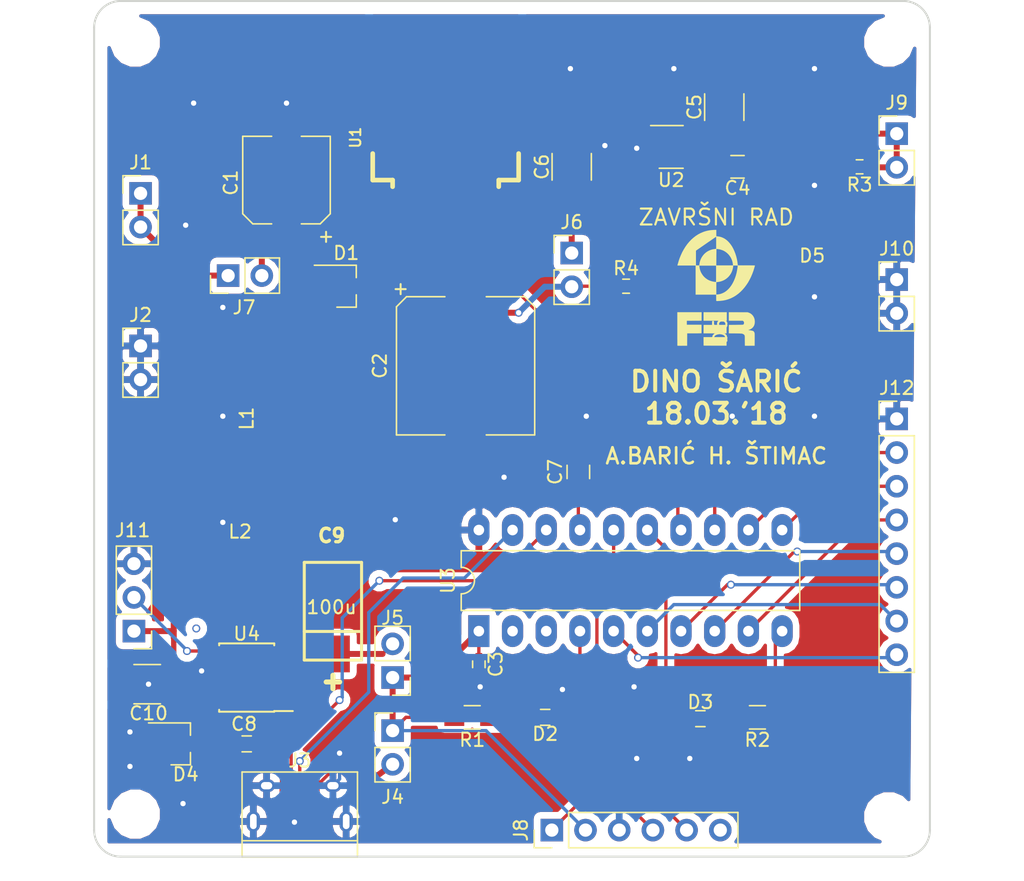
<source format=kicad_pcb>
(kicad_pcb (version 4) (host pcbnew 4.0.7)

  (general
    (links 85)
    (no_connects 0)
    (area 100.928572 55.525 178.271429 123.685)
    (thickness 1.6)
    (drawings 11)
    (tracks 229)
    (zones 0)
    (modules 43)
    (nets 43)
  )

  (page A4)
  (layers
    (0 F.Cu signal)
    (31 B.Cu signal)
    (32 B.Adhes user)
    (33 F.Adhes user)
    (34 B.Paste user)
    (35 F.Paste user)
    (36 B.SilkS user)
    (37 F.SilkS user)
    (38 B.Mask user)
    (39 F.Mask user)
    (40 Dwgs.User user)
    (41 Cmts.User user)
    (42 Eco1.User user)
    (43 Eco2.User user)
    (44 Edge.Cuts user)
    (45 Margin user)
    (46 B.CrtYd user)
    (47 F.CrtYd user)
    (48 B.Fab user)
    (49 F.Fab user)
  )

  (setup
    (last_trace_width 0.25)
    (trace_clearance 0.2)
    (zone_clearance 0.508)
    (zone_45_only no)
    (trace_min 0.2)
    (segment_width 0.2)
    (edge_width 0.15)
    (via_size 0.6)
    (via_drill 0.4)
    (via_min_size 0.4)
    (via_min_drill 0.3)
    (uvia_size 0.3)
    (uvia_drill 0.1)
    (uvias_allowed no)
    (uvia_min_size 0.2)
    (uvia_min_drill 0.1)
    (pcb_text_width 0.3)
    (pcb_text_size 1.5 1.5)
    (mod_edge_width 0.15)
    (mod_text_size 1 1)
    (mod_text_width 0.15)
    (pad_size 1.524 1.524)
    (pad_drill 0.762)
    (pad_to_mask_clearance 0)
    (aux_axis_origin 0 0)
    (visible_elements 7FFFFFFF)
    (pcbplotparams
      (layerselection 0x010f0_80000001)
      (usegerberextensions false)
      (excludeedgelayer true)
      (linewidth 0.100000)
      (plotframeref false)
      (viasonmask false)
      (mode 1)
      (useauxorigin false)
      (hpglpennumber 1)
      (hpglpenspeed 20)
      (hpglpendiameter 15)
      (hpglpenoverlay 2)
      (psnegative false)
      (psa4output false)
      (plotreference true)
      (plotvalue false)
      (plotinvisibletext false)
      (padsonsilk false)
      (subtractmaskfromsilk true)
      (outputformat 1)
      (mirror false)
      (drillshape 0)
      (scaleselection 1)
      (outputdirectory ../Gerbers/))
  )

  (net 0 "")
  (net 1 Vin)
  (net 2 GND)
  (net 3 "Net-(C2-Pad1)")
  (net 4 "Net-(C3-Pad1)")
  (net 5 "Net-(C4-Pad1)")
  (net 6 +12V)
  (net 7 "Net-(C7-Pad1)")
  (net 8 "Net-(C8-Pad1)")
  (net 9 "Net-(C8-Pad2)")
  (net 10 FB)
  (net 11 "Net-(D1-Pad2)")
  (net 12 "Net-(D1-Pad3)")
  (net 13 "Net-(D2-Pad2)")
  (net 14 "Net-(D3-Pad2)")
  (net 15 "Net-(D4-Pad2)")
  (net 16 VBUS_USB)
  (net 17 D-)
  (net 18 D+)
  (net 19 "Net-(J3-Pad4)")
  (net 20 MCLR)
  (net 21 ICSPDAT)
  (net 22 ICSPCLK)
  (net 23 "Net-(J8-Pad6)")
  (net 24 +5V)
  (net 25 "Net-(J11-Pad2)")
  (net 26 RB5)
  (net 27 RB6)
  (net 28 RC3)
  (net 29 RC4)
  (net 30 RC5)
  (net 31 "Net-(R2-Pad1)")
  (net 32 /EN_24_12)
  (net 33 EN_12_5)
  (net 34 CLKIN)
  (net 35 CLKOUT)
  (net 36 "Net-(U4-Pad2)")
  (net 37 "Net-(U4-Pad3)")
  (net 38 RC6)
  (net 39 RC7)
  (net 40 "Net-(C1-Pad1)")
  (net 41 "Net-(D5-Pad2)")
  (net 42 "Net-(D6-Pad2)")

  (net_class Default "This is the default net class."
    (clearance 0.2)
    (trace_width 0.25)
    (via_dia 0.6)
    (via_drill 0.4)
    (uvia_dia 0.3)
    (uvia_drill 0.1)
    (add_net /EN_24_12)
    (add_net CLKIN)
    (add_net CLKOUT)
    (add_net D+)
    (add_net D-)
    (add_net EN_12_5)
    (add_net GND)
    (add_net ICSPCLK)
    (add_net ICSPDAT)
    (add_net MCLR)
    (add_net "Net-(C4-Pad1)")
    (add_net "Net-(C7-Pad1)")
    (add_net "Net-(C8-Pad1)")
    (add_net "Net-(C8-Pad2)")
    (add_net "Net-(D1-Pad2)")
    (add_net "Net-(D1-Pad3)")
    (add_net "Net-(D2-Pad2)")
    (add_net "Net-(D3-Pad2)")
    (add_net "Net-(D4-Pad2)")
    (add_net "Net-(D5-Pad2)")
    (add_net "Net-(D6-Pad2)")
    (add_net "Net-(J11-Pad2)")
    (add_net "Net-(J3-Pad4)")
    (add_net "Net-(J8-Pad6)")
    (add_net "Net-(R2-Pad1)")
    (add_net "Net-(U4-Pad2)")
    (add_net "Net-(U4-Pad3)")
    (add_net RB5)
    (add_net RB6)
    (add_net RC3)
    (add_net RC4)
    (add_net RC5)
    (add_net RC6)
    (add_net RC7)
  )

  (net_class Ulaz ""
    (clearance 0.2)
    (trace_width 0.45)
    (via_dia 0.6)
    (via_drill 0.4)
    (uvia_dia 0.3)
    (uvia_drill 0.1)
    (add_net +12V)
    (add_net +5V)
    (add_net FB)
    (add_net "Net-(C1-Pad1)")
    (add_net "Net-(C2-Pad1)")
    (add_net "Net-(C3-Pad1)")
    (add_net VBUS_USB)
    (add_net Vin)
  )

  (module Capacitors_SMD:CP_Elec_6.3x7.7 (layer F.Cu) (tedit 5AAE7D50) (tstamp 5AAE4E10)
    (at 122.6 70.6 90)
    (descr "SMT capacitor, aluminium electrolytic, 6.3x7.7")
    (path /5AAA8BBC)
    (attr smd)
    (fp_text reference C1 (at -0.2 -4.2 90) (layer F.SilkS)
      (effects (font (size 1 1) (thickness 0.15)))
    )
    (fp_text value 100u (at 0 -4.43 90) (layer F.Fab)
      (effects (font (size 1 1) (thickness 0.15)))
    )
    (fp_circle (center 0 0) (end 0.5 3) (layer F.Fab) (width 0.1))
    (fp_text user + (at -1.73 -0.08 90) (layer F.Fab)
      (effects (font (size 1 1) (thickness 0.15)))
    )
    (fp_text user + (at -4.28 2.91 90) (layer F.SilkS)
      (effects (font (size 1 1) (thickness 0.15)))
    )
    (fp_text user %R (at 0 4.43 90) (layer F.Fab)
      (effects (font (size 1 1) (thickness 0.15)))
    )
    (fp_line (start 3.15 3.15) (end 3.15 -3.15) (layer F.Fab) (width 0.1))
    (fp_line (start -2.48 3.15) (end 3.15 3.15) (layer F.Fab) (width 0.1))
    (fp_line (start -3.15 2.48) (end -2.48 3.15) (layer F.Fab) (width 0.1))
    (fp_line (start -3.15 -2.48) (end -3.15 2.48) (layer F.Fab) (width 0.1))
    (fp_line (start -2.48 -3.15) (end -3.15 -2.48) (layer F.Fab) (width 0.1))
    (fp_line (start 3.15 -3.15) (end -2.48 -3.15) (layer F.Fab) (width 0.1))
    (fp_line (start -3.3 2.54) (end -3.3 1.12) (layer F.SilkS) (width 0.12))
    (fp_line (start 3.3 3.3) (end 3.3 1.12) (layer F.SilkS) (width 0.12))
    (fp_line (start 3.3 -3.3) (end 3.3 -1.12) (layer F.SilkS) (width 0.12))
    (fp_line (start -3.3 -2.54) (end -3.3 -1.12) (layer F.SilkS) (width 0.12))
    (fp_line (start 3.3 3.3) (end -2.54 3.3) (layer F.SilkS) (width 0.12))
    (fp_line (start -2.54 3.3) (end -3.3 2.54) (layer F.SilkS) (width 0.12))
    (fp_line (start -3.3 -2.54) (end -2.54 -3.3) (layer F.SilkS) (width 0.12))
    (fp_line (start -2.54 -3.3) (end 3.3 -3.3) (layer F.SilkS) (width 0.12))
    (fp_line (start -4.7 -3.4) (end 4.7 -3.4) (layer F.CrtYd) (width 0.05))
    (fp_line (start -4.7 -3.4) (end -4.7 3.4) (layer F.CrtYd) (width 0.05))
    (fp_line (start 4.7 3.4) (end 4.7 -3.4) (layer F.CrtYd) (width 0.05))
    (fp_line (start 4.7 3.4) (end -4.7 3.4) (layer F.CrtYd) (width 0.05))
    (pad 1 smd rect (at -2.7 0 270) (size 3.5 1.6) (layers F.Cu F.Paste F.Mask)
      (net 40 "Net-(C1-Pad1)"))
    (pad 2 smd rect (at 2.7 0 270) (size 3.5 1.6) (layers F.Cu F.Paste F.Mask)
      (net 2 GND))
    (model Capacitors_SMD.3dshapes/CP_Elec_6.3x7.7.wrl
      (at (xyz 0 0 0))
      (scale (xyz 1 1 1))
      (rotate (xyz 0 0 180))
    )
  )

  (module Capacitors_SMD:CP_Elec_10x10.5 (layer F.Cu) (tedit 58AA917F) (tstamp 5AAE4E2C)
    (at 136.1 84.6 270)
    (descr "SMT capacitor, aluminium electrolytic, 10x10.5")
    (path /5AAA8E1C)
    (attr smd)
    (fp_text reference C2 (at 0 6.46 270) (layer F.SilkS)
      (effects (font (size 1 1) (thickness 0.15)))
    )
    (fp_text value 470u (at 0 -6.46 270) (layer F.Fab)
      (effects (font (size 1 1) (thickness 0.15)))
    )
    (fp_circle (center 0 0) (end 0 5) (layer F.Fab) (width 0.1))
    (fp_text user + (at -2.91 -0.08 270) (layer F.Fab)
      (effects (font (size 1 1) (thickness 0.15)))
    )
    (fp_text user + (at -5.78 4.97 270) (layer F.SilkS)
      (effects (font (size 1 1) (thickness 0.15)))
    )
    (fp_text user %R (at 0 6.46 270) (layer F.Fab)
      (effects (font (size 1 1) (thickness 0.15)))
    )
    (fp_line (start -5.21 -4.45) (end -5.21 -1.56) (layer F.SilkS) (width 0.12))
    (fp_line (start -5.21 4.45) (end -5.21 1.56) (layer F.SilkS) (width 0.12))
    (fp_line (start 5.21 5.21) (end 5.21 1.56) (layer F.SilkS) (width 0.12))
    (fp_line (start 5.21 -5.21) (end 5.21 -1.56) (layer F.SilkS) (width 0.12))
    (fp_line (start 5.05 5.05) (end 5.05 -5.05) (layer F.Fab) (width 0.1))
    (fp_line (start -4.38 5.05) (end 5.05 5.05) (layer F.Fab) (width 0.1))
    (fp_line (start -5.05 4.38) (end -4.38 5.05) (layer F.Fab) (width 0.1))
    (fp_line (start -5.05 -4.38) (end -5.05 4.38) (layer F.Fab) (width 0.1))
    (fp_line (start -4.38 -5.05) (end -5.05 -4.38) (layer F.Fab) (width 0.1))
    (fp_line (start 5.05 -5.05) (end -4.38 -5.05) (layer F.Fab) (width 0.1))
    (fp_line (start 5.21 5.21) (end -4.45 5.21) (layer F.SilkS) (width 0.12))
    (fp_line (start -4.45 5.21) (end -5.21 4.45) (layer F.SilkS) (width 0.12))
    (fp_line (start -5.21 -4.45) (end -4.45 -5.21) (layer F.SilkS) (width 0.12))
    (fp_line (start -4.45 -5.21) (end 5.21 -5.21) (layer F.SilkS) (width 0.12))
    (fp_line (start -6.25 -5.31) (end 6.25 -5.31) (layer F.CrtYd) (width 0.05))
    (fp_line (start -6.25 -5.31) (end -6.25 5.3) (layer F.CrtYd) (width 0.05))
    (fp_line (start 6.25 5.3) (end 6.25 -5.31) (layer F.CrtYd) (width 0.05))
    (fp_line (start 6.25 5.3) (end -6.25 5.3) (layer F.CrtYd) (width 0.05))
    (pad 1 smd rect (at -4 0 90) (size 4 2.5) (layers F.Cu F.Paste F.Mask)
      (net 3 "Net-(C2-Pad1)"))
    (pad 2 smd rect (at 4 0 90) (size 4 2.5) (layers F.Cu F.Paste F.Mask)
      (net 2 GND))
    (model Capacitors_SMD.3dshapes/CP_Elec_10x10.5.wrl
      (at (xyz 0 0 0))
      (scale (xyz 1 1 1))
      (rotate (xyz 0 0 180))
    )
  )

  (module Capacitors_SMD:C_0402 (layer F.Cu) (tedit 58AA841A) (tstamp 5AAE4E3D)
    (at 137.1 107.1 270)
    (descr "Capacitor SMD 0402, reflow soldering, AVX (see smccp.pdf)")
    (tags "capacitor 0402")
    (path /5AAB2C99)
    (attr smd)
    (fp_text reference C3 (at 0 -1.27 270) (layer F.SilkS)
      (effects (font (size 1 1) (thickness 0.15)))
    )
    (fp_text value 0.1u (at 0 1.27 270) (layer F.Fab)
      (effects (font (size 1 1) (thickness 0.15)))
    )
    (fp_text user %R (at 0 -1.27 270) (layer F.Fab)
      (effects (font (size 1 1) (thickness 0.15)))
    )
    (fp_line (start -0.5 0.25) (end -0.5 -0.25) (layer F.Fab) (width 0.1))
    (fp_line (start 0.5 0.25) (end -0.5 0.25) (layer F.Fab) (width 0.1))
    (fp_line (start 0.5 -0.25) (end 0.5 0.25) (layer F.Fab) (width 0.1))
    (fp_line (start -0.5 -0.25) (end 0.5 -0.25) (layer F.Fab) (width 0.1))
    (fp_line (start 0.25 -0.47) (end -0.25 -0.47) (layer F.SilkS) (width 0.12))
    (fp_line (start -0.25 0.47) (end 0.25 0.47) (layer F.SilkS) (width 0.12))
    (fp_line (start -1 -0.4) (end 1 -0.4) (layer F.CrtYd) (width 0.05))
    (fp_line (start -1 -0.4) (end -1 0.4) (layer F.CrtYd) (width 0.05))
    (fp_line (start 1 0.4) (end 1 -0.4) (layer F.CrtYd) (width 0.05))
    (fp_line (start 1 0.4) (end -1 0.4) (layer F.CrtYd) (width 0.05))
    (pad 1 smd rect (at -0.55 0 270) (size 0.6 0.5) (layers F.Cu F.Paste F.Mask)
      (net 4 "Net-(C3-Pad1)"))
    (pad 2 smd rect (at 0.55 0 270) (size 0.6 0.5) (layers F.Cu F.Paste F.Mask)
      (net 2 GND))
    (model Capacitors_SMD.3dshapes/C_0402.wrl
      (at (xyz 0 0 0))
      (scale (xyz 1 1 1))
      (rotate (xyz 0 0 0))
    )
  )

  (module Capacitors_SMD:C_0805_HandSoldering (layer F.Cu) (tedit 5AAE7D32) (tstamp 5AAE4E4E)
    (at 156.6 69.6)
    (descr "Capacitor SMD 0805, hand soldering")
    (tags "capacitor 0805")
    (path /5AAA9429)
    (attr smd)
    (fp_text reference C4 (at 0 1.6) (layer F.SilkS)
      (effects (font (size 1 1) (thickness 0.15)))
    )
    (fp_text value 0.1u (at 0 1.75) (layer F.Fab)
      (effects (font (size 1 1) (thickness 0.15)))
    )
    (fp_text user %R (at 3.4 0.2) (layer F.Fab)
      (effects (font (size 1 1) (thickness 0.15)))
    )
    (fp_line (start -1 0.62) (end -1 -0.62) (layer F.Fab) (width 0.1))
    (fp_line (start 1 0.62) (end -1 0.62) (layer F.Fab) (width 0.1))
    (fp_line (start 1 -0.62) (end 1 0.62) (layer F.Fab) (width 0.1))
    (fp_line (start -1 -0.62) (end 1 -0.62) (layer F.Fab) (width 0.1))
    (fp_line (start 0.5 -0.85) (end -0.5 -0.85) (layer F.SilkS) (width 0.12))
    (fp_line (start -0.5 0.85) (end 0.5 0.85) (layer F.SilkS) (width 0.12))
    (fp_line (start -2.25 -0.88) (end 2.25 -0.88) (layer F.CrtYd) (width 0.05))
    (fp_line (start -2.25 -0.88) (end -2.25 0.87) (layer F.CrtYd) (width 0.05))
    (fp_line (start 2.25 0.87) (end 2.25 -0.88) (layer F.CrtYd) (width 0.05))
    (fp_line (start 2.25 0.87) (end -2.25 0.87) (layer F.CrtYd) (width 0.05))
    (pad 1 smd rect (at -1.25 0) (size 1.5 1.25) (layers F.Cu F.Paste F.Mask)
      (net 5 "Net-(C4-Pad1)"))
    (pad 2 smd rect (at 1.25 0) (size 1.5 1.25) (layers F.Cu F.Paste F.Mask)
      (net 2 GND))
    (model Capacitors_SMD.3dshapes/C_0805.wrl
      (at (xyz 0 0 0))
      (scale (xyz 1 1 1))
      (rotate (xyz 0 0 0))
    )
  )

  (module Capacitors_SMD:C_1210_HandSoldering (layer F.Cu) (tedit 58AA84FB) (tstamp 5AAE4E5F)
    (at 155.6 65.1 90)
    (descr "Capacitor SMD 1210, hand soldering")
    (tags "capacitor 1210")
    (path /5AAA957B)
    (attr smd)
    (fp_text reference C5 (at 0 -2.25 90) (layer F.SilkS)
      (effects (font (size 1 1) (thickness 0.15)))
    )
    (fp_text value 10u (at 0 2.5 90) (layer F.Fab)
      (effects (font (size 1 1) (thickness 0.15)))
    )
    (fp_text user %R (at 0 -2.25 90) (layer F.Fab)
      (effects (font (size 1 1) (thickness 0.15)))
    )
    (fp_line (start -1.6 1.25) (end -1.6 -1.25) (layer F.Fab) (width 0.1))
    (fp_line (start 1.6 1.25) (end -1.6 1.25) (layer F.Fab) (width 0.1))
    (fp_line (start 1.6 -1.25) (end 1.6 1.25) (layer F.Fab) (width 0.1))
    (fp_line (start -1.6 -1.25) (end 1.6 -1.25) (layer F.Fab) (width 0.1))
    (fp_line (start 1 -1.48) (end -1 -1.48) (layer F.SilkS) (width 0.12))
    (fp_line (start -1 1.48) (end 1 1.48) (layer F.SilkS) (width 0.12))
    (fp_line (start -3.25 -1.5) (end 3.25 -1.5) (layer F.CrtYd) (width 0.05))
    (fp_line (start -3.25 -1.5) (end -3.25 1.5) (layer F.CrtYd) (width 0.05))
    (fp_line (start 3.25 1.5) (end 3.25 -1.5) (layer F.CrtYd) (width 0.05))
    (fp_line (start 3.25 1.5) (end -3.25 1.5) (layer F.CrtYd) (width 0.05))
    (pad 1 smd rect (at -2 0 90) (size 2 2.5) (layers F.Cu F.Paste F.Mask)
      (net 24 +5V))
    (pad 2 smd rect (at 2 0 90) (size 2 2.5) (layers F.Cu F.Paste F.Mask)
      (net 2 GND))
    (model Capacitors_SMD.3dshapes/C_1210.wrl
      (at (xyz 0 0 0))
      (scale (xyz 1 1 1))
      (rotate (xyz 0 0 0))
    )
  )

  (module Capacitors_SMD:C_1210_HandSoldering (layer F.Cu) (tedit 58AA84FB) (tstamp 5AAE4E70)
    (at 144.1 69.6 90)
    (descr "Capacitor SMD 1210, hand soldering")
    (tags "capacitor 1210")
    (path /5AAA97C8)
    (attr smd)
    (fp_text reference C6 (at 0 -2.25 90) (layer F.SilkS)
      (effects (font (size 1 1) (thickness 0.15)))
    )
    (fp_text value 47u (at 0 2.5 90) (layer F.Fab)
      (effects (font (size 1 1) (thickness 0.15)))
    )
    (fp_text user %R (at 0 -2.25 90) (layer F.Fab)
      (effects (font (size 1 1) (thickness 0.15)))
    )
    (fp_line (start -1.6 1.25) (end -1.6 -1.25) (layer F.Fab) (width 0.1))
    (fp_line (start 1.6 1.25) (end -1.6 1.25) (layer F.Fab) (width 0.1))
    (fp_line (start 1.6 -1.25) (end 1.6 1.25) (layer F.Fab) (width 0.1))
    (fp_line (start -1.6 -1.25) (end 1.6 -1.25) (layer F.Fab) (width 0.1))
    (fp_line (start 1 -1.48) (end -1 -1.48) (layer F.SilkS) (width 0.12))
    (fp_line (start -1 1.48) (end 1 1.48) (layer F.SilkS) (width 0.12))
    (fp_line (start -3.25 -1.5) (end 3.25 -1.5) (layer F.CrtYd) (width 0.05))
    (fp_line (start -3.25 -1.5) (end -3.25 1.5) (layer F.CrtYd) (width 0.05))
    (fp_line (start 3.25 1.5) (end 3.25 -1.5) (layer F.CrtYd) (width 0.05))
    (fp_line (start 3.25 1.5) (end -3.25 1.5) (layer F.CrtYd) (width 0.05))
    (pad 1 smd rect (at -2 0 90) (size 2 2.5) (layers F.Cu F.Paste F.Mask)
      (net 6 +12V))
    (pad 2 smd rect (at 2 0 90) (size 2 2.5) (layers F.Cu F.Paste F.Mask)
      (net 2 GND))
    (model Capacitors_SMD.3dshapes/C_1210.wrl
      (at (xyz 0 0 0))
      (scale (xyz 1 1 1))
      (rotate (xyz 0 0 0))
    )
  )

  (module Capacitors_SMD:C_0805_HandSoldering (layer F.Cu) (tedit 58AA84A8) (tstamp 5AAE4E81)
    (at 144.6 92.6 90)
    (descr "Capacitor SMD 0805, hand soldering")
    (tags "capacitor 0805")
    (path /5AAB33E6)
    (attr smd)
    (fp_text reference C7 (at 0 -1.75 90) (layer F.SilkS)
      (effects (font (size 1 1) (thickness 0.15)))
    )
    (fp_text value 470n (at 0 1.75 90) (layer F.Fab)
      (effects (font (size 1 1) (thickness 0.15)))
    )
    (fp_text user %R (at 0 -1.75 90) (layer F.Fab)
      (effects (font (size 1 1) (thickness 0.15)))
    )
    (fp_line (start -1 0.62) (end -1 -0.62) (layer F.Fab) (width 0.1))
    (fp_line (start 1 0.62) (end -1 0.62) (layer F.Fab) (width 0.1))
    (fp_line (start 1 -0.62) (end 1 0.62) (layer F.Fab) (width 0.1))
    (fp_line (start -1 -0.62) (end 1 -0.62) (layer F.Fab) (width 0.1))
    (fp_line (start 0.5 -0.85) (end -0.5 -0.85) (layer F.SilkS) (width 0.12))
    (fp_line (start -0.5 0.85) (end 0.5 0.85) (layer F.SilkS) (width 0.12))
    (fp_line (start -2.25 -0.88) (end 2.25 -0.88) (layer F.CrtYd) (width 0.05))
    (fp_line (start -2.25 -0.88) (end -2.25 0.87) (layer F.CrtYd) (width 0.05))
    (fp_line (start 2.25 0.87) (end 2.25 -0.88) (layer F.CrtYd) (width 0.05))
    (fp_line (start 2.25 0.87) (end -2.25 0.87) (layer F.CrtYd) (width 0.05))
    (pad 1 smd rect (at -1.25 0 90) (size 1.5 1.25) (layers F.Cu F.Paste F.Mask)
      (net 7 "Net-(C7-Pad1)"))
    (pad 2 smd rect (at 1.25 0 90) (size 1.5 1.25) (layers F.Cu F.Paste F.Mask)
      (net 2 GND))
    (model Capacitors_SMD.3dshapes/C_0805.wrl
      (at (xyz 0 0 0))
      (scale (xyz 1 1 1))
      (rotate (xyz 0 0 0))
    )
  )

  (module Capacitors_SMD:C_0603_HandSoldering (layer F.Cu) (tedit 5AAE7D86) (tstamp 5AAE4E92)
    (at 119.6 113.1)
    (descr "Capacitor SMD 0603, hand soldering")
    (tags "capacitor 0603")
    (path /5AAAA781)
    (attr smd)
    (fp_text reference C8 (at -0.2 -1.5) (layer F.SilkS)
      (effects (font (size 1 1) (thickness 0.15)))
    )
    (fp_text value 0.01u (at 0 1.5) (layer F.Fab)
      (effects (font (size 1 1) (thickness 0.15)))
    )
    (fp_text user %R (at 0 1.5) (layer F.Fab)
      (effects (font (size 1 1) (thickness 0.15)))
    )
    (fp_line (start -0.8 0.4) (end -0.8 -0.4) (layer F.Fab) (width 0.1))
    (fp_line (start 0.8 0.4) (end -0.8 0.4) (layer F.Fab) (width 0.1))
    (fp_line (start 0.8 -0.4) (end 0.8 0.4) (layer F.Fab) (width 0.1))
    (fp_line (start -0.8 -0.4) (end 0.8 -0.4) (layer F.Fab) (width 0.1))
    (fp_line (start -0.35 -0.6) (end 0.35 -0.6) (layer F.SilkS) (width 0.12))
    (fp_line (start 0.35 0.6) (end -0.35 0.6) (layer F.SilkS) (width 0.12))
    (fp_line (start -1.8 -0.65) (end 1.8 -0.65) (layer F.CrtYd) (width 0.05))
    (fp_line (start -1.8 -0.65) (end -1.8 0.65) (layer F.CrtYd) (width 0.05))
    (fp_line (start 1.8 0.65) (end 1.8 -0.65) (layer F.CrtYd) (width 0.05))
    (fp_line (start 1.8 0.65) (end -1.8 0.65) (layer F.CrtYd) (width 0.05))
    (pad 1 smd rect (at -0.95 0) (size 1.2 0.75) (layers F.Cu F.Paste F.Mask)
      (net 8 "Net-(C8-Pad1)"))
    (pad 2 smd rect (at 0.95 0) (size 1.2 0.75) (layers F.Cu F.Paste F.Mask)
      (net 9 "Net-(C8-Pad2)"))
    (model Capacitors_SMD.3dshapes/C_0603.wrl
      (at (xyz 0 0 0))
      (scale (xyz 1 1 1))
      (rotate (xyz 0 0 0))
    )
  )

  (module footp2:SM2917_POL (layer F.Cu) (tedit 5AAE7DCF) (tstamp 5AAE4E9F)
    (at 126.1 103.1 90)
    (tags "CMS SM")
    (path /5AAAB963)
    (attr smd)
    (fp_text reference C9 (at 5.7 -0.1 180) (layer F.SilkS)
      (effects (font (size 1.016 1.016) (thickness 0.254)))
    )
    (fp_text value 100u (at 0.3 -0.1 180) (layer F.SilkS)
      (effects (font (size 1 1) (thickness 0.15)))
    )
    (fp_line (start -1.524 -2.159) (end -1.524 2.159) (layer F.SilkS) (width 0.2286))
    (fp_line (start -3.683 2.159) (end 3.683 2.159) (layer F.SilkS) (width 0.2286))
    (fp_line (start -3.683 -2.159) (end 3.683 -2.159) (layer F.SilkS) (width 0.2286))
    (fp_line (start -5.334 0.508) (end -5.334 -0.508) (layer F.SilkS) (width 0.381))
    (fp_line (start -4.826 0) (end -5.842 0) (layer F.SilkS) (width 0.381))
    (fp_line (start -3.683 -2.159) (end -3.683 2.159) (layer F.SilkS) (width 0.2286))
    (fp_line (start 3.683 2.159) (end 3.683 -2.159) (layer F.SilkS) (width 0.2286))
    (pad 1 smd rect (at -3.22 0 90) (size 2.77 2.55) (layers F.Cu F.Paste F.Mask)
      (net 10 FB))
    (pad 2 smd rect (at 3.22 0 90) (size 2.77 2.55) (layers F.Cu F.Paste F.Mask)
      (net 2 GND))
    (model smd/chip_cms.wrl
      (at (xyz 0 0 0))
      (scale (xyz 0.17 0.2 0.17))
      (rotate (xyz 0 0 0))
    )
  )

  (module Capacitors_SMD:C_1210_HandSoldering (layer F.Cu) (tedit 5AAE7DDF) (tstamp 5AAE4EB0)
    (at 112.1 108.6)
    (descr "Capacitor SMD 1210, hand soldering")
    (tags "capacitor 1210")
    (path /5AAAA976)
    (attr smd)
    (fp_text reference C10 (at 0.1 2.2) (layer F.SilkS)
      (effects (font (size 1 1) (thickness 0.15)))
    )
    (fp_text value 47u (at 0 2.5) (layer F.Fab)
      (effects (font (size 1 1) (thickness 0.15)))
    )
    (fp_text user %R (at 0 -2.25) (layer F.Fab)
      (effects (font (size 1 1) (thickness 0.15)))
    )
    (fp_line (start -1.6 1.25) (end -1.6 -1.25) (layer F.Fab) (width 0.1))
    (fp_line (start 1.6 1.25) (end -1.6 1.25) (layer F.Fab) (width 0.1))
    (fp_line (start 1.6 -1.25) (end 1.6 1.25) (layer F.Fab) (width 0.1))
    (fp_line (start -1.6 -1.25) (end 1.6 -1.25) (layer F.Fab) (width 0.1))
    (fp_line (start 1 -1.48) (end -1 -1.48) (layer F.SilkS) (width 0.12))
    (fp_line (start -1 1.48) (end 1 1.48) (layer F.SilkS) (width 0.12))
    (fp_line (start -3.25 -1.5) (end 3.25 -1.5) (layer F.CrtYd) (width 0.05))
    (fp_line (start -3.25 -1.5) (end -3.25 1.5) (layer F.CrtYd) (width 0.05))
    (fp_line (start 3.25 1.5) (end 3.25 -1.5) (layer F.CrtYd) (width 0.05))
    (fp_line (start 3.25 1.5) (end -3.25 1.5) (layer F.CrtYd) (width 0.05))
    (pad 1 smd rect (at -2 0) (size 2 2.5) (layers F.Cu F.Paste F.Mask)
      (net 2 GND))
    (pad 2 smd rect (at 2 0) (size 2 2.5) (layers F.Cu F.Paste F.Mask)
      (net 1 Vin))
    (model Capacitors_SMD.3dshapes/C_1210.wrl
      (at (xyz 0 0 0))
      (scale (xyz 1 1 1))
      (rotate (xyz 0 0 0))
    )
  )

  (module TO_SOT_Packages_SMD:SOT-23_Handsoldering (layer F.Cu) (tedit 58CE4E7E) (tstamp 5AAE4EC5)
    (at 127.1 78.6)
    (descr "SOT-23, Handsoldering")
    (tags SOT-23)
    (path /5AAA907E)
    (attr smd)
    (fp_text reference D1 (at 0 -2.5) (layer F.SilkS)
      (effects (font (size 1 1) (thickness 0.15)))
    )
    (fp_text value BAT54L (at 0 2.5) (layer F.Fab)
      (effects (font (size 1 1) (thickness 0.15)))
    )
    (fp_text user %R (at 0 0 90) (layer F.Fab)
      (effects (font (size 0.5 0.5) (thickness 0.075)))
    )
    (fp_line (start 0.76 1.58) (end 0.76 0.65) (layer F.SilkS) (width 0.12))
    (fp_line (start 0.76 -1.58) (end 0.76 -0.65) (layer F.SilkS) (width 0.12))
    (fp_line (start -2.7 -1.75) (end 2.7 -1.75) (layer F.CrtYd) (width 0.05))
    (fp_line (start 2.7 -1.75) (end 2.7 1.75) (layer F.CrtYd) (width 0.05))
    (fp_line (start 2.7 1.75) (end -2.7 1.75) (layer F.CrtYd) (width 0.05))
    (fp_line (start -2.7 1.75) (end -2.7 -1.75) (layer F.CrtYd) (width 0.05))
    (fp_line (start 0.76 -1.58) (end -2.4 -1.58) (layer F.SilkS) (width 0.12))
    (fp_line (start -0.7 -0.95) (end -0.7 1.5) (layer F.Fab) (width 0.1))
    (fp_line (start -0.15 -1.52) (end 0.7 -1.52) (layer F.Fab) (width 0.1))
    (fp_line (start -0.7 -0.95) (end -0.15 -1.52) (layer F.Fab) (width 0.1))
    (fp_line (start 0.7 -1.52) (end 0.7 1.52) (layer F.Fab) (width 0.1))
    (fp_line (start -0.7 1.52) (end 0.7 1.52) (layer F.Fab) (width 0.1))
    (fp_line (start 0.76 1.58) (end -0.7 1.58) (layer F.SilkS) (width 0.12))
    (pad 1 smd rect (at -1.5 -0.95) (size 1.9 0.8) (layers F.Cu F.Paste F.Mask)
      (net 2 GND))
    (pad 2 smd rect (at -1.5 0.95) (size 1.9 0.8) (layers F.Cu F.Paste F.Mask)
      (net 11 "Net-(D1-Pad2)"))
    (pad 3 smd rect (at 1.5 0) (size 1.9 0.8) (layers F.Cu F.Paste F.Mask)
      (net 12 "Net-(D1-Pad3)"))
    (model ${KISYS3DMOD}/TO_SOT_Packages_SMD.3dshapes\SOT-23.wrl
      (at (xyz 0 0 0))
      (scale (xyz 1 1 1))
      (rotate (xyz 0 0 0))
    )
  )

  (module Capacitors_SMD:C_0603_HandSoldering (layer F.Cu) (tedit 58AA848B) (tstamp 5AAE4ED6)
    (at 142.1 111.1 180)
    (descr "Capacitor SMD 0603, hand soldering")
    (tags "capacitor 0603")
    (path /5AAB2967)
    (attr smd)
    (fp_text reference D2 (at 0 -1.25 180) (layer F.SilkS)
      (effects (font (size 1 1) (thickness 0.15)))
    )
    (fp_text value LED (at 0 1.5 180) (layer F.Fab)
      (effects (font (size 1 1) (thickness 0.15)))
    )
    (fp_text user %R (at 0 -1.25 180) (layer F.Fab)
      (effects (font (size 1 1) (thickness 0.15)))
    )
    (fp_line (start -0.8 0.4) (end -0.8 -0.4) (layer F.Fab) (width 0.1))
    (fp_line (start 0.8 0.4) (end -0.8 0.4) (layer F.Fab) (width 0.1))
    (fp_line (start 0.8 -0.4) (end 0.8 0.4) (layer F.Fab) (width 0.1))
    (fp_line (start -0.8 -0.4) (end 0.8 -0.4) (layer F.Fab) (width 0.1))
    (fp_line (start -0.35 -0.6) (end 0.35 -0.6) (layer F.SilkS) (width 0.12))
    (fp_line (start 0.35 0.6) (end -0.35 0.6) (layer F.SilkS) (width 0.12))
    (fp_line (start -1.8 -0.65) (end 1.8 -0.65) (layer F.CrtYd) (width 0.05))
    (fp_line (start -1.8 -0.65) (end -1.8 0.65) (layer F.CrtYd) (width 0.05))
    (fp_line (start 1.8 0.65) (end 1.8 -0.65) (layer F.CrtYd) (width 0.05))
    (fp_line (start 1.8 0.65) (end -1.8 0.65) (layer F.CrtYd) (width 0.05))
    (pad 1 smd rect (at -0.95 0 180) (size 1.2 0.75) (layers F.Cu F.Paste F.Mask)
      (net 2 GND))
    (pad 2 smd rect (at 0.95 0 180) (size 1.2 0.75) (layers F.Cu F.Paste F.Mask)
      (net 13 "Net-(D2-Pad2)"))
    (model Capacitors_SMD.3dshapes/C_0603.wrl
      (at (xyz 0 0 0))
      (scale (xyz 1 1 1))
      (rotate (xyz 0 0 0))
    )
  )

  (module Capacitors_SMD:C_0603_HandSoldering (layer F.Cu) (tedit 58AA848B) (tstamp 5AAE4EE7)
    (at 153.8 111.2)
    (descr "Capacitor SMD 0603, hand soldering")
    (tags "capacitor 0603")
    (path /5AAB98E7)
    (attr smd)
    (fp_text reference D3 (at 0 -1.25) (layer F.SilkS)
      (effects (font (size 1 1) (thickness 0.15)))
    )
    (fp_text value LED (at 0 1.5) (layer F.Fab)
      (effects (font (size 1 1) (thickness 0.15)))
    )
    (fp_text user %R (at 0 -1.25) (layer F.Fab)
      (effects (font (size 1 1) (thickness 0.15)))
    )
    (fp_line (start -0.8 0.4) (end -0.8 -0.4) (layer F.Fab) (width 0.1))
    (fp_line (start 0.8 0.4) (end -0.8 0.4) (layer F.Fab) (width 0.1))
    (fp_line (start 0.8 -0.4) (end 0.8 0.4) (layer F.Fab) (width 0.1))
    (fp_line (start -0.8 -0.4) (end 0.8 -0.4) (layer F.Fab) (width 0.1))
    (fp_line (start -0.35 -0.6) (end 0.35 -0.6) (layer F.SilkS) (width 0.12))
    (fp_line (start 0.35 0.6) (end -0.35 0.6) (layer F.SilkS) (width 0.12))
    (fp_line (start -1.8 -0.65) (end 1.8 -0.65) (layer F.CrtYd) (width 0.05))
    (fp_line (start -1.8 -0.65) (end -1.8 0.65) (layer F.CrtYd) (width 0.05))
    (fp_line (start 1.8 0.65) (end 1.8 -0.65) (layer F.CrtYd) (width 0.05))
    (fp_line (start 1.8 0.65) (end -1.8 0.65) (layer F.CrtYd) (width 0.05))
    (pad 1 smd rect (at -0.95 0) (size 1.2 0.75) (layers F.Cu F.Paste F.Mask)
      (net 2 GND))
    (pad 2 smd rect (at 0.95 0) (size 1.2 0.75) (layers F.Cu F.Paste F.Mask)
      (net 14 "Net-(D3-Pad2)"))
    (model Capacitors_SMD.3dshapes/C_0603.wrl
      (at (xyz 0 0 0))
      (scale (xyz 1 1 1))
      (rotate (xyz 0 0 0))
    )
  )

  (module TO_SOT_Packages_SMD:SOT-23_Handsoldering (layer F.Cu) (tedit 5AAE7D77) (tstamp 5AAE4EFC)
    (at 114.6 113.1)
    (descr "SOT-23, Handsoldering")
    (tags SOT-23)
    (path /5AAAAB54)
    (attr smd)
    (fp_text reference D4 (at 0.4 2.3) (layer F.SilkS)
      (effects (font (size 1 1) (thickness 0.15)))
    )
    (fp_text value BAT54L (at 0 2.5) (layer F.Fab)
      (effects (font (size 1 1) (thickness 0.15)))
    )
    (fp_text user %R (at 0 0 90) (layer F.Fab)
      (effects (font (size 0.5 0.5) (thickness 0.075)))
    )
    (fp_line (start 0.76 1.58) (end 0.76 0.65) (layer F.SilkS) (width 0.12))
    (fp_line (start 0.76 -1.58) (end 0.76 -0.65) (layer F.SilkS) (width 0.12))
    (fp_line (start -2.7 -1.75) (end 2.7 -1.75) (layer F.CrtYd) (width 0.05))
    (fp_line (start 2.7 -1.75) (end 2.7 1.75) (layer F.CrtYd) (width 0.05))
    (fp_line (start 2.7 1.75) (end -2.7 1.75) (layer F.CrtYd) (width 0.05))
    (fp_line (start -2.7 1.75) (end -2.7 -1.75) (layer F.CrtYd) (width 0.05))
    (fp_line (start 0.76 -1.58) (end -2.4 -1.58) (layer F.SilkS) (width 0.12))
    (fp_line (start -0.7 -0.95) (end -0.7 1.5) (layer F.Fab) (width 0.1))
    (fp_line (start -0.15 -1.52) (end 0.7 -1.52) (layer F.Fab) (width 0.1))
    (fp_line (start -0.7 -0.95) (end -0.15 -1.52) (layer F.Fab) (width 0.1))
    (fp_line (start 0.7 -1.52) (end 0.7 1.52) (layer F.Fab) (width 0.1))
    (fp_line (start -0.7 1.52) (end 0.7 1.52) (layer F.Fab) (width 0.1))
    (fp_line (start 0.76 1.58) (end -0.7 1.58) (layer F.SilkS) (width 0.12))
    (pad 1 smd rect (at -1.5 -0.95) (size 1.9 0.8) (layers F.Cu F.Paste F.Mask)
      (net 2 GND))
    (pad 2 smd rect (at -1.5 0.95) (size 1.9 0.8) (layers F.Cu F.Paste F.Mask)
      (net 15 "Net-(D4-Pad2)"))
    (pad 3 smd rect (at 1.5 0) (size 1.9 0.8) (layers F.Cu F.Paste F.Mask)
      (net 8 "Net-(C8-Pad1)"))
    (model ${KISYS3DMOD}/TO_SOT_Packages_SMD.3dshapes\SOT-23.wrl
      (at (xyz 0 0 0))
      (scale (xyz 1 1 1))
      (rotate (xyz 0 0 0))
    )
  )

  (module Pin_Headers:Pin_Header_Straight_1x02_Pitch2.54mm (layer F.Cu) (tedit 59650532) (tstamp 5AAE4F12)
    (at 111.6 71.6)
    (descr "Through hole straight pin header, 1x02, 2.54mm pitch, single row")
    (tags "Through hole pin header THT 1x02 2.54mm single row")
    (path /5AAADD3B)
    (fp_text reference J1 (at 0 -2.33) (layer F.SilkS)
      (effects (font (size 1 1) (thickness 0.15)))
    )
    (fp_text value 24V_IN (at 0 4.87) (layer F.Fab)
      (effects (font (size 1 1) (thickness 0.15)))
    )
    (fp_line (start -0.635 -1.27) (end 1.27 -1.27) (layer F.Fab) (width 0.1))
    (fp_line (start 1.27 -1.27) (end 1.27 3.81) (layer F.Fab) (width 0.1))
    (fp_line (start 1.27 3.81) (end -1.27 3.81) (layer F.Fab) (width 0.1))
    (fp_line (start -1.27 3.81) (end -1.27 -0.635) (layer F.Fab) (width 0.1))
    (fp_line (start -1.27 -0.635) (end -0.635 -1.27) (layer F.Fab) (width 0.1))
    (fp_line (start -1.33 3.87) (end 1.33 3.87) (layer F.SilkS) (width 0.12))
    (fp_line (start -1.33 1.27) (end -1.33 3.87) (layer F.SilkS) (width 0.12))
    (fp_line (start 1.33 1.27) (end 1.33 3.87) (layer F.SilkS) (width 0.12))
    (fp_line (start -1.33 1.27) (end 1.33 1.27) (layer F.SilkS) (width 0.12))
    (fp_line (start -1.33 0) (end -1.33 -1.33) (layer F.SilkS) (width 0.12))
    (fp_line (start -1.33 -1.33) (end 0 -1.33) (layer F.SilkS) (width 0.12))
    (fp_line (start -1.8 -1.8) (end -1.8 4.35) (layer F.CrtYd) (width 0.05))
    (fp_line (start -1.8 4.35) (end 1.8 4.35) (layer F.CrtYd) (width 0.05))
    (fp_line (start 1.8 4.35) (end 1.8 -1.8) (layer F.CrtYd) (width 0.05))
    (fp_line (start 1.8 -1.8) (end -1.8 -1.8) (layer F.CrtYd) (width 0.05))
    (fp_text user %R (at 0 1.27 90) (layer F.Fab)
      (effects (font (size 1 1) (thickness 0.15)))
    )
    (pad 1 thru_hole rect (at 0 0) (size 1.7 1.7) (drill 1) (layers *.Cu *.Mask)
      (net 1 Vin))
    (pad 2 thru_hole oval (at 0 2.54) (size 1.7 1.7) (drill 1) (layers *.Cu *.Mask)
      (net 1 Vin))
    (model ${KISYS3DMOD}/Pin_Headers.3dshapes/Pin_Header_Straight_1x02_Pitch2.54mm.wrl
      (at (xyz 0 0 0))
      (scale (xyz 1 1 1))
      (rotate (xyz 0 0 0))
    )
  )

  (module Pin_Headers:Pin_Header_Straight_1x02_Pitch2.54mm (layer F.Cu) (tedit 59650532) (tstamp 5AAE4F28)
    (at 111.6 83.1)
    (descr "Through hole straight pin header, 1x02, 2.54mm pitch, single row")
    (tags "Through hole pin header THT 1x02 2.54mm single row")
    (path /5AAAE52F)
    (fp_text reference J2 (at 0 -2.33) (layer F.SilkS)
      (effects (font (size 1 1) (thickness 0.15)))
    )
    (fp_text value GND_IN (at 0 4.87) (layer F.Fab)
      (effects (font (size 1 1) (thickness 0.15)))
    )
    (fp_line (start -0.635 -1.27) (end 1.27 -1.27) (layer F.Fab) (width 0.1))
    (fp_line (start 1.27 -1.27) (end 1.27 3.81) (layer F.Fab) (width 0.1))
    (fp_line (start 1.27 3.81) (end -1.27 3.81) (layer F.Fab) (width 0.1))
    (fp_line (start -1.27 3.81) (end -1.27 -0.635) (layer F.Fab) (width 0.1))
    (fp_line (start -1.27 -0.635) (end -0.635 -1.27) (layer F.Fab) (width 0.1))
    (fp_line (start -1.33 3.87) (end 1.33 3.87) (layer F.SilkS) (width 0.12))
    (fp_line (start -1.33 1.27) (end -1.33 3.87) (layer F.SilkS) (width 0.12))
    (fp_line (start 1.33 1.27) (end 1.33 3.87) (layer F.SilkS) (width 0.12))
    (fp_line (start -1.33 1.27) (end 1.33 1.27) (layer F.SilkS) (width 0.12))
    (fp_line (start -1.33 0) (end -1.33 -1.33) (layer F.SilkS) (width 0.12))
    (fp_line (start -1.33 -1.33) (end 0 -1.33) (layer F.SilkS) (width 0.12))
    (fp_line (start -1.8 -1.8) (end -1.8 4.35) (layer F.CrtYd) (width 0.05))
    (fp_line (start -1.8 4.35) (end 1.8 4.35) (layer F.CrtYd) (width 0.05))
    (fp_line (start 1.8 4.35) (end 1.8 -1.8) (layer F.CrtYd) (width 0.05))
    (fp_line (start 1.8 -1.8) (end -1.8 -1.8) (layer F.CrtYd) (width 0.05))
    (fp_text user %R (at 0 1.27 90) (layer F.Fab)
      (effects (font (size 1 1) (thickness 0.15)))
    )
    (pad 1 thru_hole rect (at 0 0) (size 1.7 1.7) (drill 1) (layers *.Cu *.Mask)
      (net 2 GND))
    (pad 2 thru_hole oval (at 0 2.54) (size 1.7 1.7) (drill 1) (layers *.Cu *.Mask)
      (net 2 GND))
    (model ${KISYS3DMOD}/Pin_Headers.3dshapes/Pin_Header_Straight_1x02_Pitch2.54mm.wrl
      (at (xyz 0 0 0))
      (scale (xyz 1 1 1))
      (rotate (xyz 0 0 0))
    )
  )

  (module Connectors:USB_Micro-B (layer F.Cu) (tedit 5543E447) (tstamp 5AAE4F3E)
    (at 123.6 117.6)
    (descr "Micro USB Type B Receptacle")
    (tags "USB USB_B USB_micro USB_OTG")
    (path /5AAB52F0)
    (attr smd)
    (fp_text reference J3 (at 0 -3.24) (layer F.SilkS)
      (effects (font (size 1 1) (thickness 0.15)))
    )
    (fp_text value USB_OTG (at 0 5.01) (layer F.Fab)
      (effects (font (size 1 1) (thickness 0.15)))
    )
    (fp_line (start -4.6 -2.59) (end 4.6 -2.59) (layer F.CrtYd) (width 0.05))
    (fp_line (start 4.6 -2.59) (end 4.6 4.26) (layer F.CrtYd) (width 0.05))
    (fp_line (start 4.6 4.26) (end -4.6 4.26) (layer F.CrtYd) (width 0.05))
    (fp_line (start -4.6 4.26) (end -4.6 -2.59) (layer F.CrtYd) (width 0.05))
    (fp_line (start -4.35 4.03) (end 4.35 4.03) (layer F.SilkS) (width 0.12))
    (fp_line (start -4.35 -2.38) (end 4.35 -2.38) (layer F.SilkS) (width 0.12))
    (fp_line (start 4.35 -2.38) (end 4.35 4.03) (layer F.SilkS) (width 0.12))
    (fp_line (start 4.35 2.8) (end -4.35 2.8) (layer F.SilkS) (width 0.12))
    (fp_line (start -4.35 4.03) (end -4.35 -2.38) (layer F.SilkS) (width 0.12))
    (pad 1 smd rect (at -1.3 -1.35 90) (size 1.35 0.4) (layers F.Cu F.Paste F.Mask)
      (net 16 VBUS_USB))
    (pad 2 smd rect (at -0.65 -1.35 90) (size 1.35 0.4) (layers F.Cu F.Paste F.Mask)
      (net 17 D-))
    (pad 3 smd rect (at 0 -1.35 90) (size 1.35 0.4) (layers F.Cu F.Paste F.Mask)
      (net 18 D+))
    (pad 4 smd rect (at 0.65 -1.35 90) (size 1.35 0.4) (layers F.Cu F.Paste F.Mask)
      (net 19 "Net-(J3-Pad4)"))
    (pad 5 smd rect (at 1.3 -1.35 90) (size 1.35 0.4) (layers F.Cu F.Paste F.Mask)
      (net 2 GND))
    (pad 6 thru_hole oval (at -2.5 -1.35 90) (size 0.95 1.25) (drill oval 0.55 0.85) (layers *.Cu *.Mask)
      (net 2 GND))
    (pad 6 thru_hole oval (at 2.5 -1.35 90) (size 0.95 1.25) (drill oval 0.55 0.85) (layers *.Cu *.Mask)
      (net 2 GND))
    (pad 6 thru_hole oval (at -3.5 1.35 90) (size 1.55 1) (drill oval 1.15 0.5) (layers *.Cu *.Mask)
      (net 2 GND))
    (pad 6 thru_hole oval (at 3.5 1.35 90) (size 1.55 1) (drill oval 1.15 0.5) (layers *.Cu *.Mask)
      (net 2 GND))
  )

  (module Pin_Headers:Pin_Header_Straight_1x02_Pitch2.54mm (layer F.Cu) (tedit 5AAE6E0D) (tstamp 5AAE4F54)
    (at 130.6 112.1)
    (descr "Through hole straight pin header, 1x02, 2.54mm pitch, single row")
    (tags "Through hole pin header THT 1x02 2.54mm single row")
    (path /5AAB25CD)
    (fp_text reference J4 (at 0 5) (layer F.SilkS)
      (effects (font (size 1 1) (thickness 0.15)))
    )
    (fp_text value 5V_USB (at 0 4.87) (layer F.Fab)
      (effects (font (size 1 1) (thickness 0.15)))
    )
    (fp_line (start -0.635 -1.27) (end 1.27 -1.27) (layer F.Fab) (width 0.1))
    (fp_line (start 1.27 -1.27) (end 1.27 3.81) (layer F.Fab) (width 0.1))
    (fp_line (start 1.27 3.81) (end -1.27 3.81) (layer F.Fab) (width 0.1))
    (fp_line (start -1.27 3.81) (end -1.27 -0.635) (layer F.Fab) (width 0.1))
    (fp_line (start -1.27 -0.635) (end -0.635 -1.27) (layer F.Fab) (width 0.1))
    (fp_line (start -1.33 3.87) (end 1.33 3.87) (layer F.SilkS) (width 0.12))
    (fp_line (start -1.33 1.27) (end -1.33 3.87) (layer F.SilkS) (width 0.12))
    (fp_line (start 1.33 1.27) (end 1.33 3.87) (layer F.SilkS) (width 0.12))
    (fp_line (start -1.33 1.27) (end 1.33 1.27) (layer F.SilkS) (width 0.12))
    (fp_line (start -1.33 0) (end -1.33 -1.33) (layer F.SilkS) (width 0.12))
    (fp_line (start -1.33 -1.33) (end 0 -1.33) (layer F.SilkS) (width 0.12))
    (fp_line (start -1.8 -1.8) (end -1.8 4.35) (layer F.CrtYd) (width 0.05))
    (fp_line (start -1.8 4.35) (end 1.8 4.35) (layer F.CrtYd) (width 0.05))
    (fp_line (start 1.8 4.35) (end 1.8 -1.8) (layer F.CrtYd) (width 0.05))
    (fp_line (start 1.8 -1.8) (end -1.8 -1.8) (layer F.CrtYd) (width 0.05))
    (fp_text user %R (at 0 1.27 90) (layer F.Fab)
      (effects (font (size 1 1) (thickness 0.15)))
    )
    (pad 1 thru_hole rect (at 0 0) (size 1.7 1.7) (drill 1) (layers *.Cu *.Mask)
      (net 4 "Net-(C3-Pad1)"))
    (pad 2 thru_hole oval (at 0 2.54) (size 1.7 1.7) (drill 1) (layers *.Cu *.Mask)
      (net 16 VBUS_USB))
    (model ${KISYS3DMOD}/Pin_Headers.3dshapes/Pin_Header_Straight_1x02_Pitch2.54mm.wrl
      (at (xyz 0 0 0))
      (scale (xyz 1 1 1))
      (rotate (xyz 0 0 0))
    )
  )

  (module Pin_Headers:Pin_Header_Straight_1x02_Pitch2.54mm (layer F.Cu) (tedit 5AAE6E0F) (tstamp 5AAE4F6A)
    (at 130.6 108.1 180)
    (descr "Through hole straight pin header, 1x02, 2.54mm pitch, single row")
    (tags "Through hole pin header THT 1x02 2.54mm single row")
    (path /5AAB23A2)
    (fp_text reference J5 (at 0 4.5 180) (layer F.SilkS)
      (effects (font (size 1 1) (thickness 0.15)))
    )
    (fp_text value 5V_PIC (at 0 4.87 180) (layer F.Fab)
      (effects (font (size 1 1) (thickness 0.15)))
    )
    (fp_line (start -0.635 -1.27) (end 1.27 -1.27) (layer F.Fab) (width 0.1))
    (fp_line (start 1.27 -1.27) (end 1.27 3.81) (layer F.Fab) (width 0.1))
    (fp_line (start 1.27 3.81) (end -1.27 3.81) (layer F.Fab) (width 0.1))
    (fp_line (start -1.27 3.81) (end -1.27 -0.635) (layer F.Fab) (width 0.1))
    (fp_line (start -1.27 -0.635) (end -0.635 -1.27) (layer F.Fab) (width 0.1))
    (fp_line (start -1.33 3.87) (end 1.33 3.87) (layer F.SilkS) (width 0.12))
    (fp_line (start -1.33 1.27) (end -1.33 3.87) (layer F.SilkS) (width 0.12))
    (fp_line (start 1.33 1.27) (end 1.33 3.87) (layer F.SilkS) (width 0.12))
    (fp_line (start -1.33 1.27) (end 1.33 1.27) (layer F.SilkS) (width 0.12))
    (fp_line (start -1.33 0) (end -1.33 -1.33) (layer F.SilkS) (width 0.12))
    (fp_line (start -1.33 -1.33) (end 0 -1.33) (layer F.SilkS) (width 0.12))
    (fp_line (start -1.8 -1.8) (end -1.8 4.35) (layer F.CrtYd) (width 0.05))
    (fp_line (start -1.8 4.35) (end 1.8 4.35) (layer F.CrtYd) (width 0.05))
    (fp_line (start 1.8 4.35) (end 1.8 -1.8) (layer F.CrtYd) (width 0.05))
    (fp_line (start 1.8 -1.8) (end -1.8 -1.8) (layer F.CrtYd) (width 0.05))
    (fp_text user %R (at 0 1.27 270) (layer F.Fab)
      (effects (font (size 1 1) (thickness 0.15)))
    )
    (pad 1 thru_hole rect (at 0 0 180) (size 1.7 1.7) (drill 1) (layers *.Cu *.Mask)
      (net 4 "Net-(C3-Pad1)"))
    (pad 2 thru_hole oval (at 0 2.54 180) (size 1.7 1.7) (drill 1) (layers *.Cu *.Mask)
      (net 10 FB))
    (model ${KISYS3DMOD}/Pin_Headers.3dshapes/Pin_Header_Straight_1x02_Pitch2.54mm.wrl
      (at (xyz 0 0 0))
      (scale (xyz 1 1 1))
      (rotate (xyz 0 0 0))
    )
  )

  (module Pin_Headers:Pin_Header_Straight_1x02_Pitch2.54mm (layer F.Cu) (tedit 59650532) (tstamp 5AAE4F80)
    (at 144.1 76.1)
    (descr "Through hole straight pin header, 1x02, 2.54mm pitch, single row")
    (tags "Through hole pin header THT 1x02 2.54mm single row")
    (path /5AAAD749)
    (fp_text reference J6 (at 0 -2.33) (layer F.SilkS)
      (effects (font (size 1 1) (thickness 0.15)))
    )
    (fp_text value 12V_MEAS (at 0 4.87) (layer F.Fab)
      (effects (font (size 1 1) (thickness 0.15)))
    )
    (fp_line (start -0.635 -1.27) (end 1.27 -1.27) (layer F.Fab) (width 0.1))
    (fp_line (start 1.27 -1.27) (end 1.27 3.81) (layer F.Fab) (width 0.1))
    (fp_line (start 1.27 3.81) (end -1.27 3.81) (layer F.Fab) (width 0.1))
    (fp_line (start -1.27 3.81) (end -1.27 -0.635) (layer F.Fab) (width 0.1))
    (fp_line (start -1.27 -0.635) (end -0.635 -1.27) (layer F.Fab) (width 0.1))
    (fp_line (start -1.33 3.87) (end 1.33 3.87) (layer F.SilkS) (width 0.12))
    (fp_line (start -1.33 1.27) (end -1.33 3.87) (layer F.SilkS) (width 0.12))
    (fp_line (start 1.33 1.27) (end 1.33 3.87) (layer F.SilkS) (width 0.12))
    (fp_line (start -1.33 1.27) (end 1.33 1.27) (layer F.SilkS) (width 0.12))
    (fp_line (start -1.33 0) (end -1.33 -1.33) (layer F.SilkS) (width 0.12))
    (fp_line (start -1.33 -1.33) (end 0 -1.33) (layer F.SilkS) (width 0.12))
    (fp_line (start -1.8 -1.8) (end -1.8 4.35) (layer F.CrtYd) (width 0.05))
    (fp_line (start -1.8 4.35) (end 1.8 4.35) (layer F.CrtYd) (width 0.05))
    (fp_line (start 1.8 4.35) (end 1.8 -1.8) (layer F.CrtYd) (width 0.05))
    (fp_line (start 1.8 -1.8) (end -1.8 -1.8) (layer F.CrtYd) (width 0.05))
    (fp_text user %R (at 0 1.27 90) (layer F.Fab)
      (effects (font (size 1 1) (thickness 0.15)))
    )
    (pad 1 thru_hole rect (at 0 0) (size 1.7 1.7) (drill 1) (layers *.Cu *.Mask)
      (net 6 +12V))
    (pad 2 thru_hole oval (at 0 2.54) (size 1.7 1.7) (drill 1) (layers *.Cu *.Mask)
      (net 3 "Net-(C2-Pad1)"))
    (model ${KISYS3DMOD}/Pin_Headers.3dshapes/Pin_Header_Straight_1x02_Pitch2.54mm.wrl
      (at (xyz 0 0 0))
      (scale (xyz 1 1 1))
      (rotate (xyz 0 0 0))
    )
  )

  (module Pin_Headers:Pin_Header_Straight_1x06_Pitch2.54mm (layer F.Cu) (tedit 59650532) (tstamp 5AAE4F9A)
    (at 142.6 119.6 90)
    (descr "Through hole straight pin header, 1x06, 2.54mm pitch, single row")
    (tags "Through hole pin header THT 1x06 2.54mm single row")
    (path /5AABA7C7)
    (fp_text reference J8 (at 0 -2.33 90) (layer F.SilkS)
      (effects (font (size 1 1) (thickness 0.15)))
    )
    (fp_text value ICSP (at 0 15.03 90) (layer F.Fab)
      (effects (font (size 1 1) (thickness 0.15)))
    )
    (fp_line (start -0.635 -1.27) (end 1.27 -1.27) (layer F.Fab) (width 0.1))
    (fp_line (start 1.27 -1.27) (end 1.27 13.97) (layer F.Fab) (width 0.1))
    (fp_line (start 1.27 13.97) (end -1.27 13.97) (layer F.Fab) (width 0.1))
    (fp_line (start -1.27 13.97) (end -1.27 -0.635) (layer F.Fab) (width 0.1))
    (fp_line (start -1.27 -0.635) (end -0.635 -1.27) (layer F.Fab) (width 0.1))
    (fp_line (start -1.33 14.03) (end 1.33 14.03) (layer F.SilkS) (width 0.12))
    (fp_line (start -1.33 1.27) (end -1.33 14.03) (layer F.SilkS) (width 0.12))
    (fp_line (start 1.33 1.27) (end 1.33 14.03) (layer F.SilkS) (width 0.12))
    (fp_line (start -1.33 1.27) (end 1.33 1.27) (layer F.SilkS) (width 0.12))
    (fp_line (start -1.33 0) (end -1.33 -1.33) (layer F.SilkS) (width 0.12))
    (fp_line (start -1.33 -1.33) (end 0 -1.33) (layer F.SilkS) (width 0.12))
    (fp_line (start -1.8 -1.8) (end -1.8 14.5) (layer F.CrtYd) (width 0.05))
    (fp_line (start -1.8 14.5) (end 1.8 14.5) (layer F.CrtYd) (width 0.05))
    (fp_line (start 1.8 14.5) (end 1.8 -1.8) (layer F.CrtYd) (width 0.05))
    (fp_line (start 1.8 -1.8) (end -1.8 -1.8) (layer F.CrtYd) (width 0.05))
    (fp_text user %R (at 0 6.35 180) (layer F.Fab)
      (effects (font (size 1 1) (thickness 0.15)))
    )
    (pad 1 thru_hole rect (at 0 0 90) (size 1.7 1.7) (drill 1) (layers *.Cu *.Mask)
      (net 20 MCLR))
    (pad 2 thru_hole oval (at 0 2.54 90) (size 1.7 1.7) (drill 1) (layers *.Cu *.Mask)
      (net 4 "Net-(C3-Pad1)"))
    (pad 3 thru_hole oval (at 0 5.08 90) (size 1.7 1.7) (drill 1) (layers *.Cu *.Mask)
      (net 2 GND))
    (pad 4 thru_hole oval (at 0 7.62 90) (size 1.7 1.7) (drill 1) (layers *.Cu *.Mask)
      (net 21 ICSPDAT))
    (pad 5 thru_hole oval (at 0 10.16 90) (size 1.7 1.7) (drill 1) (layers *.Cu *.Mask)
      (net 22 ICSPCLK))
    (pad 6 thru_hole oval (at 0 12.7 90) (size 1.7 1.7) (drill 1) (layers *.Cu *.Mask)
      (net 23 "Net-(J8-Pad6)"))
    (model ${KISYS3DMOD}/Pin_Headers.3dshapes/Pin_Header_Straight_1x06_Pitch2.54mm.wrl
      (at (xyz 0 0 0))
      (scale (xyz 1 1 1))
      (rotate (xyz 0 0 0))
    )
  )

  (module Pin_Headers:Pin_Header_Straight_1x02_Pitch2.54mm (layer F.Cu) (tedit 59650532) (tstamp 5AAE4FB0)
    (at 168.6 67.1)
    (descr "Through hole straight pin header, 1x02, 2.54mm pitch, single row")
    (tags "Through hole pin header THT 1x02 2.54mm single row")
    (path /5AAAEA30)
    (fp_text reference J9 (at 0 -2.33) (layer F.SilkS)
      (effects (font (size 1 1) (thickness 0.15)))
    )
    (fp_text value 5V_OUT (at 0 4.87) (layer F.Fab)
      (effects (font (size 1 1) (thickness 0.15)))
    )
    (fp_line (start -0.635 -1.27) (end 1.27 -1.27) (layer F.Fab) (width 0.1))
    (fp_line (start 1.27 -1.27) (end 1.27 3.81) (layer F.Fab) (width 0.1))
    (fp_line (start 1.27 3.81) (end -1.27 3.81) (layer F.Fab) (width 0.1))
    (fp_line (start -1.27 3.81) (end -1.27 -0.635) (layer F.Fab) (width 0.1))
    (fp_line (start -1.27 -0.635) (end -0.635 -1.27) (layer F.Fab) (width 0.1))
    (fp_line (start -1.33 3.87) (end 1.33 3.87) (layer F.SilkS) (width 0.12))
    (fp_line (start -1.33 1.27) (end -1.33 3.87) (layer F.SilkS) (width 0.12))
    (fp_line (start 1.33 1.27) (end 1.33 3.87) (layer F.SilkS) (width 0.12))
    (fp_line (start -1.33 1.27) (end 1.33 1.27) (layer F.SilkS) (width 0.12))
    (fp_line (start -1.33 0) (end -1.33 -1.33) (layer F.SilkS) (width 0.12))
    (fp_line (start -1.33 -1.33) (end 0 -1.33) (layer F.SilkS) (width 0.12))
    (fp_line (start -1.8 -1.8) (end -1.8 4.35) (layer F.CrtYd) (width 0.05))
    (fp_line (start -1.8 4.35) (end 1.8 4.35) (layer F.CrtYd) (width 0.05))
    (fp_line (start 1.8 4.35) (end 1.8 -1.8) (layer F.CrtYd) (width 0.05))
    (fp_line (start 1.8 -1.8) (end -1.8 -1.8) (layer F.CrtYd) (width 0.05))
    (fp_text user %R (at 0 1.27 90) (layer F.Fab)
      (effects (font (size 1 1) (thickness 0.15)))
    )
    (pad 1 thru_hole rect (at 0 0) (size 1.7 1.7) (drill 1) (layers *.Cu *.Mask)
      (net 24 +5V))
    (pad 2 thru_hole oval (at 0 2.54) (size 1.7 1.7) (drill 1) (layers *.Cu *.Mask)
      (net 24 +5V))
    (model ${KISYS3DMOD}/Pin_Headers.3dshapes/Pin_Header_Straight_1x02_Pitch2.54mm.wrl
      (at (xyz 0 0 0))
      (scale (xyz 1 1 1))
      (rotate (xyz 0 0 0))
    )
  )

  (module Pin_Headers:Pin_Header_Straight_1x02_Pitch2.54mm (layer F.Cu) (tedit 59650532) (tstamp 5AAE4FC6)
    (at 168.6 78.1)
    (descr "Through hole straight pin header, 1x02, 2.54mm pitch, single row")
    (tags "Through hole pin header THT 1x02 2.54mm single row")
    (path /5AAAF737)
    (fp_text reference J10 (at 0 -2.33) (layer F.SilkS)
      (effects (font (size 1 1) (thickness 0.15)))
    )
    (fp_text value GND_OUT (at 0 4.87) (layer F.Fab)
      (effects (font (size 1 1) (thickness 0.15)))
    )
    (fp_line (start -0.635 -1.27) (end 1.27 -1.27) (layer F.Fab) (width 0.1))
    (fp_line (start 1.27 -1.27) (end 1.27 3.81) (layer F.Fab) (width 0.1))
    (fp_line (start 1.27 3.81) (end -1.27 3.81) (layer F.Fab) (width 0.1))
    (fp_line (start -1.27 3.81) (end -1.27 -0.635) (layer F.Fab) (width 0.1))
    (fp_line (start -1.27 -0.635) (end -0.635 -1.27) (layer F.Fab) (width 0.1))
    (fp_line (start -1.33 3.87) (end 1.33 3.87) (layer F.SilkS) (width 0.12))
    (fp_line (start -1.33 1.27) (end -1.33 3.87) (layer F.SilkS) (width 0.12))
    (fp_line (start 1.33 1.27) (end 1.33 3.87) (layer F.SilkS) (width 0.12))
    (fp_line (start -1.33 1.27) (end 1.33 1.27) (layer F.SilkS) (width 0.12))
    (fp_line (start -1.33 0) (end -1.33 -1.33) (layer F.SilkS) (width 0.12))
    (fp_line (start -1.33 -1.33) (end 0 -1.33) (layer F.SilkS) (width 0.12))
    (fp_line (start -1.8 -1.8) (end -1.8 4.35) (layer F.CrtYd) (width 0.05))
    (fp_line (start -1.8 4.35) (end 1.8 4.35) (layer F.CrtYd) (width 0.05))
    (fp_line (start 1.8 4.35) (end 1.8 -1.8) (layer F.CrtYd) (width 0.05))
    (fp_line (start 1.8 -1.8) (end -1.8 -1.8) (layer F.CrtYd) (width 0.05))
    (fp_text user %R (at 0 1.27 90) (layer F.Fab)
      (effects (font (size 1 1) (thickness 0.15)))
    )
    (pad 1 thru_hole rect (at 0 0) (size 1.7 1.7) (drill 1) (layers *.Cu *.Mask)
      (net 2 GND))
    (pad 2 thru_hole oval (at 0 2.54) (size 1.7 1.7) (drill 1) (layers *.Cu *.Mask)
      (net 2 GND))
    (model ${KISYS3DMOD}/Pin_Headers.3dshapes/Pin_Header_Straight_1x02_Pitch2.54mm.wrl
      (at (xyz 0 0 0))
      (scale (xyz 1 1 1))
      (rotate (xyz 0 0 0))
    )
  )

  (module Pin_Headers:Pin_Header_Straight_1x03_Pitch2.54mm (layer F.Cu) (tedit 5AAE7DDA) (tstamp 5AAE4FDD)
    (at 111.1 104.6 180)
    (descr "Through hole straight pin header, 1x03, 2.54mm pitch, single row")
    (tags "Through hole pin header THT 1x03 2.54mm single row")
    (path /5AAACD24)
    (fp_text reference J11 (at 0.1 7.6 180) (layer F.SilkS)
      (effects (font (size 1 1) (thickness 0.15)))
    )
    (fp_text value EN_PIC (at 0 7.41 180) (layer F.Fab)
      (effects (font (size 1 1) (thickness 0.15)))
    )
    (fp_line (start -0.635 -1.27) (end 1.27 -1.27) (layer F.Fab) (width 0.1))
    (fp_line (start 1.27 -1.27) (end 1.27 6.35) (layer F.Fab) (width 0.1))
    (fp_line (start 1.27 6.35) (end -1.27 6.35) (layer F.Fab) (width 0.1))
    (fp_line (start -1.27 6.35) (end -1.27 -0.635) (layer F.Fab) (width 0.1))
    (fp_line (start -1.27 -0.635) (end -0.635 -1.27) (layer F.Fab) (width 0.1))
    (fp_line (start -1.33 6.41) (end 1.33 6.41) (layer F.SilkS) (width 0.12))
    (fp_line (start -1.33 1.27) (end -1.33 6.41) (layer F.SilkS) (width 0.12))
    (fp_line (start 1.33 1.27) (end 1.33 6.41) (layer F.SilkS) (width 0.12))
    (fp_line (start -1.33 1.27) (end 1.33 1.27) (layer F.SilkS) (width 0.12))
    (fp_line (start -1.33 0) (end -1.33 -1.33) (layer F.SilkS) (width 0.12))
    (fp_line (start -1.33 -1.33) (end 0 -1.33) (layer F.SilkS) (width 0.12))
    (fp_line (start -1.8 -1.8) (end -1.8 6.85) (layer F.CrtYd) (width 0.05))
    (fp_line (start -1.8 6.85) (end 1.8 6.85) (layer F.CrtYd) (width 0.05))
    (fp_line (start 1.8 6.85) (end 1.8 -1.8) (layer F.CrtYd) (width 0.05))
    (fp_line (start 1.8 -1.8) (end -1.8 -1.8) (layer F.CrtYd) (width 0.05))
    (fp_text user %R (at 0 2.54 270) (layer F.Fab)
      (effects (font (size 1 1) (thickness 0.15)))
    )
    (pad 1 thru_hole rect (at 0 0 180) (size 1.7 1.7) (drill 1) (layers *.Cu *.Mask)
      (net 1 Vin))
    (pad 2 thru_hole oval (at 0 2.54 180) (size 1.7 1.7) (drill 1) (layers *.Cu *.Mask)
      (net 25 "Net-(J11-Pad2)"))
    (pad 3 thru_hole oval (at 0 5.08 180) (size 1.7 1.7) (drill 1) (layers *.Cu *.Mask)
      (net 2 GND))
    (model ${KISYS3DMOD}/Pin_Headers.3dshapes/Pin_Header_Straight_1x03_Pitch2.54mm.wrl
      (at (xyz 0 0 0))
      (scale (xyz 1 1 1))
      (rotate (xyz 0 0 0))
    )
  )

  (module Pin_Headers:Pin_Header_Straight_1x08_Pitch2.54mm (layer F.Cu) (tedit 59650532) (tstamp 5AAE4FF9)
    (at 168.6 88.6)
    (descr "Through hole straight pin header, 1x08, 2.54mm pitch, single row")
    (tags "Through hole pin header THT 1x08 2.54mm single row")
    (path /5AABA0E6)
    (fp_text reference J12 (at 0 -2.33) (layer F.SilkS)
      (effects (font (size 1 1) (thickness 0.15)))
    )
    (fp_text value OSTALO (at 0 20.11) (layer F.Fab)
      (effects (font (size 1 1) (thickness 0.15)))
    )
    (fp_line (start -0.635 -1.27) (end 1.27 -1.27) (layer F.Fab) (width 0.1))
    (fp_line (start 1.27 -1.27) (end 1.27 19.05) (layer F.Fab) (width 0.1))
    (fp_line (start 1.27 19.05) (end -1.27 19.05) (layer F.Fab) (width 0.1))
    (fp_line (start -1.27 19.05) (end -1.27 -0.635) (layer F.Fab) (width 0.1))
    (fp_line (start -1.27 -0.635) (end -0.635 -1.27) (layer F.Fab) (width 0.1))
    (fp_line (start -1.33 19.11) (end 1.33 19.11) (layer F.SilkS) (width 0.12))
    (fp_line (start -1.33 1.27) (end -1.33 19.11) (layer F.SilkS) (width 0.12))
    (fp_line (start 1.33 1.27) (end 1.33 19.11) (layer F.SilkS) (width 0.12))
    (fp_line (start -1.33 1.27) (end 1.33 1.27) (layer F.SilkS) (width 0.12))
    (fp_line (start -1.33 0) (end -1.33 -1.33) (layer F.SilkS) (width 0.12))
    (fp_line (start -1.33 -1.33) (end 0 -1.33) (layer F.SilkS) (width 0.12))
    (fp_line (start -1.8 -1.8) (end -1.8 19.55) (layer F.CrtYd) (width 0.05))
    (fp_line (start -1.8 19.55) (end 1.8 19.55) (layer F.CrtYd) (width 0.05))
    (fp_line (start 1.8 19.55) (end 1.8 -1.8) (layer F.CrtYd) (width 0.05))
    (fp_line (start 1.8 -1.8) (end -1.8 -1.8) (layer F.CrtYd) (width 0.05))
    (fp_text user %R (at 0 8.89 90) (layer F.Fab)
      (effects (font (size 1 1) (thickness 0.15)))
    )
    (pad 1 thru_hole rect (at 0 0) (size 1.7 1.7) (drill 1) (layers *.Cu *.Mask)
      (net 2 GND))
    (pad 2 thru_hole oval (at 0 2.54) (size 1.7 1.7) (drill 1) (layers *.Cu *.Mask)
      (net 26 RB5))
    (pad 3 thru_hole oval (at 0 5.08) (size 1.7 1.7) (drill 1) (layers *.Cu *.Mask)
      (net 27 RB6))
    (pad 4 thru_hole oval (at 0 7.62) (size 1.7 1.7) (drill 1) (layers *.Cu *.Mask)
      (net 39 RC7))
    (pad 5 thru_hole oval (at 0 10.16) (size 1.7 1.7) (drill 1) (layers *.Cu *.Mask)
      (net 38 RC6))
    (pad 6 thru_hole oval (at 0 12.7) (size 1.7 1.7) (drill 1) (layers *.Cu *.Mask)
      (net 28 RC3))
    (pad 7 thru_hole oval (at 0 15.24) (size 1.7 1.7) (drill 1) (layers *.Cu *.Mask)
      (net 29 RC4))
    (pad 8 thru_hole oval (at 0 17.78) (size 1.7 1.7) (drill 1) (layers *.Cu *.Mask)
      (net 30 RC5))
    (model ${KISYS3DMOD}/Pin_Headers.3dshapes/Pin_Header_Straight_1x08_Pitch2.54mm.wrl
      (at (xyz 0 0 0))
      (scale (xyz 1 1 1))
      (rotate (xyz 0 0 0))
    )
  )

  (module "Zavonice_footprint:Coilcraft MSS1278T-684KLB 680uH" (layer F.Cu) (tedit 5AAE47AF) (tstamp 5AAE4FFF)
    (at 123.6 88.6 270)
    (path /5AAA8D53)
    (fp_text reference L1 (at -0.025 4 270) (layer F.SilkS)
      (effects (font (size 1 1) (thickness 0.15)))
    )
    (fp_text value 680u (at 0.125 -3.275 270) (layer F.Fab)
      (effects (font (size 1 1) (thickness 0.15)))
    )
    (pad 2 smd rect (at 4.25 0 270) (size 5.5 4) (layers F.Cu F.Paste F.Mask)
      (net 3 "Net-(C2-Pad1)"))
    (pad 1 smd rect (at -4.25 0 270) (size 5.5 4) (layers F.Cu F.Paste F.Mask)
      (net 12 "Net-(D1-Pad3)"))
  )

  (module Zavonice_footprint:Bourns_SRF0703A-101M_100u (layer F.Cu) (tedit 5AAE6D03) (tstamp 5AAE5005)
    (at 119.1 100.6 180)
    (path /5AAAB4C3)
    (fp_text reference L2 (at 0 3.5 180) (layer F.SilkS)
      (effects (font (size 1 1) (thickness 0.15)))
    )
    (fp_text value 100u (at -0.025 -7.325 180) (layer F.Fab)
      (effects (font (size 1 1) (thickness 0.15)))
    )
    (pad 2 smd rect (at -2.45 -0.175 180) (size 3 3.2) (layers F.Cu F.Paste F.Mask)
      (net 10 FB))
    (pad 1 smd rect (at 2.45 0 180) (size 3 3.2) (layers F.Cu F.Paste F.Mask)
      (net 8 "Net-(C8-Pad1)"))
  )

  (module Resistors_SMD:R_0805_HandSoldering (layer F.Cu) (tedit 5AAE7DAA) (tstamp 5AAE5016)
    (at 136.6 111.1)
    (descr "Resistor SMD 0805, hand soldering")
    (tags "resistor 0805")
    (path /5AAB2812)
    (attr smd)
    (fp_text reference R1 (at 0 1.7) (layer F.SilkS)
      (effects (font (size 1 1) (thickness 0.15)))
    )
    (fp_text value 150 (at 0 1.75) (layer F.Fab)
      (effects (font (size 1 1) (thickness 0.15)))
    )
    (fp_text user %R (at 0 0) (layer F.Fab)
      (effects (font (size 0.5 0.5) (thickness 0.075)))
    )
    (fp_line (start -1 0.62) (end -1 -0.62) (layer F.Fab) (width 0.1))
    (fp_line (start 1 0.62) (end -1 0.62) (layer F.Fab) (width 0.1))
    (fp_line (start 1 -0.62) (end 1 0.62) (layer F.Fab) (width 0.1))
    (fp_line (start -1 -0.62) (end 1 -0.62) (layer F.Fab) (width 0.1))
    (fp_line (start 0.6 0.88) (end -0.6 0.88) (layer F.SilkS) (width 0.12))
    (fp_line (start -0.6 -0.88) (end 0.6 -0.88) (layer F.SilkS) (width 0.12))
    (fp_line (start -2.35 -0.9) (end 2.35 -0.9) (layer F.CrtYd) (width 0.05))
    (fp_line (start -2.35 -0.9) (end -2.35 0.9) (layer F.CrtYd) (width 0.05))
    (fp_line (start 2.35 0.9) (end 2.35 -0.9) (layer F.CrtYd) (width 0.05))
    (fp_line (start 2.35 0.9) (end -2.35 0.9) (layer F.CrtYd) (width 0.05))
    (pad 1 smd rect (at -1.35 0) (size 1.5 1.3) (layers F.Cu F.Paste F.Mask)
      (net 4 "Net-(C3-Pad1)"))
    (pad 2 smd rect (at 1.35 0) (size 1.5 1.3) (layers F.Cu F.Paste F.Mask)
      (net 13 "Net-(D2-Pad2)"))
    (model ${KISYS3DMOD}/Resistors_SMD.3dshapes/R_0805.wrl
      (at (xyz 0 0 0))
      (scale (xyz 1 1 1))
      (rotate (xyz 0 0 0))
    )
  )

  (module Resistors_SMD:R_0805_HandSoldering (layer F.Cu) (tedit 58E0A804) (tstamp 5AAE5027)
    (at 158.1 111.1 180)
    (descr "Resistor SMD 0805, hand soldering")
    (tags "resistor 0805")
    (path /5AAB98E1)
    (attr smd)
    (fp_text reference R2 (at 0 -1.7 180) (layer F.SilkS)
      (effects (font (size 1 1) (thickness 0.15)))
    )
    (fp_text value 150 (at 0 1.75 180) (layer F.Fab)
      (effects (font (size 1 1) (thickness 0.15)))
    )
    (fp_text user %R (at 0 0 180) (layer F.Fab)
      (effects (font (size 0.5 0.5) (thickness 0.075)))
    )
    (fp_line (start -1 0.62) (end -1 -0.62) (layer F.Fab) (width 0.1))
    (fp_line (start 1 0.62) (end -1 0.62) (layer F.Fab) (width 0.1))
    (fp_line (start 1 -0.62) (end 1 0.62) (layer F.Fab) (width 0.1))
    (fp_line (start -1 -0.62) (end 1 -0.62) (layer F.Fab) (width 0.1))
    (fp_line (start 0.6 0.88) (end -0.6 0.88) (layer F.SilkS) (width 0.12))
    (fp_line (start -0.6 -0.88) (end 0.6 -0.88) (layer F.SilkS) (width 0.12))
    (fp_line (start -2.35 -0.9) (end 2.35 -0.9) (layer F.CrtYd) (width 0.05))
    (fp_line (start -2.35 -0.9) (end -2.35 0.9) (layer F.CrtYd) (width 0.05))
    (fp_line (start 2.35 0.9) (end 2.35 -0.9) (layer F.CrtYd) (width 0.05))
    (fp_line (start 2.35 0.9) (end -2.35 0.9) (layer F.CrtYd) (width 0.05))
    (pad 1 smd rect (at -1.35 0 180) (size 1.5 1.3) (layers F.Cu F.Paste F.Mask)
      (net 31 "Net-(R2-Pad1)"))
    (pad 2 smd rect (at 1.35 0 180) (size 1.5 1.3) (layers F.Cu F.Paste F.Mask)
      (net 14 "Net-(D3-Pad2)"))
    (model ${KISYS3DMOD}/Resistors_SMD.3dshapes/R_0805.wrl
      (at (xyz 0 0 0))
      (scale (xyz 1 1 1))
      (rotate (xyz 0 0 0))
    )
  )

  (module footp1:TO-263-5 (layer F.Cu) (tedit 5AAE7D44) (tstamp 5AAE5045)
    (at 134.6 67.6 90)
    (path /5AAA8B51)
    (attr smd)
    (fp_text reference U1 (at 0.2 -6.8 90) (layer F.SilkS)
      (effects (font (size 0.8 0.8) (thickness 0.15)))
    )
    (fp_text value TL2575 (at -0.15 -6.77 90) (layer F.Fab)
      (effects (font (size 0.8 0.8) (thickness 0.15)))
    )
    (fp_line (start -5.5 -5) (end 8 -5) (layer F.Fab) (width 0.15))
    (fp_line (start 8 -5) (end 8 5) (layer F.Fab) (width 0.15))
    (fp_line (start 8 5) (end -5.5 5) (layer F.Fab) (width 0.15))
    (fp_line (start -5.5 5) (end -5.5 -5) (layer F.Fab) (width 0.15))
    (fp_line (start -3 5.5) (end -3 4) (layer F.SilkS) (width 0.35))
    (fp_line (start -3 4) (end -3.5 4) (layer F.SilkS) (width 0.35))
    (fp_line (start -3 -5.5) (end -3 -4) (layer F.SilkS) (width 0.35))
    (fp_line (start -3 -4) (end -3.5 -4) (layer F.SilkS) (width 0.35))
    (fp_line (start -1 5.5) (end -3 5.5) (layer F.SilkS) (width 0.35))
    (fp_line (start -1 -5.5) (end -3 -5.5) (layer F.SilkS) (width 0.35))
    (fp_line (start -8.5 -6) (end 10 -6) (layer F.CrtYd) (width 0.15))
    (fp_line (start 10 -6) (end 10 6) (layer F.CrtYd) (width 0.15))
    (fp_line (start 10 6) (end -8.5 6) (layer F.CrtYd) (width 0.15))
    (fp_line (start -8.5 6) (end -8.5 -6) (layer F.CrtYd) (width 0.15))
    (pad 1 smd rect (at -6.2 -3.4 270) (size 3.85 1) (layers F.Cu F.Paste F.Mask)
      (net 40 "Net-(C1-Pad1)"))
    (pad 6 smd rect (at 4.7 0 270) (size 9.6 10.95) (layers F.Cu F.Mask)
      (net 2 GND))
    (pad 2 smd rect (at -6.2 -1.7 270) (size 3.85 1) (layers F.Cu F.Paste F.Mask)
      (net 12 "Net-(D1-Pad3)"))
    (pad 3 smd rect (at -6.2 0 270) (size 3.85 1) (layers F.Cu F.Paste F.Mask)
      (net 2 GND))
    (pad 4 smd rect (at -6.2 1.7 270) (size 3.85 1) (layers F.Cu F.Paste F.Mask)
      (net 3 "Net-(C2-Pad1)"))
    (pad 5 smd rect (at -6.2 3.4 270) (size 3.85 1) (layers F.Cu F.Paste F.Mask)
      (net 32 /EN_24_12))
    (pad "" smd rect (at 1.5 0 270) (size 2.3 2.3) (layers F.Paste))
    (pad "" smd rect (at 1.5 -3 270) (size 2.3 2.3) (layers F.Paste))
    (pad "" smd rect (at 1.5 3 270) (size 2.3 2.3) (layers F.Paste))
    (pad "" smd rect (at 5 0 270) (size 2.3 2.3) (layers F.Paste))
    (pad "" smd rect (at 5 -3 270) (size 2.3 2.3) (layers F.Paste))
    (pad "" smd rect (at 5 3 270) (size 2.3 2.3) (layers F.Paste))
    (model smd_trans/d-pak-5.wrl
      (at (xyz -0.03 0 0))
      (scale (xyz 1.33 1.5 1.2))
      (rotate (xyz 0 0 90))
    )
  )

  (module TO_SOT_Packages_SMD:SOT-23-5_HandSoldering (layer F.Cu) (tedit 5AAE7D39) (tstamp 5AAE505A)
    (at 151.6 68.1)
    (descr "5-pin SOT23 package")
    (tags "SOT-23-5 hand-soldering")
    (path /5AAA935F)
    (attr smd)
    (fp_text reference U2 (at 0 2.5) (layer F.SilkS)
      (effects (font (size 1 1) (thickness 0.15)))
    )
    (fp_text value LP2992 (at 0 2.9) (layer F.Fab)
      (effects (font (size 1 1) (thickness 0.15)))
    )
    (fp_text user %R (at 0 0 90) (layer F.Fab)
      (effects (font (size 0.5 0.5) (thickness 0.075)))
    )
    (fp_line (start -0.9 1.61) (end 0.9 1.61) (layer F.SilkS) (width 0.12))
    (fp_line (start 0.9 -1.61) (end -1.55 -1.61) (layer F.SilkS) (width 0.12))
    (fp_line (start -0.9 -0.9) (end -0.25 -1.55) (layer F.Fab) (width 0.1))
    (fp_line (start 0.9 -1.55) (end -0.25 -1.55) (layer F.Fab) (width 0.1))
    (fp_line (start -0.9 -0.9) (end -0.9 1.55) (layer F.Fab) (width 0.1))
    (fp_line (start 0.9 1.55) (end -0.9 1.55) (layer F.Fab) (width 0.1))
    (fp_line (start 0.9 -1.55) (end 0.9 1.55) (layer F.Fab) (width 0.1))
    (fp_line (start -2.38 -1.8) (end 2.38 -1.8) (layer F.CrtYd) (width 0.05))
    (fp_line (start -2.38 -1.8) (end -2.38 1.8) (layer F.CrtYd) (width 0.05))
    (fp_line (start 2.38 1.8) (end 2.38 -1.8) (layer F.CrtYd) (width 0.05))
    (fp_line (start 2.38 1.8) (end -2.38 1.8) (layer F.CrtYd) (width 0.05))
    (pad 1 smd rect (at -1.35 -0.95) (size 1.56 0.65) (layers F.Cu F.Paste F.Mask)
      (net 6 +12V))
    (pad 2 smd rect (at -1.35 0) (size 1.56 0.65) (layers F.Cu F.Paste F.Mask)
      (net 2 GND))
    (pad 3 smd rect (at -1.35 0.95) (size 1.56 0.65) (layers F.Cu F.Paste F.Mask)
      (net 33 EN_12_5))
    (pad 4 smd rect (at 1.35 0.95) (size 1.56 0.65) (layers F.Cu F.Paste F.Mask)
      (net 5 "Net-(C4-Pad1)"))
    (pad 5 smd rect (at 1.35 -0.95) (size 1.56 0.65) (layers F.Cu F.Paste F.Mask)
      (net 24 +5V))
    (model ${KISYS3DMOD}/TO_SOT_Packages_SMD.3dshapes\SOT-23-5.wrl
      (at (xyz 0 0 0))
      (scale (xyz 1 1 1))
      (rotate (xyz 0 0 0))
    )
  )

  (module Housings_DIP:DIP-20_W7.62mm_LongPads (layer F.Cu) (tedit 59C78D6B) (tstamp 5AAE5082)
    (at 137.1 104.6 90)
    (descr "20-lead though-hole mounted DIP package, row spacing 7.62 mm (300 mils), LongPads")
    (tags "THT DIP DIL PDIP 2.54mm 7.62mm 300mil LongPads")
    (path /5AAB20A6)
    (fp_text reference U3 (at 3.81 -2.33 90) (layer F.SilkS)
      (effects (font (size 1 1) (thickness 0.15)))
    )
    (fp_text value PIC16F1459 (at 3.81 25.19 90) (layer F.Fab)
      (effects (font (size 1 1) (thickness 0.15)))
    )
    (fp_arc (start 3.81 -1.33) (end 2.81 -1.33) (angle -180) (layer F.SilkS) (width 0.12))
    (fp_line (start 1.635 -1.27) (end 6.985 -1.27) (layer F.Fab) (width 0.1))
    (fp_line (start 6.985 -1.27) (end 6.985 24.13) (layer F.Fab) (width 0.1))
    (fp_line (start 6.985 24.13) (end 0.635 24.13) (layer F.Fab) (width 0.1))
    (fp_line (start 0.635 24.13) (end 0.635 -0.27) (layer F.Fab) (width 0.1))
    (fp_line (start 0.635 -0.27) (end 1.635 -1.27) (layer F.Fab) (width 0.1))
    (fp_line (start 2.81 -1.33) (end 1.56 -1.33) (layer F.SilkS) (width 0.12))
    (fp_line (start 1.56 -1.33) (end 1.56 24.19) (layer F.SilkS) (width 0.12))
    (fp_line (start 1.56 24.19) (end 6.06 24.19) (layer F.SilkS) (width 0.12))
    (fp_line (start 6.06 24.19) (end 6.06 -1.33) (layer F.SilkS) (width 0.12))
    (fp_line (start 6.06 -1.33) (end 4.81 -1.33) (layer F.SilkS) (width 0.12))
    (fp_line (start -1.45 -1.55) (end -1.45 24.4) (layer F.CrtYd) (width 0.05))
    (fp_line (start -1.45 24.4) (end 9.1 24.4) (layer F.CrtYd) (width 0.05))
    (fp_line (start 9.1 24.4) (end 9.1 -1.55) (layer F.CrtYd) (width 0.05))
    (fp_line (start 9.1 -1.55) (end -1.45 -1.55) (layer F.CrtYd) (width 0.05))
    (fp_text user %R (at 3.81 11.43 90) (layer F.Fab)
      (effects (font (size 1 1) (thickness 0.15)))
    )
    (pad 1 thru_hole rect (at 0 0 90) (size 2.4 1.6) (drill 0.8) (layers *.Cu *.Mask)
      (net 4 "Net-(C3-Pad1)"))
    (pad 11 thru_hole oval (at 7.62 22.86 90) (size 2.4 1.6) (drill 0.8) (layers *.Cu *.Mask)
      (net 27 RB6))
    (pad 2 thru_hole oval (at 0 2.54 90) (size 2.4 1.6) (drill 0.8) (layers *.Cu *.Mask)
      (net 34 CLKIN))
    (pad 12 thru_hole oval (at 7.62 20.32 90) (size 2.4 1.6) (drill 0.8) (layers *.Cu *.Mask)
      (net 26 RB5))
    (pad 3 thru_hole oval (at 0 5.08 90) (size 2.4 1.6) (drill 0.8) (layers *.Cu *.Mask)
      (net 35 CLKOUT))
    (pad 13 thru_hole oval (at 7.62 17.78 90) (size 2.4 1.6) (drill 0.8) (layers *.Cu *.Mask)
      (net 33 EN_12_5))
    (pad 4 thru_hole oval (at 0 7.62 90) (size 2.4 1.6) (drill 0.8) (layers *.Cu *.Mask)
      (net 20 MCLR))
    (pad 14 thru_hole oval (at 7.62 15.24 90) (size 2.4 1.6) (drill 0.8) (layers *.Cu *.Mask)
      (net 32 /EN_24_12))
    (pad 5 thru_hole oval (at 0 10.16 90) (size 2.4 1.6) (drill 0.8) (layers *.Cu *.Mask)
      (net 30 RC5))
    (pad 15 thru_hole oval (at 7.62 12.7 90) (size 2.4 1.6) (drill 0.8) (layers *.Cu *.Mask)
      (net 22 ICSPCLK))
    (pad 6 thru_hole oval (at 0 12.7 90) (size 2.4 1.6) (drill 0.8) (layers *.Cu *.Mask)
      (net 29 RC4))
    (pad 16 thru_hole oval (at 7.62 10.16 90) (size 2.4 1.6) (drill 0.8) (layers *.Cu *.Mask)
      (net 21 ICSPDAT))
    (pad 7 thru_hole oval (at 0 15.24 90) (size 2.4 1.6) (drill 0.8) (layers *.Cu *.Mask)
      (net 28 RC3))
    (pad 17 thru_hole oval (at 7.62 7.62 90) (size 2.4 1.6) (drill 0.8) (layers *.Cu *.Mask)
      (net 7 "Net-(C7-Pad1)"))
    (pad 8 thru_hole oval (at 0 17.78 90) (size 2.4 1.6) (drill 0.8) (layers *.Cu *.Mask)
      (net 38 RC6))
    (pad 18 thru_hole oval (at 7.62 5.08 90) (size 2.4 1.6) (drill 0.8) (layers *.Cu *.Mask)
      (net 17 D-))
    (pad 9 thru_hole oval (at 0 20.32 90) (size 2.4 1.6) (drill 0.8) (layers *.Cu *.Mask)
      (net 39 RC7))
    (pad 19 thru_hole oval (at 7.62 2.54 90) (size 2.4 1.6) (drill 0.8) (layers *.Cu *.Mask)
      (net 18 D+))
    (pad 10 thru_hole oval (at 0 22.86 90) (size 2.4 1.6) (drill 0.8) (layers *.Cu *.Mask)
      (net 31 "Net-(R2-Pad1)"))
    (pad 20 thru_hole oval (at 7.62 0 90) (size 2.4 1.6) (drill 0.8) (layers *.Cu *.Mask)
      (net 2 GND))
    (model ${KISYS3DMOD}/Housings_DIP.3dshapes/DIP-20_W7.62mm.wrl
      (at (xyz 0 0 0))
      (scale (xyz 1 1 1))
      (rotate (xyz 0 0 0))
    )
  )

  (module Housings_SOIC:SOIC-8_3.9x4.9mm_Pitch1.27mm (layer F.Cu) (tedit 5AAE7D82) (tstamp 5AAE509F)
    (at 119.6 108.1 180)
    (descr "8-Lead Plastic Small Outline (SN) - Narrow, 3.90 mm Body [SOIC] (see Microchip Packaging Specification 00000049BS.pdf)")
    (tags "SOIC 1.27")
    (path /5AAA9EDD)
    (attr smd)
    (fp_text reference U4 (at 0 3.3 180) (layer F.SilkS)
      (effects (font (size 1 1) (thickness 0.15)))
    )
    (fp_text value LM2675 (at 0 3.5 180) (layer F.Fab)
      (effects (font (size 1 1) (thickness 0.15)))
    )
    (fp_text user %R (at 0 0 180) (layer F.Fab)
      (effects (font (size 1 1) (thickness 0.15)))
    )
    (fp_line (start -0.95 -2.45) (end 1.95 -2.45) (layer F.Fab) (width 0.1))
    (fp_line (start 1.95 -2.45) (end 1.95 2.45) (layer F.Fab) (width 0.1))
    (fp_line (start 1.95 2.45) (end -1.95 2.45) (layer F.Fab) (width 0.1))
    (fp_line (start -1.95 2.45) (end -1.95 -1.45) (layer F.Fab) (width 0.1))
    (fp_line (start -1.95 -1.45) (end -0.95 -2.45) (layer F.Fab) (width 0.1))
    (fp_line (start -3.73 -2.7) (end -3.73 2.7) (layer F.CrtYd) (width 0.05))
    (fp_line (start 3.73 -2.7) (end 3.73 2.7) (layer F.CrtYd) (width 0.05))
    (fp_line (start -3.73 -2.7) (end 3.73 -2.7) (layer F.CrtYd) (width 0.05))
    (fp_line (start -3.73 2.7) (end 3.73 2.7) (layer F.CrtYd) (width 0.05))
    (fp_line (start -2.075 -2.575) (end -2.075 -2.525) (layer F.SilkS) (width 0.15))
    (fp_line (start 2.075 -2.575) (end 2.075 -2.43) (layer F.SilkS) (width 0.15))
    (fp_line (start 2.075 2.575) (end 2.075 2.43) (layer F.SilkS) (width 0.15))
    (fp_line (start -2.075 2.575) (end -2.075 2.43) (layer F.SilkS) (width 0.15))
    (fp_line (start -2.075 -2.575) (end 2.075 -2.575) (layer F.SilkS) (width 0.15))
    (fp_line (start -2.075 2.575) (end 2.075 2.575) (layer F.SilkS) (width 0.15))
    (fp_line (start -2.075 -2.525) (end -3.475 -2.525) (layer F.SilkS) (width 0.15))
    (pad 1 smd rect (at -2.7 -1.905 180) (size 1.55 0.6) (layers F.Cu F.Paste F.Mask)
      (net 9 "Net-(C8-Pad2)"))
    (pad 2 smd rect (at -2.7 -0.635 180) (size 1.55 0.6) (layers F.Cu F.Paste F.Mask)
      (net 36 "Net-(U4-Pad2)"))
    (pad 3 smd rect (at -2.7 0.635 180) (size 1.55 0.6) (layers F.Cu F.Paste F.Mask)
      (net 37 "Net-(U4-Pad3)"))
    (pad 4 smd rect (at -2.7 1.905 180) (size 1.55 0.6) (layers F.Cu F.Paste F.Mask)
      (net 10 FB))
    (pad 5 smd rect (at 2.7 1.905 180) (size 1.55 0.6) (layers F.Cu F.Paste F.Mask)
      (net 25 "Net-(J11-Pad2)"))
    (pad 6 smd rect (at 2.7 0.635 180) (size 1.55 0.6) (layers F.Cu F.Paste F.Mask)
      (net 2 GND))
    (pad 7 smd rect (at 2.7 -0.635 180) (size 1.55 0.6) (layers F.Cu F.Paste F.Mask)
      (net 1 Vin))
    (pad 8 smd rect (at 2.7 -1.905 180) (size 1.55 0.6) (layers F.Cu F.Paste F.Mask)
      (net 8 "Net-(C8-Pad1)"))
    (model ${KISYS3DMOD}/Housings_SOIC.3dshapes/SOIC-8_3.9x4.9mm_Pitch1.27mm.wrl
      (at (xyz 0 0 0))
      (scale (xyz 1 1 1))
      (rotate (xyz 0 0 0))
    )
  )

  (module Mounting_Holes:MountingHole_2.7mm_M2.5 (layer F.Cu) (tedit 5AB91160) (tstamp 5AAE81D7)
    (at 168 60.2)
    (descr "Mounting Hole 2.7mm, no annular, M2.5")
    (tags "mounting hole 2.7mm no annular m2.5")
    (attr virtual)
    (fp_text reference REF** (at 0 -3.7) (layer F.SilkS) hide
      (effects (font (size 1 1) (thickness 0.15)))
    )
    (fp_text value MountingHole_2.7mm_M2.5 (at 0 3.7) (layer F.Fab)
      (effects (font (size 1 1) (thickness 0.15)))
    )
    (fp_text user %R (at 0.3 0) (layer F.Fab)
      (effects (font (size 1 1) (thickness 0.15)))
    )
    (fp_circle (center 0 0) (end 2.7 0) (layer Cmts.User) (width 0.15))
    (fp_circle (center 0 0) (end 2.95 0) (layer F.CrtYd) (width 0.05))
    (pad 1 np_thru_hole circle (at 0 0) (size 2.7 2.7) (drill 2.7) (layers *.Cu *.Mask))
  )

  (module Mounting_Holes:MountingHole_2.7mm_M2.5 (layer F.Cu) (tedit 5AB9115D) (tstamp 5AAE81EB)
    (at 111.2 60.2)
    (descr "Mounting Hole 2.7mm, no annular, M2.5")
    (tags "mounting hole 2.7mm no annular m2.5")
    (attr virtual)
    (fp_text reference REF** (at 0 -3.7) (layer F.SilkS) hide
      (effects (font (size 1 1) (thickness 0.15)))
    )
    (fp_text value MountingHole_2.7mm_M2.5 (at 0 3.7) (layer F.Fab)
      (effects (font (size 1 1) (thickness 0.15)))
    )
    (fp_text user %R (at 0.3 0) (layer F.Fab)
      (effects (font (size 1 1) (thickness 0.15)))
    )
    (fp_circle (center 0 0) (end 2.7 0) (layer Cmts.User) (width 0.15))
    (fp_circle (center 0 0) (end 2.95 0) (layer F.CrtYd) (width 0.05))
    (pad 1 np_thru_hole circle (at 0 0) (size 2.7 2.7) (drill 2.7) (layers *.Cu *.Mask))
  )

  (module Mounting_Holes:MountingHole_2.7mm_M2.5 (layer F.Cu) (tedit 5AB91158) (tstamp 5AAE81F3)
    (at 111.2 118.4)
    (descr "Mounting Hole 2.7mm, no annular, M2.5")
    (tags "mounting hole 2.7mm no annular m2.5")
    (attr virtual)
    (fp_text reference REF** (at 0 -3.7) (layer F.SilkS) hide
      (effects (font (size 1 1) (thickness 0.15)))
    )
    (fp_text value MountingHole_2.7mm_M2.5 (at 0 3.7) (layer F.Fab)
      (effects (font (size 1 1) (thickness 0.15)))
    )
    (fp_text user %R (at 0.3 0) (layer F.Fab)
      (effects (font (size 1 1) (thickness 0.15)))
    )
    (fp_circle (center 0 0) (end 2.7 0) (layer Cmts.User) (width 0.15))
    (fp_circle (center 0 0) (end 2.95 0) (layer F.CrtYd) (width 0.05))
    (pad 1 np_thru_hole circle (at 0 0) (size 2.7 2.7) (drill 2.7) (layers *.Cu *.Mask))
  )

  (module Mounting_Holes:MountingHole_2.7mm_M2.5 (layer F.Cu) (tedit 5AB91152) (tstamp 5AAE8213)
    (at 168 118.6)
    (descr "Mounting Hole 2.7mm, no annular, M2.5")
    (tags "mounting hole 2.7mm no annular m2.5")
    (attr virtual)
    (fp_text reference REF** (at 0 -3.7) (layer F.SilkS) hide
      (effects (font (size 1 1) (thickness 0.15)))
    )
    (fp_text value MountingHole_2.7mm_M2.5 (at 0 3.7) (layer F.Fab)
      (effects (font (size 1 1) (thickness 0.15)))
    )
    (fp_text user %R (at 0.3 0) (layer F.Fab)
      (effects (font (size 1 1) (thickness 0.15)))
    )
    (fp_circle (center 0 0) (end 2.7 0) (layer Cmts.User) (width 0.15))
    (fp_circle (center 0 0) (end 2.95 0) (layer F.CrtYd) (width 0.05))
    (pad 1 np_thru_hole circle (at 0 0) (size 2.7 2.7) (drill 2.7) (layers *.Cu *.Mask))
  )

  (module Logo:FERlogov3NEGBMP_025in (layer F.Cu) (tedit 5AB24DA7) (tstamp 5AAE828B)
    (at 155 78.8)
    (fp_text reference VAL (at 3.4 -3.4) (layer F.SilkS) hide
      (effects (font (size 1.143 1.143) (thickness 0.1778)))
    )
    (fp_text value FERlogov3NEGBMP_025in (at 0 -6.8) (layer F.SilkS) hide
      (effects (font (size 1.143 1.143) (thickness 0.1778)))
    )
    (fp_poly (pts (xy -1.10744 1.76022) (xy -1.10998 2.08026) (xy -1.10998 2.4003) (xy -1.66624 2.40284)
      (xy -2.2225 2.40538) (xy -2.2225 2.5527) (xy -2.2225 2.70256) (xy -1.66878 2.70256)
      (xy -1.11506 2.70256) (xy -1.11506 3.0226) (xy -1.11506 3.34518) (xy -1.22682 3.35026)
      (xy -1.2573 3.3528) (xy -1.30556 3.3528) (xy -1.36652 3.3528) (xy -1.44018 3.35534)
      (xy -1.51892 3.35534) (xy -1.60528 3.35534) (xy -1.69672 3.35534) (xy -1.7653 3.35534)
      (xy -2.19456 3.35534) (xy -2.1971 3.8227) (xy -2.19964 4.28752) (xy -2.56286 4.28752)
      (xy -2.6416 4.29006) (xy -2.7178 4.29006) (xy -2.78384 4.28752) (xy -2.83972 4.28752)
      (xy -2.88544 4.28752) (xy -2.91592 4.28752) (xy -2.93116 4.28498) (xy -2.9337 4.28498)
      (xy -2.9337 4.27482) (xy -2.9337 4.24942) (xy -2.93624 4.20624) (xy -2.93624 4.14782)
      (xy -2.93624 4.0767) (xy -2.93624 3.99034) (xy -2.93624 3.89382) (xy -2.93878 3.78714)
      (xy -2.93878 3.6703) (xy -2.93878 3.5433) (xy -2.93878 3.40868) (xy -2.93878 3.26898)
      (xy -2.93878 3.12166) (xy -2.93878 3.02006) (xy -2.93878 1.76022) (xy -2.02184 1.76022)
      (xy -1.10744 1.76022) (xy -1.10744 1.76022)) (layer F.SilkS) (width 0.00254))
    (fp_poly (pts (xy 2.90322 2.48412) (xy 2.8956 2.59334) (xy 2.87528 2.68986) (xy 2.84226 2.77876)
      (xy 2.794 2.8575) (xy 2.73558 2.92608) (xy 2.67716 2.97688) (xy 2.60858 3.0226)
      (xy 2.53492 3.05816) (xy 2.46634 3.08356) (xy 2.45364 3.0861) (xy 2.4257 3.09372)
      (xy 2.41554 3.10134) (xy 2.42062 3.10896) (xy 2.44348 3.1115) (xy 2.4511 3.1115)
      (xy 2.4765 3.11404) (xy 2.51206 3.11912) (xy 2.55778 3.12674) (xy 2.60858 3.1369)
      (xy 2.65938 3.14706) (xy 2.70764 3.15722) (xy 2.7432 3.16484) (xy 2.7686 3.17246)
      (xy 2.77368 3.175) (xy 2.80924 3.2004) (xy 2.84226 3.2385) (xy 2.8702 3.2893)
      (xy 2.88036 3.31724) (xy 2.8829 3.3274) (xy 2.88544 3.34264) (xy 2.88798 3.36296)
      (xy 2.89052 3.38836) (xy 2.89052 3.42138) (xy 2.89306 3.46456) (xy 2.89306 3.5179)
      (xy 2.89306 3.5814) (xy 2.89306 3.66268) (xy 2.89306 3.75666) (xy 2.89306 3.8227)
      (xy 2.89052 4.28752) (xy 2.52476 4.28752) (xy 2.44602 4.29006) (xy 2.37236 4.29006)
      (xy 2.30632 4.28752) (xy 2.25044 4.28752) (xy 2.20472 4.28752) (xy 2.17424 4.28752)
      (xy 2.15646 4.28498) (xy 2.15646 4.28498) (xy 2.15392 4.27482) (xy 2.15392 4.24942)
      (xy 2.15138 4.20878) (xy 2.15138 4.15544) (xy 2.15138 4.09194) (xy 2.15138 4.02082)
      (xy 2.14884 3.94462) (xy 2.14884 3.91922) (xy 2.14884 3.81) (xy 2.14884 3.7211)
      (xy 2.14884 3.64998) (xy 2.1463 3.5941) (xy 2.14376 3.55346) (xy 2.14122 3.5306)
      (xy 2.13868 3.52806) (xy 2.11328 3.47472) (xy 2.07264 3.43408) (xy 2.01422 3.40106)
      (xy 1.94564 3.3782) (xy 1.92786 3.37312) (xy 1.905 3.37058) (xy 1.87706 3.36804)
      (xy 1.8415 3.36804) (xy 1.79832 3.3655) (xy 1.74244 3.36296) (xy 1.67386 3.36296)
      (xy 1.59258 3.36042) (xy 1.49606 3.36042) (xy 1.41224 3.35788) (xy 0.94234 3.35534)
      (xy 0.94488 3.0353) (xy 0.94742 2.7178) (xy 1.47828 2.71272) (xy 1.59512 2.71018)
      (xy 1.69164 2.71018) (xy 1.77546 2.71018) (xy 1.84404 2.70764) (xy 1.89992 2.70764)
      (xy 1.94564 2.7051) (xy 1.9812 2.70256) (xy 2.0066 2.69748) (xy 2.02692 2.6924)
      (xy 2.04216 2.68732) (xy 2.05232 2.6797) (xy 2.05994 2.67208) (xy 2.06502 2.65938)
      (xy 2.0701 2.64922) (xy 2.07264 2.64414) (xy 2.09042 2.58826) (xy 2.09042 2.53746)
      (xy 2.07772 2.4892) (xy 2.04978 2.44602) (xy 2.02438 2.4257) (xy 1.99136 2.40284)
      (xy 1.46812 2.40284) (xy 0.94234 2.40284) (xy 0.94234 2.08026) (xy 0.94234 1.76022)
      (xy 1.65354 1.76276) (xy 2.3622 1.7653) (xy 2.44348 1.79324) (xy 2.52476 1.82626)
      (xy 2.59588 1.8669) (xy 2.66192 1.9177) (xy 2.68224 1.93548) (xy 2.75336 2.01422)
      (xy 2.81178 2.10312) (xy 2.8575 2.20218) (xy 2.88798 2.3114) (xy 2.90068 2.42824)
      (xy 2.90322 2.48412) (xy 2.90322 2.48412)) (layer F.SilkS) (width 0.00254))
    (fp_poly (pts (xy 0.77216 4.28244) (xy -0.0889 4.28244) (xy -0.21336 4.28244) (xy -0.3302 4.28244)
      (xy -0.44196 4.2799) (xy -0.5461 4.2799) (xy -0.64262 4.2799) (xy -0.72644 4.2799)
      (xy -0.8001 4.2799) (xy -0.86106 4.27736) (xy -0.90678 4.27736) (xy -0.9398 4.27736)
      (xy -0.95504 4.27482) (xy -0.95504 4.27482) (xy -0.95758 4.26466) (xy -0.95758 4.23926)
      (xy -0.96012 4.19862) (xy -0.96012 4.14782) (xy -0.96012 4.08432) (xy -0.96266 4.01574)
      (xy -0.96266 3.95478) (xy -0.96266 3.63728) (xy -0.09652 3.63728) (xy 0.77216 3.63728)
      (xy 0.77216 3.95986) (xy 0.77216 4.28244) (xy 0.77216 4.28244)) (layer F.SilkS) (width 0.00254))
    (fp_poly (pts (xy 0.77216 3.35534) (xy -0.09652 3.35534) (xy -0.96266 3.35534) (xy -0.96012 3.03784)
      (xy -0.95758 2.7178) (xy -0.09398 2.71526) (xy 0.77216 2.71272) (xy 0.77216 3.0353)
      (xy 0.77216 3.35534) (xy 0.77216 3.35534)) (layer F.SilkS) (width 0.00254))
    (fp_poly (pts (xy 0.78994 2.40284) (xy -0.08636 2.40284) (xy -0.96266 2.40284) (xy -0.96266 2.0828)
      (xy -0.96266 1.76022) (xy -0.08636 1.76022) (xy 0.78994 1.76022) (xy 0.78994 2.0828)
      (xy 0.78994 2.40284) (xy 0.78994 2.40284)) (layer F.SilkS) (width 0.00254))
    (fp_poly (pts (xy 2.91084 -1.76022) (xy 2.91084 -1.75006) (xy 2.90322 -1.72466) (xy 2.89306 -1.6891)
      (xy 2.8829 -1.64592) (xy 2.87528 -1.62052) (xy 2.80162 -1.3716) (xy 2.71272 -1.13284)
      (xy 2.6162 -0.90424) (xy 2.50698 -0.6858) (xy 2.39014 -0.47752) (xy 2.2606 -0.28448)
      (xy 2.12344 -0.1016) (xy 1.97866 0.06604) (xy 1.82626 0.22098) (xy 1.6637 0.36322)
      (xy 1.61544 0.39878) (xy 1.61544 -1.74752) (xy 1.6129 -1.75006) (xy 1.60274 -1.75514)
      (xy 1.58496 -1.75768) (xy 1.55702 -1.75768) (xy 1.51638 -1.76022) (xy 1.45796 -1.76022)
      (xy 1.44272 -1.76022) (xy 1.27 -1.76022) (xy 1.27 -1.70688) (xy 1.26746 -1.67132)
      (xy 1.26238 -1.62814) (xy 1.2573 -1.59258) (xy 1.2573 -1.76784) (xy 1.25476 -1.82118)
      (xy 1.23444 -1.9685) (xy 1.19888 -2.11074) (xy 1.14554 -2.2479) (xy 1.0795 -2.37744)
      (xy 0.99568 -2.5019) (xy 0.9017 -2.61366) (xy 0.79248 -2.71526) (xy 0.6731 -2.80416)
      (xy 0.61468 -2.83972) (xy 0.52324 -2.88798) (xy 0.41656 -2.92862) (xy 0.3048 -2.96418)
      (xy 0.19304 -2.98958) (xy 0.09906 -3.00228) (xy 0.0635 -3.00482) (xy 0.03302 -3.00736)
      (xy 0.01524 -3.00736) (xy 0.0127 -3.00736) (xy 0.0127 -2.99974) (xy 0.0127 -2.97434)
      (xy 0.01016 -2.9337) (xy 0.01016 -2.87782) (xy 0.01016 -2.81178) (xy 0.00762 -2.73304)
      (xy 0.00762 -2.64668) (xy 0.00508 -2.5527) (xy 0.00508 -2.4511) (xy 0.00508 -2.3876)
      (xy -0.00254 -1.76784) (xy 0.62738 -1.76784) (xy 1.2573 -1.76784) (xy 1.2573 -1.59258)
      (xy 1.2573 -1.58242) (xy 1.25222 -1.5621) (xy 1.21412 -1.41478) (xy 1.16078 -1.27254)
      (xy 1.0922 -1.14046) (xy 1.00838 -1.01854) (xy 0.91186 -0.90424) (xy 0.80264 -0.80518)
      (xy 0.68072 -0.71628) (xy 0.58928 -0.66294) (xy 0.46736 -0.60706) (xy 0.3429 -0.56388)
      (xy 0.21336 -0.5334) (xy 0.09652 -0.51562) (xy 0 -0.50546) (xy 0 -0.04064)
      (xy 0 0.42672) (xy 0.03556 0.42672) (xy 0.05842 0.42418) (xy 0.09652 0.42164)
      (xy 0.13716 0.4191) (xy 0.14478 0.41656) (xy 0.28702 0.39116) (xy 0.42418 0.34544)
      (xy 0.5588 0.28448) (xy 0.6858 0.20828) (xy 0.80772 0.1143) (xy 0.92456 0.00254)
      (xy 1.0287 -0.11684) (xy 1.13792 -0.2667) (xy 1.23698 -0.4318) (xy 1.32588 -0.6096)
      (xy 1.40462 -0.8001) (xy 1.4732 -1.00076) (xy 1.52908 -1.21158) (xy 1.57226 -1.43256)
      (xy 1.59766 -1.59258) (xy 1.60274 -1.64338) (xy 1.60782 -1.68656) (xy 1.6129 -1.71958)
      (xy 1.61544 -1.74244) (xy 1.61544 -1.74752) (xy 1.61544 0.39878) (xy 1.49606 0.48768)
      (xy 1.3208 0.5969) (xy 1.14046 0.68834) (xy 1.04902 0.72898) (xy 0.87884 0.79248)
      (xy 0.7112 0.84074) (xy 0.54102 0.8763) (xy 0.36068 0.89916) (xy 0.28194 0.90678)
      (xy 0.21844 0.91186) (xy 0.15748 0.9144) (xy 0.1016 0.91694) (xy 0.05588 0.91694)
      (xy 0.02032 0.9144) (xy 0 0.91186) (xy -0.00254 0.90932) (xy -0.00508 0.89916)
      (xy -0.00508 0.87376) (xy -0.00762 0.83566) (xy -0.00762 0.78486) (xy -0.01016 0.72644)
      (xy -0.01016 0.67056) (xy -0.01016 0.43434) (xy -0.01016 -3.01498) (xy -0.01016 -3.47218)
      (xy -0.01016 -3.56108) (xy -0.01016 -3.6449) (xy -0.01016 -3.7211) (xy -0.01016 -3.78714)
      (xy -0.0127 -3.84302) (xy -0.0127 -3.8862) (xy -0.01524 -3.91414) (xy -0.01778 -3.92684)
      (xy -0.01778 -3.92684) (xy -0.0254 -3.92176) (xy -0.04826 -3.90652) (xy -0.08382 -3.88112)
      (xy -0.12954 -3.85064) (xy -0.18796 -3.81) (xy -0.25654 -3.76428) (xy -0.33274 -3.71094)
      (xy -0.41656 -3.65252) (xy -0.508 -3.58902) (xy -0.60706 -3.52298) (xy -0.70866 -3.45186)
      (xy -0.77978 -3.4036) (xy -1.53416 -2.88036) (xy -1.53416 -2.3241) (xy -1.53416 -1.76784)
      (xy -1.40716 -1.76784) (xy -1.2827 -1.76784) (xy -1.27508 -1.84404) (xy -1.25476 -1.98374)
      (xy -1.21666 -2.12344) (xy -1.16332 -2.25806) (xy -1.09474 -2.3876) (xy -1.01092 -2.50952)
      (xy -0.91694 -2.62128) (xy -0.91186 -2.62636) (xy -0.8001 -2.72796) (xy -0.67818 -2.81432)
      (xy -0.5461 -2.88544) (xy -0.4064 -2.94132) (xy -0.25908 -2.98196) (xy -0.11176 -3.00482)
      (xy -0.01016 -3.01498) (xy -0.01016 0.43434) (xy -0.01778 0.43434) (xy -0.01778 -1.13284)
      (xy -0.01778 -1.75006) (xy -0.65024 -1.75006) (xy -1.2827 -1.75006) (xy -1.27508 -1.68148)
      (xy -1.25222 -1.53416) (xy -1.21412 -1.39192) (xy -1.16078 -1.25476) (xy -1.08966 -1.12776)
      (xy -1.00584 -1.00584) (xy -0.90932 -0.89662) (xy -0.8001 -0.8001) (xy -0.67818 -0.71374)
      (xy -0.6223 -0.68072) (xy -0.508 -0.62738) (xy -0.38608 -0.5842) (xy -0.25654 -0.55118)
      (xy -0.12954 -0.52832) (xy -0.10668 -0.52832) (xy -0.06858 -0.52324) (xy -0.04064 -0.5207)
      (xy -0.02286 -0.51816) (xy -0.02032 -0.51816) (xy -0.02032 -0.52578) (xy -0.02032 -0.55118)
      (xy -0.02032 -0.59182) (xy -0.02032 -0.6477) (xy -0.01778 -0.71374) (xy -0.01778 -0.78994)
      (xy -0.01778 -0.8763) (xy -0.01778 -0.97282) (xy -0.01778 -1.07188) (xy -0.01778 -1.13284)
      (xy -0.01778 0.43434) (xy -0.78486 0.43434) (xy -1.55956 0.43434) (xy -1.55956 -0.66294)
      (xy -1.55956 -1.76022) (xy -2.24536 -1.76022) (xy -2.93116 -1.76022) (xy -2.92608 -1.78816)
      (xy -2.91592 -1.82626) (xy -2.90322 -1.87706) (xy -2.88544 -1.93548) (xy -2.86512 -2.00152)
      (xy -2.8448 -2.07264) (xy -2.82448 -2.14122) (xy -2.80162 -2.20472) (xy -2.78384 -2.2606)
      (xy -2.77114 -2.2987) (xy -2.67208 -2.54) (xy -2.5654 -2.77114) (xy -2.44602 -2.98704)
      (xy -2.31902 -3.19024) (xy -2.18186 -3.38074) (xy -2.03454 -3.556) (xy -1.88214 -3.71602)
      (xy -1.71704 -3.8608) (xy -1.54686 -3.99288) (xy -1.36906 -4.10718) (xy -1.1811 -4.20624)
      (xy -0.98806 -4.28752) (xy -0.9271 -4.31038) (xy -0.78486 -4.35356) (xy -0.64262 -4.38912)
      (xy -0.49784 -4.41452) (xy -0.34544 -4.4323) (xy -0.18034 -4.44246) (xy -0.17018 -4.44246)
      (xy 0 -4.44754) (xy 0 -4.20624) (xy 0 -3.96748) (xy 0.07874 -3.95986)
      (xy 0.2286 -3.93954) (xy 0.37338 -3.90144) (xy 0.51054 -3.84556) (xy 0.64262 -3.77444)
      (xy 0.76708 -3.68554) (xy 0.88646 -3.57886) (xy 1.00076 -3.4544) (xy 1.10744 -3.3147)
      (xy 1.19126 -3.1877) (xy 1.2827 -3.02006) (xy 1.36398 -2.83972) (xy 1.43764 -2.64922)
      (xy 1.50114 -2.44856) (xy 1.55194 -2.24282) (xy 1.59004 -2.03454) (xy 1.60782 -1.88214)
      (xy 1.62052 -1.77292) (xy 2.26568 -1.77038) (xy 2.37236 -1.77038) (xy 2.47396 -1.77038)
      (xy 2.56794 -1.77038) (xy 2.6543 -1.76784) (xy 2.72796 -1.76784) (xy 2.794 -1.7653)
      (xy 2.8448 -1.7653) (xy 2.8829 -1.76276) (xy 2.90576 -1.76276) (xy 2.91084 -1.76022)
      (xy 2.91084 -1.76022)) (layer F.SilkS) (width 0.00254))
  )

  (module Pin_Headers:Pin_Header_Straight_1x02_Pitch2.54mm (layer F.Cu) (tedit 5AAE8651) (tstamp 5AAE8643)
    (at 118.2 77.8 90)
    (descr "Through hole straight pin header, 1x02, 2.54mm pitch, single row")
    (tags "Through hole pin header THT 1x02 2.54mm single row")
    (path /5AAE8B97)
    (fp_text reference J7 (at -2.4 1.2 180) (layer F.SilkS)
      (effects (font (size 1 1) (thickness 0.15)))
    )
    (fp_text value CONV_IN (at 0 4.87 90) (layer F.Fab)
      (effects (font (size 1 1) (thickness 0.15)))
    )
    (fp_line (start -0.635 -1.27) (end 1.27 -1.27) (layer F.Fab) (width 0.1))
    (fp_line (start 1.27 -1.27) (end 1.27 3.81) (layer F.Fab) (width 0.1))
    (fp_line (start 1.27 3.81) (end -1.27 3.81) (layer F.Fab) (width 0.1))
    (fp_line (start -1.27 3.81) (end -1.27 -0.635) (layer F.Fab) (width 0.1))
    (fp_line (start -1.27 -0.635) (end -0.635 -1.27) (layer F.Fab) (width 0.1))
    (fp_line (start -1.33 3.87) (end 1.33 3.87) (layer F.SilkS) (width 0.12))
    (fp_line (start -1.33 1.27) (end -1.33 3.87) (layer F.SilkS) (width 0.12))
    (fp_line (start 1.33 1.27) (end 1.33 3.87) (layer F.SilkS) (width 0.12))
    (fp_line (start -1.33 1.27) (end 1.33 1.27) (layer F.SilkS) (width 0.12))
    (fp_line (start -1.33 0) (end -1.33 -1.33) (layer F.SilkS) (width 0.12))
    (fp_line (start -1.33 -1.33) (end 0 -1.33) (layer F.SilkS) (width 0.12))
    (fp_line (start -1.8 -1.8) (end -1.8 4.35) (layer F.CrtYd) (width 0.05))
    (fp_line (start -1.8 4.35) (end 1.8 4.35) (layer F.CrtYd) (width 0.05))
    (fp_line (start 1.8 4.35) (end 1.8 -1.8) (layer F.CrtYd) (width 0.05))
    (fp_line (start 1.8 -1.8) (end -1.8 -1.8) (layer F.CrtYd) (width 0.05))
    (fp_text user %R (at 0 1.27 180) (layer F.Fab)
      (effects (font (size 1 1) (thickness 0.15)))
    )
    (pad 1 thru_hole rect (at 0 0 90) (size 1.7 1.7) (drill 1) (layers *.Cu *.Mask)
      (net 1 Vin))
    (pad 2 thru_hole oval (at 0 2.54 90) (size 1.7 1.7) (drill 1) (layers *.Cu *.Mask)
      (net 40 "Net-(C1-Pad1)"))
    (model ${KISYS3DMOD}/Pin_Headers.3dshapes/Pin_Header_Straight_1x02_Pitch2.54mm.wrl
      (at (xyz 0 0 0))
      (scale (xyz 1 1 1))
      (rotate (xyz 0 0 0))
    )
  )

  (module "LED:Zelena dioda" (layer F.Cu) (tedit 5AB24B64) (tstamp 5AB24D20)
    (at 162.2 69.6)
    (path /5AB25495)
    (fp_text reference D5 (at 0.025 6.7) (layer F.SilkS)
      (effects (font (size 1 1) (thickness 0.15)))
    )
    (fp_text value LED (at 0.075 -4.975) (layer F.Fab)
      (effects (font (size 1 1) (thickness 0.15)))
    )
    (pad 2 smd rect (at 1.5 0) (size 1.5 2.6) (layers F.Cu F.Paste F.Mask)
      (net 41 "Net-(D5-Pad2)"))
    (pad 1 smd rect (at -1.5 0) (size 1.5 2.6) (layers F.Cu F.Paste F.Mask)
      (net 2 GND))
  )

  (module "LED:Zelena dioda" (layer F.Cu) (tedit 5AB24B64) (tstamp 5AB24D26)
    (at 148.6 82 90)
    (path /5AB26B63)
    (fp_text reference D6 (at 0.025 6.7 90) (layer F.SilkS)
      (effects (font (size 1 1) (thickness 0.15)))
    )
    (fp_text value LED (at 0.075 -4.975 90) (layer F.Fab)
      (effects (font (size 1 1) (thickness 0.15)))
    )
    (pad 2 smd rect (at 1.5 0 90) (size 1.5 2.6) (layers F.Cu F.Paste F.Mask)
      (net 42 "Net-(D6-Pad2)"))
    (pad 1 smd rect (at -1.5 0 90) (size 1.5 2.6) (layers F.Cu F.Paste F.Mask)
      (net 2 GND))
  )

  (module Resistors_SMD:R_0402 (layer F.Cu) (tedit 58E0A804) (tstamp 5AB24D2C)
    (at 165.8 69.6 180)
    (descr "Resistor SMD 0402, reflow soldering, Vishay (see dcrcw.pdf)")
    (tags "resistor 0402")
    (path /5AB251E3)
    (attr smd)
    (fp_text reference R3 (at 0 -1.35 180) (layer F.SilkS)
      (effects (font (size 1 1) (thickness 0.15)))
    )
    (fp_text value 1.6k (at 0 1.45 180) (layer F.Fab)
      (effects (font (size 1 1) (thickness 0.15)))
    )
    (fp_text user %R (at 0 -1.35 180) (layer F.Fab)
      (effects (font (size 1 1) (thickness 0.15)))
    )
    (fp_line (start -0.5 0.25) (end -0.5 -0.25) (layer F.Fab) (width 0.1))
    (fp_line (start 0.5 0.25) (end -0.5 0.25) (layer F.Fab) (width 0.1))
    (fp_line (start 0.5 -0.25) (end 0.5 0.25) (layer F.Fab) (width 0.1))
    (fp_line (start -0.5 -0.25) (end 0.5 -0.25) (layer F.Fab) (width 0.1))
    (fp_line (start 0.25 -0.53) (end -0.25 -0.53) (layer F.SilkS) (width 0.12))
    (fp_line (start -0.25 0.53) (end 0.25 0.53) (layer F.SilkS) (width 0.12))
    (fp_line (start -0.8 -0.45) (end 0.8 -0.45) (layer F.CrtYd) (width 0.05))
    (fp_line (start -0.8 -0.45) (end -0.8 0.45) (layer F.CrtYd) (width 0.05))
    (fp_line (start 0.8 0.45) (end 0.8 -0.45) (layer F.CrtYd) (width 0.05))
    (fp_line (start 0.8 0.45) (end -0.8 0.45) (layer F.CrtYd) (width 0.05))
    (pad 1 smd rect (at -0.45 0 180) (size 0.4 0.6) (layers F.Cu F.Paste F.Mask)
      (net 24 +5V))
    (pad 2 smd rect (at 0.45 0 180) (size 0.4 0.6) (layers F.Cu F.Paste F.Mask)
      (net 41 "Net-(D5-Pad2)"))
    (model ${KISYS3DMOD}/Resistors_SMD.3dshapes/R_0402.wrl
      (at (xyz 0 0 0))
      (scale (xyz 1 1 1))
      (rotate (xyz 0 0 0))
    )
  )

  (module Resistors_SMD:R_0402 (layer F.Cu) (tedit 58E0A804) (tstamp 5AB24D32)
    (at 148.2 78.6)
    (descr "Resistor SMD 0402, reflow soldering, Vishay (see dcrcw.pdf)")
    (tags "resistor 0402")
    (path /5AB26B5D)
    (attr smd)
    (fp_text reference R4 (at 0 -1.35) (layer F.SilkS)
      (effects (font (size 1 1) (thickness 0.15)))
    )
    (fp_text value 1.6k (at 0 1.45) (layer F.Fab)
      (effects (font (size 1 1) (thickness 0.15)))
    )
    (fp_text user %R (at 0 -1.35) (layer F.Fab)
      (effects (font (size 1 1) (thickness 0.15)))
    )
    (fp_line (start -0.5 0.25) (end -0.5 -0.25) (layer F.Fab) (width 0.1))
    (fp_line (start 0.5 0.25) (end -0.5 0.25) (layer F.Fab) (width 0.1))
    (fp_line (start 0.5 -0.25) (end 0.5 0.25) (layer F.Fab) (width 0.1))
    (fp_line (start -0.5 -0.25) (end 0.5 -0.25) (layer F.Fab) (width 0.1))
    (fp_line (start 0.25 -0.53) (end -0.25 -0.53) (layer F.SilkS) (width 0.12))
    (fp_line (start -0.25 0.53) (end 0.25 0.53) (layer F.SilkS) (width 0.12))
    (fp_line (start -0.8 -0.45) (end 0.8 -0.45) (layer F.CrtYd) (width 0.05))
    (fp_line (start -0.8 -0.45) (end -0.8 0.45) (layer F.CrtYd) (width 0.05))
    (fp_line (start 0.8 0.45) (end 0.8 -0.45) (layer F.CrtYd) (width 0.05))
    (fp_line (start 0.8 0.45) (end -0.8 0.45) (layer F.CrtYd) (width 0.05))
    (pad 1 smd rect (at -0.45 0) (size 0.4 0.6) (layers F.Cu F.Paste F.Mask)
      (net 3 "Net-(C2-Pad1)"))
    (pad 2 smd rect (at 0.45 0) (size 0.4 0.6) (layers F.Cu F.Paste F.Mask)
      (net 42 "Net-(D6-Pad2)"))
    (model ${KISYS3DMOD}/Resistors_SMD.3dshapes/R_0402.wrl
      (at (xyz 0 0 0))
      (scale (xyz 1 1 1))
      (rotate (xyz 0 0 0))
    )
  )

  (gr_text "ZAVRŠNI RAD" (at 155 73.4) (layer F.SilkS)
    (effects (font (size 1.2 1.2) (thickness 0.16)))
  )
  (gr_text "A.BARIĆ H. ŠTIMAC" (at 155 91.4) (layer F.SilkS)
    (effects (font (size 1.2 1.2) (thickness 0.2)))
  )
  (gr_text "DINO ŠARIĆ\n18.03.'18" (at 155 87) (layer F.SilkS)
    (effects (font (size 1.5 1.5) (thickness 0.3)))
  )
  (gr_arc (start 169.1 59.1) (end 169.1 57.1) (angle 90) (layer Edge.Cuts) (width 0.15))
  (gr_arc (start 110.1 59.1) (end 108.1 59.1) (angle 90) (layer Edge.Cuts) (width 0.15))
  (gr_arc (start 110.1 119.6) (end 110.1 121.6) (angle 90) (layer Edge.Cuts) (width 0.15))
  (gr_arc (start 169.1 119.6) (end 171.1 119.6) (angle 90) (layer Edge.Cuts) (width 0.15))
  (gr_line (start 171.1 59.1) (end 171.1 119.6) (angle 90) (layer Edge.Cuts) (width 0.15))
  (gr_line (start 110.1 57.1) (end 169.1 57.1) (angle 90) (layer Edge.Cuts) (width 0.15))
  (gr_line (start 108.1 119.6) (end 108.1 59.1) (angle 90) (layer Edge.Cuts) (width 0.15))
  (gr_line (start 169.1 121.6) (end 110.1 121.6) (angle 90) (layer Edge.Cuts) (width 0.15))

  (via (at 115.8 104.4) (size 0.6) (drill 0.4) (layers F.Cu B.Cu) (net 0))
  (segment (start 118.2 77.8) (end 115.26 77.8) (width 0.45) (layer F.Cu) (net 1))
  (segment (start 115.26 77.8) (end 111.6 74.14) (width 0.45) (layer F.Cu) (net 1) (tstamp 5AAE8657))
  (segment (start 116.9 108.735) (end 116.765 108.6) (width 0.4) (layer F.Cu) (net 1))
  (segment (start 116.765 108.6) (end 114.1 108.6) (width 0.45) (layer F.Cu) (net 1) (tstamp 5AAE74E3))
  (segment (start 111.1 104.6) (end 114.1 104.6) (width 0.45) (layer F.Cu) (net 1))
  (segment (start 114.1 104.6) (end 114.1 105.1) (width 0.4) (layer F.Cu) (net 1) (tstamp 5AAE74DE))
  (segment (start 111.6 74.14) (end 114.1 76.64) (width 0.4) (layer F.Cu) (net 1))
  (segment (start 114.1 76.64) (end 114.1 105.1) (width 0.45) (layer F.Cu) (net 1) (tstamp 5AAE74CD))
  (segment (start 114.1 105.1) (end 114.1 108.6) (width 0.4) (layer F.Cu) (net 1) (tstamp 5AAE74E1))
  (segment (start 111.6 71.6) (end 111.6 74.14) (width 0.45) (layer F.Cu) (net 1))
  (segment (start 122.6 67.9) (end 122.6 64.8) (width 0.25) (layer F.Cu) (net 2))
  (via (at 115 74) (size 0.6) (drill 0.4) (layers F.Cu B.Cu) (net 2))
  (segment (start 115 65.4) (end 115 74) (width 0.25) (layer F.Cu) (net 2) (tstamp 5AAE867D))
  (segment (start 115.6 64.8) (end 115 65.4) (width 0.25) (layer F.Cu) (net 2) (tstamp 5AAE867C))
  (via (at 115.6 64.8) (size 0.6) (drill 0.4) (layers F.Cu B.Cu) (net 2))
  (segment (start 122.6 64.8) (end 115.6 64.8) (width 0.25) (layer B.Cu) (net 2) (tstamp 5AAE8675))
  (via (at 122.6 64.8) (size 0.6) (drill 0.4) (layers F.Cu B.Cu) (net 2))
  (via (at 117.8 88.4) (size 0.6) (drill 0.4) (layers F.Cu B.Cu) (net 2))
  (via (at 117.8 80.2) (size 0.6) (drill 0.4) (layers F.Cu B.Cu) (net 2))
  (segment (start 117.8 88.4) (end 117.8 80.2) (width 0.25) (layer F.Cu) (net 2) (tstamp 5AAE866B))
  (segment (start 144 67.5) (end 144 62.2) (width 0.25) (layer F.Cu) (net 2) (tstamp 5AAE7EFF))
  (via (at 144 62.2) (size 0.6) (drill 0.4) (layers F.Cu B.Cu) (net 2))
  (segment (start 144 62.2) (end 151.8 62.2) (width 0.25) (layer B.Cu) (net 2) (tstamp 5AAE7F05))
  (via (at 151.8 62.2) (size 0.6) (drill 0.4) (layers F.Cu B.Cu) (net 2))
  (segment (start 151.8 62.2) (end 162.4 62.2) (width 0.25) (layer F.Cu) (net 2) (tstamp 5AAE7F0A))
  (via (at 162.4 62.2) (size 0.6) (drill 0.4) (layers F.Cu B.Cu) (net 2))
  (segment (start 162.4 62.2) (end 162.4 71) (width 0.25) (layer B.Cu) (net 2) (tstamp 5AAE7F0E))
  (via (at 162.4 71) (size 0.6) (drill 0.4) (layers F.Cu B.Cu) (net 2))
  (segment (start 162.4 71) (end 162.4 79.4) (width 0.25) (layer F.Cu) (net 2) (tstamp 5AAE7F11))
  (via (at 162.4 79.4) (size 0.6) (drill 0.4) (layers F.Cu B.Cu) (net 2))
  (segment (start 162.4 79.4) (end 162.4 88.4) (width 0.25) (layer B.Cu) (net 2) (tstamp 5AAE7F14))
  (via (at 162.4 88.4) (size 0.6) (drill 0.4) (layers F.Cu B.Cu) (net 2))
  (segment (start 162.4 88.4) (end 156.2 88.4) (width 0.25) (layer F.Cu) (net 2) (tstamp 5AAE7F17))
  (via (at 156.2 88.4) (size 0.6) (drill 0.4) (layers F.Cu B.Cu) (net 2))
  (segment (start 156.2 88.4) (end 145.2 88.4) (width 0.25) (layer B.Cu) (net 2) (tstamp 5AAE7F22))
  (via (at 145.2 88.4) (size 0.6) (drill 0.4) (layers F.Cu B.Cu) (net 2))
  (segment (start 145.2 88.4) (end 143.6 88.4) (width 0.25) (layer F.Cu) (net 2) (tstamp 5AAE7F25))
  (segment (start 143.6 88.4) (end 139 93) (width 0.25) (layer F.Cu) (net 2) (tstamp 5AAE7F26))
  (via (at 139 93) (size 0.6) (drill 0.4) (layers F.Cu B.Cu) (net 2))
  (segment (start 139 93) (end 134 93) (width 0.25) (layer B.Cu) (net 2) (tstamp 5AAE7F29))
  (segment (start 134 93) (end 130.8 96.2) (width 0.25) (layer B.Cu) (net 2) (tstamp 5AAE7F2A))
  (via (at 130.8 96.2) (size 0.6) (drill 0.4) (layers F.Cu B.Cu) (net 2))
  (segment (start 130.8 96.2) (end 118 96.2) (width 0.25) (layer F.Cu) (net 2) (tstamp 5AAE7F2D))
  (segment (start 118 96.2) (end 117.8 96.4) (width 0.25) (layer F.Cu) (net 2) (tstamp 5AAE7F2E))
  (via (at 117.8 96.4) (size 0.6) (drill 0.4) (layers F.Cu B.Cu) (net 2))
  (segment (start 117.8 96.4) (end 117.8 88.4) (width 0.25) (layer B.Cu) (net 2) (tstamp 5AAE7F30))
  (segment (start 117.8 88.4) (end 117.8 88.2) (width 0.25) (layer B.Cu) (net 2) (tstamp 5AAE8668))
  (segment (start 127.1 118.95) (end 127.05 119) (width 0.25) (layer B.Cu) (net 2))
  (segment (start 127.05 119) (end 123.2 119) (width 0.25) (layer B.Cu) (net 2) (tstamp 5AAE7F69))
  (via (at 123.2 119) (size 0.6) (drill 0.4) (layers F.Cu B.Cu) (net 2))
  (segment (start 123.2 119) (end 115.2 119) (width 0.25) (layer F.Cu) (net 2) (tstamp 5AAE7F6B))
  (segment (start 115.2 119) (end 114.8 117.6) (width 0.25) (layer F.Cu) (net 2) (tstamp 5AAE7F6C))
  (via (at 114.8 117.6) (size 0.6) (drill 0.4) (layers F.Cu B.Cu) (net 2))
  (segment (start 114.8 117.6) (end 112.6 116.6) (width 0.25) (layer B.Cu) (net 2) (tstamp 5AAE7F6E))
  (segment (start 112.6 116.6) (end 110.8 114.8) (width 0.25) (layer B.Cu) (net 2) (tstamp 5AAE7F6F))
  (via (at 110.8 114.8) (size 0.6) (drill 0.4) (layers F.Cu B.Cu) (net 2))
  (segment (start 110.8 114.8) (end 110.8 112.2) (width 0.25) (layer F.Cu) (net 2) (tstamp 5AAE7F72))
  (via (at 110.8 112.2) (size 0.6) (drill 0.4) (layers F.Cu B.Cu) (net 2))
  (segment (start 110.8 112.2) (end 112.6 112.2) (width 0.25) (layer B.Cu) (net 2) (tstamp 5AAE7F75))
  (segment (start 112.6 112.2) (end 112.8 112) (width 0.25) (layer B.Cu) (net 2) (tstamp 5AAE7F76))
  (segment (start 126.1 116.25) (end 126.6 115.75) (width 0.25) (layer B.Cu) (net 2))
  (segment (start 126.6 114.55) (end 124.9 116.25) (width 0.25) (layer F.Cu) (net 2) (tstamp 5AAE7F59))
  (segment (start 126.6 113.8) (end 126.6 114.55) (width 0.25) (layer F.Cu) (net 2) (tstamp 5AAE7F58))
  (via (at 126.6 113.8) (size 0.6) (drill 0.4) (layers F.Cu B.Cu) (net 2))
  (segment (start 126.6 115.75) (end 126.6 113.8) (width 0.25) (layer B.Cu) (net 2) (tstamp 5AAE7F54))
  (segment (start 152.85 111.2) (end 153 111.35) (width 0.25) (layer F.Cu) (net 2))
  (segment (start 153 111.35) (end 153 114.2) (width 0.25) (layer F.Cu) (net 2) (tstamp 5AAE7F3D))
  (via (at 153 114.2) (size 0.6) (drill 0.4) (layers F.Cu B.Cu) (net 2))
  (segment (start 153 114.2) (end 149 114.2) (width 0.25) (layer B.Cu) (net 2) (tstamp 5AAE7F3F))
  (via (at 149 114.2) (size 0.6) (drill 0.4) (layers F.Cu B.Cu) (net 2))
  (segment (start 149 114.2) (end 149 109) (width 0.25) (layer F.Cu) (net 2) (tstamp 5AAE7F42))
  (segment (start 149 109) (end 148.8 108.8) (width 0.25) (layer F.Cu) (net 2) (tstamp 5AAE7F43))
  (via (at 148.8 108.8) (size 0.6) (drill 0.4) (layers F.Cu B.Cu) (net 2))
  (segment (start 148.8 108.8) (end 143.6 108.8) (width 0.25) (layer B.Cu) (net 2) (tstamp 5AAE7F45))
  (segment (start 143.6 108.8) (end 143.4 109) (width 0.25) (layer B.Cu) (net 2) (tstamp 5AAE7F46))
  (via (at 143.4 109) (size 0.6) (drill 0.4) (layers F.Cu B.Cu) (net 2))
  (segment (start 143.4 109) (end 137.4 109) (width 0.25) (layer F.Cu) (net 2) (tstamp 5AAE7F48))
  (segment (start 137.4 109) (end 137.2 108.8) (width 0.25) (layer F.Cu) (net 2) (tstamp 5AAE7F49))
  (via (at 137.2 108.8) (size 0.6) (drill 0.4) (layers F.Cu B.Cu) (net 2))
  (segment (start 137.2 108.8) (end 137.2 108) (width 0.25) (layer B.Cu) (net 2) (tstamp 5AAE7F4B))
  (segment (start 137.2 108) (end 137 107.8) (width 0.25) (layer B.Cu) (net 2) (tstamp 5AAE7F4C))
  (segment (start 144.1 67.6) (end 144 67.5) (width 0.25) (layer F.Cu) (net 2))
  (segment (start 133.7 62) (end 134.6 62.9) (width 0.25) (layer F.Cu) (net 2) (tstamp 5AAE7F3A))
  (segment (start 144.1 67.6) (end 144.5 68) (width 0.25) (layer F.Cu) (net 2))
  (segment (start 144.5 68) (end 146.6 68) (width 0.25) (layer F.Cu) (net 2) (tstamp 5AAE7D03))
  (via (at 146.6 68) (size 0.6) (drill 0.4) (layers F.Cu B.Cu) (net 2))
  (segment (start 146.6 68) (end 148.8 68) (width 0.25) (layer B.Cu) (net 2) (tstamp 5AAE7D07))
  (segment (start 148.8 68) (end 149 68.2) (width 0.25) (layer B.Cu) (net 2) (tstamp 5AAE7D08))
  (via (at 149 68.2) (size 0.6) (drill 0.4) (layers F.Cu B.Cu) (net 2))
  (segment (start 149 68.2) (end 150.15 68.2) (width 0.25) (layer F.Cu) (net 2) (tstamp 5AAE7D0A))
  (segment (start 150.15 68.2) (end 150.25 68.1) (width 0.25) (layer F.Cu) (net 2) (tstamp 5AAE7D0B))
  (segment (start 112.2 108.6) (end 113.2 107.6) (width 0.25) (layer B.Cu) (net 2))
  (via (at 112.2 108.6) (size 0.6) (drill 0.4) (layers F.Cu B.Cu) (net 2))
  (segment (start 112.4 108.4) (end 112.2 108.6) (width 0.25) (layer F.Cu) (net 2))
  (segment (start 116.2 107.6) (end 116.765 107.6) (width 0.25) (layer F.Cu) (net 2) (tstamp 5AAE7CEE))
  (via (at 116.2 107.6) (size 0.6) (drill 0.4) (layers F.Cu B.Cu) (net 2))
  (segment (start 113.2 107.6) (end 116.2 107.6) (width 0.25) (layer B.Cu) (net 2) (tstamp 5AAE7CE8))
  (segment (start 116.765 107.6) (end 116.9 107.465) (width 0.25) (layer F.Cu) (net 2) (tstamp 5AAE7CEF))
  (segment (start 147.75 78.6) (end 144.14 78.6) (width 0.25) (layer F.Cu) (net 3))
  (segment (start 144.14 78.6) (end 144.1 78.64) (width 0.25) (layer F.Cu) (net 3) (tstamp 5AB24D96))
  (segment (start 136.1 80.6) (end 140.1 80.6) (width 0.45) (layer F.Cu) (net 3))
  (segment (start 142.06 78.64) (end 144.1 78.64) (width 0.45) (layer B.Cu) (net 3) (tstamp 5AAE74B0))
  (segment (start 140.1 80.6) (end 142.06 78.64) (width 0.45) (layer B.Cu) (net 3) (tstamp 5AAE74AF))
  (via (at 140.1 80.6) (size 0.6) (drill 0.4) (layers F.Cu B.Cu) (net 3))
  (segment (start 123.6 92.85) (end 123.85 92.85) (width 0.25) (layer F.Cu) (net 3))
  (segment (start 123.85 92.85) (end 136.1 80.6) (width 0.25) (layer F.Cu) (net 3) (tstamp 5AAE7495))
  (segment (start 136.3 73.8) (end 136.3 80.4) (width 0.45) (layer F.Cu) (net 3))
  (segment (start 136.3 80.4) (end 136.1 80.6) (width 0.25) (layer F.Cu) (net 3) (tstamp 5AAE747A))
  (segment (start 137.64 112.1) (end 130.6 112.1) (width 0.25) (layer B.Cu) (net 4) (tstamp 5AAE7776))
  (segment (start 145.14 119.6) (end 137.64 112.1) (width 0.25) (layer B.Cu) (net 4))
  (segment (start 130.6 112.1) (end 130.6 108.1) (width 0.45) (layer F.Cu) (net 4))
  (segment (start 135.25 111.1) (end 131.6 111.1) (width 0.25) (layer F.Cu) (net 4))
  (segment (start 131.6 111.1) (end 130.6 112.1) (width 0.25) (layer F.Cu) (net 4) (tstamp 5AAE75D2))
  (segment (start 137.1 104.6) (end 137.1 106.55) (width 0.25) (layer F.Cu) (net 4))
  (segment (start 137.1 106.55) (end 137.15 106.6) (width 0.25) (layer F.Cu) (net 4) (tstamp 5AAE75CE))
  (segment (start 137.15 106.6) (end 137.1 106.55) (width 0.25) (layer F.Cu) (net 4) (tstamp 5AAE75CF))
  (segment (start 130.6 108.1) (end 133.6 108.1) (width 0.45) (layer F.Cu) (net 4))
  (segment (start 133.6 108.1) (end 137.1 104.6) (width 0.45) (layer F.Cu) (net 4) (tstamp 5AAE7583))
  (segment (start 152.95 69.05) (end 153.5 69.6) (width 0.25) (layer F.Cu) (net 5))
  (segment (start 153.5 69.6) (end 155.35 69.6) (width 0.25) (layer F.Cu) (net 5) (tstamp 5AAE75E9))
  (segment (start 144.1 71.6) (end 144.1 76.1) (width 0.45) (layer F.Cu) (net 6))
  (segment (start 144.1 71.6) (end 148.55 67.15) (width 0.45) (layer F.Cu) (net 6))
  (segment (start 148.55 67.15) (end 150.25 67.15) (width 0.4) (layer F.Cu) (net 6) (tstamp 5AAE74C0))
  (segment (start 144.72 96.98) (end 144.6 96.86) (width 0.25) (layer F.Cu) (net 7))
  (segment (start 144.6 96.86) (end 144.6 93.85) (width 0.25) (layer F.Cu) (net 7) (tstamp 5AAE7B11))
  (segment (start 118.65 113.1) (end 116.1 113.1) (width 0.25) (layer F.Cu) (net 8))
  (segment (start 116.9 110.005) (end 116.1 110.805) (width 0.25) (layer F.Cu) (net 8))
  (segment (start 116.1 110.805) (end 116.1 113.1) (width 0.25) (layer F.Cu) (net 8) (tstamp 5AAE74FA))
  (segment (start 116.65 100.6) (end 118.6 102.55) (width 0.25) (layer F.Cu) (net 8))
  (segment (start 118.6 109.1) (end 117.6 110.1) (width 0.25) (layer F.Cu) (net 8) (tstamp 5AAE74F5))
  (segment (start 118.6 102.55) (end 118.6 109.1) (width 0.25) (layer F.Cu) (net 8) (tstamp 5AAE74EF))
  (segment (start 117.6 110.1) (end 116.9 110.005) (width 0.25) (layer F.Cu) (net 8) (tstamp 5AAE74F9))
  (segment (start 120.55 113.1) (end 122.3 111.35) (width 0.25) (layer F.Cu) (net 9))
  (segment (start 122.3 111.35) (end 122.3 110.005) (width 0.25) (layer F.Cu) (net 9) (tstamp 5AAE7508))
  (segment (start 126.1 106.32) (end 129.84 106.32) (width 0.45) (layer F.Cu) (net 10))
  (segment (start 129.84 106.32) (end 130.6 105.56) (width 0.25) (layer F.Cu) (net 10) (tstamp 5AAE7578))
  (segment (start 126.1 106.32) (end 122.425 106.32) (width 0.45) (layer F.Cu) (net 10))
  (segment (start 122.425 106.32) (end 122.3 106.195) (width 0.25) (layer F.Cu) (net 10) (tstamp 5AAE7575))
  (segment (start 121.55 100.775) (end 121.55 105.445) (width 0.45) (layer F.Cu) (net 10))
  (segment (start 121.55 105.445) (end 122.3 106.195) (width 0.45) (layer F.Cu) (net 10) (tstamp 5AAE7571))
  (segment (start 123.6 84.35) (end 123.6 83.6) (width 0.25) (layer F.Cu) (net 12))
  (segment (start 123.6 83.6) (end 128.6 78.6) (width 0.25) (layer F.Cu) (net 12) (tstamp 5AAE7491))
  (segment (start 128.6 78.6) (end 130.1 78.6) (width 0.25) (layer F.Cu) (net 12))
  (segment (start 130.1 78.6) (end 133.1 75.6) (width 0.25) (layer F.Cu) (net 12) (tstamp 5AAE746F))
  (segment (start 133.1 75.6) (end 132.9 73.8) (width 0.25) (layer F.Cu) (net 12) (tstamp 5AAE7475))
  (segment (start 137.95 111.1) (end 141.15 111.1) (width 0.25) (layer F.Cu) (net 13))
  (segment (start 156.75 111.1) (end 156.65 111.2) (width 0.25) (layer F.Cu) (net 14))
  (segment (start 156.65 111.2) (end 154.75 111.2) (width 0.25) (layer F.Cu) (net 14) (tstamp 5AAE7A62))
  (segment (start 122.3 116.25) (end 122.3 117.4) (width 0.45) (layer F.Cu) (net 16))
  (segment (start 126.6 117.6) (end 130.6 114.64) (width 0.45) (layer F.Cu) (net 16) (tstamp 5AAE792C))
  (segment (start 122.8 117.6) (end 126.6 117.6) (width 0.45) (layer F.Cu) (net 16) (tstamp 5AAE7925))
  (segment (start 122.3 117.4) (end 122.8 117.6) (width 0.45) (layer F.Cu) (net 16) (tstamp 5AAE791F))
  (segment (start 122.95 116.25) (end 122.95 113.45) (width 0.25) (layer F.Cu) (net 17))
  (segment (start 138.4 100.8) (end 142.18 97.02) (width 0.25) (layer F.Cu) (net 17) (tstamp 5AAE7996))
  (segment (start 129.6 100.8) (end 138.4 100.8) (width 0.25) (layer F.Cu) (net 17) (tstamp 5AAE7995))
  (via (at 129.6 100.8) (size 0.6) (drill 0.4) (layers F.Cu B.Cu) (net 17))
  (segment (start 126.8 103.6) (end 129.6 100.8) (width 0.25) (layer B.Cu) (net 17) (tstamp 5AAE7990))
  (segment (start 126.8 109.6) (end 126.8 103.6) (width 0.25) (layer B.Cu) (net 17) (tstamp 5AAE798F))
  (segment (start 126.6 109.8) (end 126.8 109.6) (width 0.25) (layer B.Cu) (net 17) (tstamp 5AAE798E))
  (via (at 126.6 109.8) (size 0.6) (drill 0.4) (layers F.Cu B.Cu) (net 17))
  (segment (start 122.95 113.45) (end 126.6 109.8) (width 0.25) (layer F.Cu) (net 17) (tstamp 5AAE7988))
  (segment (start 142.18 97.02) (end 142.18 96.98) (width 0.25) (layer F.Cu) (net 17) (tstamp 5AAE7997))
  (segment (start 123.6 116.25) (end 123.6 114.4) (width 0.25) (layer F.Cu) (net 18))
  (segment (start 136.02 100.6) (end 139.64 96.98) (width 0.25) (layer B.Cu) (net 18) (tstamp 5AAE797F))
  (segment (start 131.4 100.6) (end 136.02 100.6) (width 0.25) (layer B.Cu) (net 18) (tstamp 5AAE7978))
  (segment (start 128.8 103.2) (end 131.4 100.6) (width 0.25) (layer B.Cu) (net 18) (tstamp 5AAE7972))
  (segment (start 128.8 109.2) (end 128.8 103.2) (width 0.25) (layer B.Cu) (net 18) (tstamp 5AAE795C))
  (segment (start 123.6 114.4) (end 128.8 109.2) (width 0.25) (layer B.Cu) (net 18) (tstamp 5AAE795B))
  (via (at 123.6 114.4) (size 0.6) (drill 0.4) (layers F.Cu B.Cu) (net 18))
  (segment (start 144.72 117.48) (end 144.72 104.6) (width 0.25) (layer F.Cu) (net 20) (tstamp 5AAE775C))
  (segment (start 142.6 119.6) (end 144.72 117.48) (width 0.25) (layer F.Cu) (net 20))
  (segment (start 147.26 96.98) (end 147.26 101.14) (width 0.25) (layer F.Cu) (net 21))
  (segment (start 146 115.38) (end 150.22 119.6) (width 0.25) (layer F.Cu) (net 21) (tstamp 5AAE7A02))
  (segment (start 146 102.4) (end 146 115.38) (width 0.25) (layer F.Cu) (net 21) (tstamp 5AAE79FC))
  (segment (start 147.26 101.14) (end 146 102.4) (width 0.25) (layer F.Cu) (net 21) (tstamp 5AAE79F2))
  (segment (start 149.8 96.98) (end 151.2 98.38) (width 0.25) (layer F.Cu) (net 22))
  (segment (start 151.2 118.04) (end 152.76 119.6) (width 0.25) (layer F.Cu) (net 22) (tstamp 5AAE7A6D))
  (segment (start 151.2 98.38) (end 151.2 118.04) (width 0.25) (layer F.Cu) (net 22) (tstamp 5AAE7A6B))
  (segment (start 168.6 69.64) (end 166.29 69.64) (width 0.45) (layer F.Cu) (net 24))
  (segment (start 166.29 69.64) (end 166.25 69.6) (width 0.25) (layer F.Cu) (net 24) (tstamp 5AB24D53))
  (segment (start 155.6 67.1) (end 168.6 67.1) (width 0.45) (layer F.Cu) (net 24))
  (segment (start 168.6 67.1) (end 168.6 69.64) (width 0.45) (layer F.Cu) (net 24) (tstamp 5AAE76EF))
  (segment (start 152.95 67.15) (end 153 67.1) (width 0.25) (layer F.Cu) (net 24))
  (segment (start 153 67.1) (end 155.6 67.1) (width 0.45) (layer F.Cu) (net 24) (tstamp 5AAE75EC))
  (segment (start 111.1 102.06) (end 115.1 106.06) (width 0.25) (layer B.Cu) (net 25))
  (segment (start 115.1 106.1) (end 116.805 106.1) (width 0.25) (layer F.Cu) (net 25) (tstamp 5AAE74EA))
  (via (at 115.1 106.1) (size 0.6) (drill 0.4) (layers F.Cu B.Cu) (net 25))
  (segment (start 115.1 106.06) (end 115.1 106.1) (width 0.25) (layer B.Cu) (net 25) (tstamp 5AAE74E7))
  (segment (start 116.805 106.1) (end 116.9 106.195) (width 0.25) (layer F.Cu) (net 25) (tstamp 5AAE74EB))
  (segment (start 163.26 91.14) (end 168.6 91.14) (width 0.25) (layer F.Cu) (net 26) (tstamp 5AAE76F6))
  (segment (start 157.42 96.98) (end 163.26 91.14) (width 0.25) (layer F.Cu) (net 26))
  (segment (start 163.26 93.68) (end 168.6 93.68) (width 0.25) (layer F.Cu) (net 27) (tstamp 5AAE76F2))
  (segment (start 159.96 96.98) (end 163.26 93.68) (width 0.25) (layer F.Cu) (net 27))
  (segment (start 152.34 104.6) (end 155.84 101.1) (width 0.25) (layer F.Cu) (net 28))
  (segment (start 155.84 101.1) (end 156.1 101.1) (width 0.25) (layer F.Cu) (net 28) (tstamp 5AAE7708))
  (via (at 156.1 101.1) (size 0.6) (drill 0.4) (layers F.Cu B.Cu) (net 28))
  (segment (start 156.1 101.1) (end 168.4 101.1) (width 0.25) (layer B.Cu) (net 28) (tstamp 5AAE770B))
  (segment (start 168.4 101.1) (end 168.6 101.3) (width 0.25) (layer B.Cu) (net 28) (tstamp 5AAE770C))
  (segment (start 149.8 104.6) (end 151.8 102.6) (width 0.25) (layer B.Cu) (net 29))
  (segment (start 167.36 102.6) (end 168.6 103.84) (width 0.25) (layer B.Cu) (net 29) (tstamp 5AAE7851))
  (segment (start 151.8 102.6) (end 167.36 102.6) (width 0.25) (layer B.Cu) (net 29) (tstamp 5AAE784C))
  (segment (start 168.38 106.6) (end 149.1 106.6) (width 0.25) (layer B.Cu) (net 30) (tstamp 5AAE7738))
  (segment (start 149.1 106.44) (end 147.26 104.6) (width 0.25) (layer F.Cu) (net 30) (tstamp 5AAE773F))
  (segment (start 149.1 106.6) (end 149.1 106.44) (width 0.25) (layer F.Cu) (net 30) (tstamp 5AAE773E))
  (via (at 149.1 106.6) (size 0.6) (drill 0.4) (layers F.Cu B.Cu) (net 30))
  (segment (start 168.6 106.38) (end 168.38 106.6) (width 0.25) (layer B.Cu) (net 30))
  (segment (start 159.45 111.1) (end 159.45 105.11) (width 0.25) (layer F.Cu) (net 31))
  (segment (start 159.45 105.11) (end 159.96 104.6) (width 0.25) (layer F.Cu) (net 31) (tstamp 5AAE75E1))
  (segment (start 152.1 96.74) (end 152.1 91.1) (width 0.25) (layer F.Cu) (net 32))
  (segment (start 138 77) (end 152.1 91.1) (width 0.25) (layer F.Cu) (net 32) (tstamp 5AAE747E))
  (segment (start 138 77) (end 138 73.8) (width 0.25) (layer F.Cu) (net 32))
  (segment (start 152.1 96.74) (end 152.34 96.98) (width 0.25) (layer F.Cu) (net 32) (tstamp 5AAE7489))
  (segment (start 150.25 69.05) (end 154.88 73.68) (width 0.25) (layer F.Cu) (net 33))
  (segment (start 154.88 73.68) (end 154.88 96.98) (width 0.25) (layer F.Cu) (net 33) (tstamp 5AAE75E5))
  (segment (start 154.88 104.6) (end 160.88 98.6) (width 0.25) (layer F.Cu) (net 38))
  (segment (start 160.88 98.6) (end 161.1 98.6) (width 0.25) (layer F.Cu) (net 38) (tstamp 5AAE7701))
  (via (at 161.1 98.6) (size 0.6) (drill 0.4) (layers F.Cu B.Cu) (net 38))
  (segment (start 161.1 98.6) (end 168.44 98.6) (width 0.25) (layer B.Cu) (net 38) (tstamp 5AAE7703))
  (segment (start 168.44 98.6) (end 168.6 98.76) (width 0.25) (layer B.Cu) (net 38) (tstamp 5AAE7704))
  (segment (start 165.8 96.22) (end 168.6 96.22) (width 0.25) (layer F.Cu) (net 39) (tstamp 5AAE76FB))
  (segment (start 157.42 104.6) (end 165.8 96.22) (width 0.25) (layer F.Cu) (net 39))
  (segment (start 120.74 77.8) (end 120.74 75.16) (width 0.45) (layer F.Cu) (net 40))
  (segment (start 120.74 75.16) (end 122.6 73.3) (width 0.45) (layer F.Cu) (net 40) (tstamp 5AAE865C))
  (segment (start 122.6 73.3) (end 130.7 73.3) (width 0.45) (layer F.Cu) (net 40))
  (segment (start 130.7 73.3) (end 131.2 73.8) (width 0.4) (layer F.Cu) (net 40) (tstamp 5AAE7415))
  (segment (start 165.35 69.6) (end 163.7 69.6) (width 0.25) (layer F.Cu) (net 41))
  (segment (start 148.65 78.6) (end 148.65 80.45) (width 0.25) (layer F.Cu) (net 42))
  (segment (start 148.65 80.45) (end 148.6 80.5) (width 0.25) (layer F.Cu) (net 42) (tstamp 5AB24D93))

  (zone (net 2) (net_name GND) (layer F.Cu) (tstamp 5AAE73F6) (hatch edge 0.508)
    (connect_pads (clearance 0.508))
    (min_thickness 0.254)
    (fill yes (arc_segments 16) (thermal_gap 0.508) (thermal_bridge_width 0.508))
    (polygon
      (pts
        (xy 169.6 120.6) (xy 109.1 120.6) (xy 109.1 58.1) (xy 170.1 58.1)
      )
    )
    (filled_polygon
      (pts
        (xy 128.49 62.61425) (xy 128.64875 62.773) (xy 134.473 62.773) (xy 134.473 62.753) (xy 134.727 62.753)
        (xy 134.727 62.773) (xy 140.55125 62.773) (xy 140.71 62.61425) (xy 140.71 61.973691) (xy 153.715 61.973691)
        (xy 153.715 62.81425) (xy 153.87375 62.973) (xy 155.473 62.973) (xy 155.473 61.62375) (xy 155.727 61.62375)
        (xy 155.727 62.973) (xy 157.32625 62.973) (xy 157.485 62.81425) (xy 157.485 61.973691) (xy 157.388327 61.740302)
        (xy 157.209699 61.561673) (xy 156.97631 61.465) (xy 155.88575 61.465) (xy 155.727 61.62375) (xy 155.473 61.62375)
        (xy 155.31425 61.465) (xy 154.22369 61.465) (xy 153.990301 61.561673) (xy 153.811673 61.740302) (xy 153.715 61.973691)
        (xy 140.71 61.973691) (xy 140.71 58.227) (xy 167.577019 58.227) (xy 166.877057 58.516218) (xy 166.318181 59.07412)
        (xy 166.015346 59.803427) (xy 166.014657 60.593109) (xy 166.316218 61.322943) (xy 166.87412 61.881819) (xy 167.603427 62.184654)
        (xy 168.393109 62.185343) (xy 169.122943 61.883782) (xy 169.681819 61.32588) (xy 169.952402 60.674244) (xy 169.911422 65.796736)
        (xy 169.70189 65.653569) (xy 169.45 65.60256) (xy 167.75 65.60256) (xy 167.514683 65.646838) (xy 167.298559 65.78591)
        (xy 167.153569 65.99811) (xy 167.104585 66.24) (xy 157.49744 66.24) (xy 157.49744 66.1) (xy 157.453162 65.864683)
        (xy 157.31409 65.648559) (xy 157.10189 65.503569) (xy 156.85 65.45256) (xy 154.35 65.45256) (xy 154.114683 65.496838)
        (xy 153.898559 65.63591) (xy 153.753569 65.84811) (xy 153.70256 66.1) (xy 153.70256 66.17756) (xy 152.17 66.17756)
        (xy 151.934683 66.221838) (xy 151.718559 66.36091) (xy 151.598767 66.536232) (xy 151.49409 66.373559) (xy 151.28189 66.228569)
        (xy 151.03 66.17756) (xy 149.47 66.17756) (xy 149.234683 66.221838) (xy 149.089905 66.315) (xy 148.675682 66.315)
        (xy 148.55 66.29) (xy 148.220892 66.355464) (xy 147.941888 66.541888) (xy 145.985 68.498776) (xy 145.985 67.88575)
        (xy 145.82625 67.727) (xy 144.227 67.727) (xy 144.227 69.07625) (xy 144.38575 69.235) (xy 145.248776 69.235)
        (xy 144.531216 69.95256) (xy 142.85 69.95256) (xy 142.614683 69.996838) (xy 142.398559 70.13591) (xy 142.253569 70.34811)
        (xy 142.20256 70.6) (xy 142.20256 72.6) (xy 142.246838 72.835317) (xy 142.38591 73.051441) (xy 142.59811 73.196431)
        (xy 142.85 73.24744) (xy 143.24 73.24744) (xy 143.24 74.604442) (xy 143.014683 74.646838) (xy 142.798559 74.78591)
        (xy 142.653569 74.99811) (xy 142.60256 75.25) (xy 142.60256 76.95) (xy 142.646838 77.185317) (xy 142.78591 77.401441)
        (xy 142.99811 77.546431) (xy 143.065541 77.560086) (xy 143.020853 77.589946) (xy 142.698946 78.071715) (xy 142.585907 78.64)
        (xy 142.698946 79.208285) (xy 143.020853 79.690054) (xy 143.502622 80.011961) (xy 144.070907 80.125) (xy 144.129093 80.125)
        (xy 144.697378 80.011961) (xy 145.179147 79.690054) (xy 145.399682 79.36) (xy 146.797935 79.36) (xy 146.703569 79.49811)
        (xy 146.65256 79.75) (xy 146.65256 81.25) (xy 146.696838 81.485317) (xy 146.83591 81.701441) (xy 147.04811 81.846431)
        (xy 147.3 81.89744) (xy 149.9 81.89744) (xy 150.135317 81.853162) (xy 150.351441 81.71409) (xy 150.496431 81.50189)
        (xy 150.54744 81.25) (xy 150.54744 79.75) (xy 150.503162 79.514683) (xy 150.36409 79.298559) (xy 150.15189 79.153569)
        (xy 149.9 79.10256) (xy 149.456421 79.10256) (xy 149.49744 78.9) (xy 149.49744 78.3) (xy 149.453162 78.064683)
        (xy 149.31409 77.848559) (xy 149.10189 77.703569) (xy 148.85 77.65256) (xy 148.45 77.65256) (xy 148.214683 77.696838)
        (xy 148.203021 77.704342) (xy 148.20189 77.703569) (xy 147.95 77.65256) (xy 147.55 77.65256) (xy 147.314683 77.696838)
        (xy 147.098559 77.83591) (xy 147.095764 77.84) (xy 145.346227 77.84) (xy 145.179147 77.589946) (xy 145.137548 77.56215)
        (xy 145.185317 77.553162) (xy 145.401441 77.41409) (xy 145.546431 77.20189) (xy 145.59744 76.95) (xy 145.59744 75.25)
        (xy 145.553162 75.014683) (xy 145.41409 74.798559) (xy 145.20189 74.653569) (xy 144.96 74.604585) (xy 144.96 73.24744)
        (xy 145.35 73.24744) (xy 145.585317 73.203162) (xy 145.801441 73.06409) (xy 145.946431 72.85189) (xy 145.99744 72.6)
        (xy 145.99744 70.918784) (xy 148.931224 67.985) (xy 149.091614 67.985) (xy 149.21811 68.071431) (xy 149.35512 68.099176)
        (xy 149.234683 68.121838) (xy 149.071257 68.227) (xy 148.99375 68.227) (xy 148.835 68.38575) (xy 148.835 68.55131)
        (xy 148.850268 68.588171) (xy 148.82256 68.725) (xy 148.82256 69.375) (xy 148.866838 69.610317) (xy 149.00591 69.826441)
        (xy 149.21811 69.971431) (xy 149.47 70.02244) (xy 150.147638 70.02244) (xy 154.12 73.994802) (xy 154.12 95.359168)
        (xy 153.865302 95.529352) (xy 153.61 95.911438) (xy 153.354698 95.529352) (xy 152.889151 95.218283) (xy 152.86 95.212485)
        (xy 152.86 91.1) (xy 152.802148 90.809161) (xy 152.802148 90.80916) (xy 152.637401 90.562599) (xy 145.860552 83.78575)
        (xy 146.665 83.78575) (xy 146.665 84.376309) (xy 146.761673 84.609698) (xy 146.940301 84.788327) (xy 147.17369 84.885)
        (xy 148.31425 84.885) (xy 148.473 84.72625) (xy 148.473 83.627) (xy 148.727 83.627) (xy 148.727 84.72625)
        (xy 148.88575 84.885) (xy 150.02631 84.885) (xy 150.259699 84.788327) (xy 150.438327 84.609698) (xy 150.535 84.376309)
        (xy 150.535 83.78575) (xy 150.37625 83.627) (xy 148.727 83.627) (xy 148.473 83.627) (xy 146.82375 83.627)
        (xy 146.665 83.78575) (xy 145.860552 83.78575) (xy 144.698493 82.623691) (xy 146.665 82.623691) (xy 146.665 83.21425)
        (xy 146.82375 83.373) (xy 148.473 83.373) (xy 148.473 82.27375) (xy 148.727 82.27375) (xy 148.727 83.373)
        (xy 150.37625 83.373) (xy 150.535 83.21425) (xy 150.535 82.623691) (xy 150.438327 82.390302) (xy 150.259699 82.211673)
        (xy 150.02631 82.115) (xy 148.88575 82.115) (xy 148.727 82.27375) (xy 148.473 82.27375) (xy 148.31425 82.115)
        (xy 147.17369 82.115) (xy 146.940301 82.211673) (xy 146.761673 82.390302) (xy 146.665 82.623691) (xy 144.698493 82.623691)
        (xy 138.76 76.685198) (xy 138.76 76.312279) (xy 138.951441 76.18909) (xy 139.096431 75.97689) (xy 139.14744 75.725)
        (xy 139.14744 71.875) (xy 139.103162 71.639683) (xy 138.96409 71.423559) (xy 138.75189 71.278569) (xy 138.5 71.22756)
        (xy 137.5 71.22756) (xy 137.264683 71.271838) (xy 137.150022 71.34562) (xy 137.05189 71.278569) (xy 136.8 71.22756)
        (xy 135.8 71.22756) (xy 135.564683 71.271838) (xy 135.461354 71.338328) (xy 135.459699 71.336673) (xy 135.22631 71.24)
        (xy 134.88575 71.24) (xy 134.727 71.39875) (xy 134.727 73.673) (xy 134.747 73.673) (xy 134.747 73.927)
        (xy 134.727 73.927) (xy 134.727 76.20125) (xy 134.88575 76.36) (xy 135.22631 76.36) (xy 135.44 76.271487)
        (xy 135.44 77.95256) (xy 134.85 77.95256) (xy 134.614683 77.996838) (xy 134.398559 78.13591) (xy 134.253569 78.34811)
        (xy 134.20256 78.6) (xy 134.20256 81.422638) (xy 126.012137 89.613061) (xy 125.85189 89.503569) (xy 125.6 89.45256)
        (xy 121.6 89.45256) (xy 121.364683 89.496838) (xy 121.148559 89.63591) (xy 121.003569 89.84811) (xy 120.95256 90.1)
        (xy 120.95256 95.6) (xy 120.996838 95.835317) (xy 121.13591 96.051441) (xy 121.34811 96.196431) (xy 121.6 96.24744)
        (xy 125.6 96.24744) (xy 125.835317 96.203162) (xy 126.051441 96.06409) (xy 126.196431 95.85189) (xy 126.24744 95.6)
        (xy 126.24744 91.527362) (xy 128.889052 88.88575) (xy 134.215 88.88575) (xy 134.215 90.726309) (xy 134.311673 90.959698)
        (xy 134.490301 91.138327) (xy 134.72369 91.235) (xy 135.81425 91.235) (xy 135.973 91.07625) (xy 135.973 88.727)
        (xy 136.227 88.727) (xy 136.227 91.07625) (xy 136.38575 91.235) (xy 137.47631 91.235) (xy 137.709699 91.138327)
        (xy 137.888327 90.959698) (xy 137.985 90.726309) (xy 137.985 90.473691) (xy 143.34 90.473691) (xy 143.34 91.06425)
        (xy 143.49875 91.223) (xy 144.473 91.223) (xy 144.473 90.12375) (xy 144.727 90.12375) (xy 144.727 91.223)
        (xy 145.70125 91.223) (xy 145.86 91.06425) (xy 145.86 90.473691) (xy 145.763327 90.240302) (xy 145.584699 90.061673)
        (xy 145.35131 89.965) (xy 144.88575 89.965) (xy 144.727 90.12375) (xy 144.473 90.12375) (xy 144.31425 89.965)
        (xy 143.84869 89.965) (xy 143.615301 90.061673) (xy 143.436673 90.240302) (xy 143.34 90.473691) (xy 137.985 90.473691)
        (xy 137.985 88.88575) (xy 137.82625 88.727) (xy 136.227 88.727) (xy 135.973 88.727) (xy 134.37375 88.727)
        (xy 134.215 88.88575) (xy 128.889052 88.88575) (xy 131.301111 86.473691) (xy 134.215 86.473691) (xy 134.215 88.31425)
        (xy 134.37375 88.473) (xy 135.973 88.473) (xy 135.973 86.12375) (xy 136.227 86.12375) (xy 136.227 88.473)
        (xy 137.82625 88.473) (xy 137.985 88.31425) (xy 137.985 86.473691) (xy 137.888327 86.240302) (xy 137.709699 86.061673)
        (xy 137.47631 85.965) (xy 136.38575 85.965) (xy 136.227 86.12375) (xy 135.973 86.12375) (xy 135.81425 85.965)
        (xy 134.72369 85.965) (xy 134.490301 86.061673) (xy 134.311673 86.240302) (xy 134.215 86.473691) (xy 131.301111 86.473691)
        (xy 134.586383 83.188419) (xy 134.59811 83.196431) (xy 134.85 83.24744) (xy 137.35 83.24744) (xy 137.585317 83.203162)
        (xy 137.801441 83.06409) (xy 137.946431 82.85189) (xy 137.99744 82.6) (xy 137.99744 81.46) (xy 139.732972 81.46)
        (xy 139.913201 81.534838) (xy 140.285167 81.535162) (xy 140.628943 81.393117) (xy 140.892192 81.130327) (xy 140.940115 81.014917)
        (xy 151.34 91.414802) (xy 151.34 95.519531) (xy 151.325302 95.529352) (xy 151.07 95.911438) (xy 150.814698 95.529352)
        (xy 150.349151 95.218283) (xy 149.8 95.10905) (xy 149.250849 95.218283) (xy 148.785302 95.529352) (xy 148.53 95.911438)
        (xy 148.274698 95.529352) (xy 147.809151 95.218283) (xy 147.26 95.10905) (xy 146.710849 95.218283) (xy 146.245302 95.529352)
        (xy 145.99 95.911438) (xy 145.734698 95.529352) (xy 145.36 95.278986) (xy 145.36 95.222038) (xy 145.460317 95.203162)
        (xy 145.676441 95.06409) (xy 145.821431 94.85189) (xy 145.87244 94.6) (xy 145.87244 93.1) (xy 145.828162 92.864683)
        (xy 145.68909 92.648559) (xy 145.620994 92.602031) (xy 145.763327 92.459698) (xy 145.86 92.226309) (xy 145.86 91.63575)
        (xy 145.70125 91.477) (xy 144.727 91.477) (xy 144.727 91.497) (xy 144.473 91.497) (xy 144.473 91.477)
        (xy 143.49875 91.477) (xy 143.34 91.63575) (xy 143.34 92.226309) (xy 143.436673 92.459698) (xy 143.57791 92.600936)
        (xy 143.523559 92.63591) (xy 143.378569 92.84811) (xy 143.32756 93.1) (xy 143.32756 94.6) (xy 143.371838 94.835317)
        (xy 143.51091 95.051441) (xy 143.72311 95.196431) (xy 143.84 95.220102) (xy 143.84 95.43935) (xy 143.705302 95.529352)
        (xy 143.45 95.911438) (xy 143.194698 95.529352) (xy 142.729151 95.218283) (xy 142.18 95.10905) (xy 141.630849 95.218283)
        (xy 141.165302 95.529352) (xy 140.91 95.911438) (xy 140.654698 95.529352) (xy 140.189151 95.218283) (xy 139.64 95.10905)
        (xy 139.090849 95.218283) (xy 138.625302 95.529352) (xy 138.372493 95.907707) (xy 138.024896 95.4755) (xy 137.531819 95.205633)
        (xy 137.449039 95.188096) (xy 137.227 95.310085) (xy 137.227 96.853) (xy 137.247 96.853) (xy 137.247 97.107)
        (xy 137.227 97.107) (xy 137.227 98.649915) (xy 137.449039 98.771904) (xy 137.531819 98.754367) (xy 138.024896 98.4845)
        (xy 138.372493 98.052293) (xy 138.625302 98.430648) (xy 139.090849 98.741717) (xy 139.33493 98.790268) (xy 138.085198 100.04)
        (xy 130.162463 100.04) (xy 130.130327 100.007808) (xy 129.786799 99.865162) (xy 129.414833 99.864838) (xy 129.071057 100.006883)
        (xy 128.807808 100.269673) (xy 128.665162 100.613201) (xy 128.664838 100.985167) (xy 128.806883 101.328943) (xy 129.069673 101.592192)
        (xy 129.413201 101.734838) (xy 129.785167 101.735162) (xy 130.128943 101.593117) (xy 130.162118 101.56) (xy 138.4 101.56)
        (xy 138.690839 101.502148) (xy 138.937401 101.337401) (xy 141.572244 98.702558) (xy 141.630849 98.741717) (xy 142.18 98.85095)
        (xy 142.729151 98.741717) (xy 143.194698 98.430648) (xy 143.45 98.048562) (xy 143.705302 98.430648) (xy 144.170849 98.741717)
        (xy 144.72 98.85095) (xy 145.269151 98.741717) (xy 145.734698 98.430648) (xy 145.99 98.048562) (xy 146.245302 98.430648)
        (xy 146.5 98.600832) (xy 146.5 100.825198) (xy 145.462599 101.862599) (xy 145.297852 102.109161) (xy 145.24 102.4)
        (xy 145.24 102.832485) (xy 144.72 102.72905) (xy 144.170849 102.838283) (xy 143.705302 103.149352) (xy 143.45 103.531438)
        (xy 143.194698 103.149352) (xy 142.729151 102.838283) (xy 142.18 102.72905) (xy 141.630849 102.838283) (xy 141.165302 103.149352)
        (xy 140.91 103.531438) (xy 140.654698 103.149352) (xy 140.189151 102.838283) (xy 139.64 102.72905) (xy 139.090849 102.838283)
        (xy 138.625302 103.149352) (xy 138.527749 103.29535) (xy 138.503162 103.164683) (xy 138.36409 102.948559) (xy 138.15189 102.803569)
        (xy 137.9 102.75256) (xy 136.3 102.75256) (xy 136.064683 102.796838) (xy 135.848559 102.93591) (xy 135.703569 103.14811)
        (xy 135.65256 103.4) (xy 135.65256 104.831216) (xy 133.243776 107.24) (xy 132.095558 107.24) (xy 132.053162 107.014683)
        (xy 131.91409 106.798559) (xy 131.70189 106.653569) (xy 131.634459 106.639914) (xy 131.679147 106.610054) (xy 132.001054 106.128285)
        (xy 132.114093 105.56) (xy 132.001054 104.991715) (xy 131.679147 104.509946) (xy 131.197378 104.188039) (xy 130.629093 104.075)
        (xy 130.570907 104.075) (xy 130.002622 104.188039) (xy 129.520853 104.509946) (xy 129.198946 104.991715) (xy 129.105798 105.46)
        (xy 128.02244 105.46) (xy 128.02244 104.935) (xy 127.978162 104.699683) (xy 127.83909 104.483559) (xy 127.62689 104.338569)
        (xy 127.375 104.28756) (xy 124.825 104.28756) (xy 124.589683 104.331838) (xy 124.373559 104.47091) (xy 124.228569 104.68311)
        (xy 124.17756 104.935) (xy 124.17756 105.46) (xy 123.549669 105.46) (xy 123.53909 105.443559) (xy 123.32689 105.298569)
        (xy 123.075 105.24756) (xy 122.568784 105.24756) (xy 122.41 105.088776) (xy 122.41 103.02244) (xy 123.05 103.02244)
        (xy 123.285317 102.978162) (xy 123.501441 102.83909) (xy 123.646431 102.62689) (xy 123.69744 102.375) (xy 123.69744 100.16575)
        (xy 124.19 100.16575) (xy 124.19 101.391309) (xy 124.286673 101.624698) (xy 124.465301 101.803327) (xy 124.69869 101.9)
        (xy 125.81425 101.9) (xy 125.973 101.74125) (xy 125.973 100.007) (xy 126.227 100.007) (xy 126.227 101.74125)
        (xy 126.38575 101.9) (xy 127.50131 101.9) (xy 127.734699 101.803327) (xy 127.913327 101.624698) (xy 128.01 101.391309)
        (xy 128.01 100.16575) (xy 127.85125 100.007) (xy 126.227 100.007) (xy 125.973 100.007) (xy 124.34875 100.007)
        (xy 124.19 100.16575) (xy 123.69744 100.16575) (xy 123.69744 99.175) (xy 123.653162 98.939683) (xy 123.51409 98.723559)
        (xy 123.30189 98.578569) (xy 123.05 98.52756) (xy 120.05 98.52756) (xy 119.814683 98.571838) (xy 119.598559 98.71091)
        (xy 119.453569 98.92311) (xy 119.40256 99.175) (xy 119.40256 102.375) (xy 119.446838 102.610317) (xy 119.58591 102.826441)
        (xy 119.79811 102.971431) (xy 120.05 103.02244) (xy 120.69 103.02244) (xy 120.69 105.445) (xy 120.755464 105.774108)
        (xy 120.87756 105.956838) (xy 120.87756 106.495) (xy 120.921838 106.730317) (xy 120.985678 106.829528) (xy 120.928569 106.91311)
        (xy 120.87756 107.165) (xy 120.87756 107.765) (xy 120.921838 108.000317) (xy 120.985678 108.099528) (xy 120.928569 108.18311)
        (xy 120.87756 108.435) (xy 120.87756 109.035) (xy 120.921838 109.270317) (xy 120.985678 109.369528) (xy 120.928569 109.45311)
        (xy 120.87756 109.705) (xy 120.87756 110.305) (xy 120.921838 110.540317) (xy 121.06091 110.756441) (xy 121.27311 110.901431)
        (xy 121.525 110.95244) (xy 121.54 110.95244) (xy 121.54 111.035198) (xy 120.497638 112.07756) (xy 119.95 112.07756)
        (xy 119.714683 112.121838) (xy 119.600022 112.19562) (xy 119.50189 112.128569) (xy 119.25 112.07756) (xy 118.05 112.07756)
        (xy 117.814683 112.121838) (xy 117.598559 112.26091) (xy 117.559151 112.318586) (xy 117.51409 112.248559) (xy 117.30189 112.103569)
        (xy 117.05 112.05256) (xy 116.86 112.05256) (xy 116.86 111.119802) (xy 117.027362 110.95244) (xy 117.675 110.95244)
        (xy 117.910317 110.908162) (xy 118.126441 110.76909) (xy 118.271431 110.55689) (xy 118.285021 110.489781) (xy 119.137401 109.637401)
        (xy 119.302148 109.390839) (xy 119.36 109.1) (xy 119.36 102.55) (xy 119.302148 102.259161) (xy 119.302148 102.25916)
        (xy 119.137401 102.012599) (xy 118.79744 101.672638) (xy 118.79744 99) (xy 118.753162 98.764683) (xy 118.61409 98.548559)
        (xy 118.40189 98.403569) (xy 118.229658 98.368691) (xy 124.19 98.368691) (xy 124.19 99.59425) (xy 124.34875 99.753)
        (xy 125.973 99.753) (xy 125.973 98.01875) (xy 126.227 98.01875) (xy 126.227 99.753) (xy 127.85125 99.753)
        (xy 128.01 99.59425) (xy 128.01 98.368691) (xy 127.913327 98.135302) (xy 127.734699 97.956673) (xy 127.50131 97.86)
        (xy 126.38575 97.86) (xy 126.227 98.01875) (xy 125.973 98.01875) (xy 125.81425 97.86) (xy 124.69869 97.86)
        (xy 124.465301 97.956673) (xy 124.286673 98.135302) (xy 124.19 98.368691) (xy 118.229658 98.368691) (xy 118.15 98.35256)
        (xy 115.15 98.35256) (xy 114.96 98.388311) (xy 114.96 97.107) (xy 135.665 97.107) (xy 135.665 97.507)
        (xy 135.822834 98.046483) (xy 136.175104 98.4845) (xy 136.668181 98.754367) (xy 136.750961 98.771904) (xy 136.973 98.649915)
        (xy 136.973 97.107) (xy 135.665 97.107) (xy 114.96 97.107) (xy 114.96 96.453) (xy 135.665 96.453)
        (xy 135.665 96.853) (xy 136.973 96.853) (xy 136.973 95.310085) (xy 136.750961 95.188096) (xy 136.668181 95.205633)
        (xy 136.175104 95.4755) (xy 135.822834 95.913517) (xy 135.665 96.453) (xy 114.96 96.453) (xy 114.96 78.600327)
        (xy 115.26 78.66) (xy 116.704442 78.66) (xy 116.746838 78.885317) (xy 116.88591 79.101441) (xy 117.09811 79.246431)
        (xy 117.35 79.29744) (xy 119.05 79.29744) (xy 119.285317 79.253162) (xy 119.501441 79.11409) (xy 119.646431 78.90189)
        (xy 119.660086 78.834459) (xy 119.689946 78.879147) (xy 120.171715 79.201054) (xy 120.74 79.314093) (xy 121.308285 79.201054)
        (xy 121.790054 78.879147) (xy 122.111961 78.397378) (xy 122.225 77.829093) (xy 122.225 77.770907) (xy 122.111961 77.202622)
        (xy 122.059221 77.12369) (xy 124.015 77.12369) (xy 124.015 77.36425) (xy 124.17375 77.523) (xy 125.473 77.523)
        (xy 125.473 76.77375) (xy 125.727 76.77375) (xy 125.727 77.523) (xy 127.02625 77.523) (xy 127.185 77.36425)
        (xy 127.185 77.12369) (xy 127.088327 76.890301) (xy 126.909698 76.711673) (xy 126.676309 76.615) (xy 125.88575 76.615)
        (xy 125.727 76.77375) (xy 125.473 76.77375) (xy 125.31425 76.615) (xy 124.523691 76.615) (xy 124.290302 76.711673)
        (xy 124.111673 76.890301) (xy 124.015 77.12369) (xy 122.059221 77.12369) (xy 121.790054 76.720853) (xy 121.6 76.593863)
        (xy 121.6 75.656939) (xy 121.8 75.69744) (xy 123.4 75.69744) (xy 123.635317 75.653162) (xy 123.851441 75.51409)
        (xy 123.996431 75.30189) (xy 124.04744 75.05) (xy 124.04744 74.16) (xy 130.05256 74.16) (xy 130.05256 75.725)
        (xy 130.096838 75.960317) (xy 130.23591 76.176441) (xy 130.44811 76.321431) (xy 130.7 76.37244) (xy 131.252758 76.37244)
        (xy 129.932433 77.692765) (xy 129.80189 77.603569) (xy 129.55 77.55256) (xy 127.65 77.55256) (xy 127.414683 77.596838)
        (xy 127.198559 77.73591) (xy 127.111936 77.862686) (xy 127.02625 77.777) (xy 125.727 77.777) (xy 125.727 77.797)
        (xy 125.473 77.797) (xy 125.473 77.777) (xy 124.17375 77.777) (xy 124.015 77.93575) (xy 124.015 78.17631)
        (xy 124.111673 78.409699) (xy 124.290302 78.588327) (xy 124.326747 78.603423) (xy 124.198559 78.68591) (xy 124.053569 78.89811)
        (xy 124.00256 79.15) (xy 124.00256 79.95) (xy 124.046838 80.185317) (xy 124.18591 80.401441) (xy 124.39811 80.546431)
        (xy 124.65 80.59744) (xy 125.527758 80.59744) (xy 125.172638 80.95256) (xy 121.6 80.95256) (xy 121.364683 80.996838)
        (xy 121.148559 81.13591) (xy 121.003569 81.34811) (xy 120.95256 81.6) (xy 120.95256 87.1) (xy 120.996838 87.335317)
        (xy 121.13591 87.551441) (xy 121.34811 87.696431) (xy 121.6 87.74744) (xy 125.6 87.74744) (xy 125.835317 87.703162)
        (xy 126.051441 87.56409) (xy 126.196431 87.35189) (xy 126.24744 87.1) (xy 126.24744 82.027362) (xy 128.627362 79.64744)
        (xy 129.55 79.64744) (xy 129.785317 79.603162) (xy 130.001441 79.46409) (xy 130.072563 79.36) (xy 130.1 79.36)
        (xy 130.390839 79.302148) (xy 130.637401 79.137401) (xy 133.402909 76.371893) (xy 133.635317 76.328162) (xy 133.738646 76.261672)
        (xy 133.740301 76.263327) (xy 133.97369 76.36) (xy 134.31425 76.36) (xy 134.473 76.20125) (xy 134.473 73.927)
        (xy 134.453 73.927) (xy 134.453 73.673) (xy 134.473 73.673) (xy 134.473 71.39875) (xy 134.31425 71.24)
        (xy 133.97369 71.24) (xy 133.740301 71.336673) (xy 133.738932 71.338042) (xy 133.65189 71.278569) (xy 133.4 71.22756)
        (xy 132.4 71.22756) (xy 132.164683 71.271838) (xy 132.050022 71.34562) (xy 131.95189 71.278569) (xy 131.7 71.22756)
        (xy 130.7 71.22756) (xy 130.464683 71.271838) (xy 130.248559 71.41091) (xy 130.103569 71.62311) (xy 130.05256 71.875)
        (xy 130.05256 72.44) (xy 124.04744 72.44) (xy 124.04744 71.55) (xy 124.003162 71.314683) (xy 123.86409 71.098559)
        (xy 123.65189 70.953569) (xy 123.4 70.90256) (xy 121.8 70.90256) (xy 121.564683 70.946838) (xy 121.348559 71.08591)
        (xy 121.203569 71.29811) (xy 121.15256 71.55) (xy 121.15256 73.531216) (xy 120.131888 74.551888) (xy 119.945464 74.830892)
        (xy 119.88 75.16) (xy 119.88 76.593863) (xy 119.689946 76.720853) (xy 119.66215 76.762452) (xy 119.653162 76.714683)
        (xy 119.51409 76.498559) (xy 119.30189 76.353569) (xy 119.05 76.30256) (xy 117.35 76.30256) (xy 117.114683 76.346838)
        (xy 116.898559 76.48591) (xy 116.753569 76.69811) (xy 116.704585 76.94) (xy 115.616224 76.94) (xy 113.064673 74.388449)
        (xy 113.114093 74.14) (xy 113.001054 73.571715) (xy 112.679147 73.089946) (xy 112.637548 73.06215) (xy 112.685317 73.053162)
        (xy 112.901441 72.91409) (xy 113.046431 72.70189) (xy 113.09744 72.45) (xy 113.09744 70.75) (xy 113.053162 70.514683)
        (xy 112.91409 70.298559) (xy 112.70189 70.153569) (xy 112.45 70.10256) (xy 110.75 70.10256) (xy 110.514683 70.146838)
        (xy 110.298559 70.28591) (xy 110.153569 70.49811) (xy 110.10256 70.75) (xy 110.10256 72.45) (xy 110.146838 72.685317)
        (xy 110.28591 72.901441) (xy 110.49811 73.046431) (xy 110.565541 73.060086) (xy 110.520853 73.089946) (xy 110.198946 73.571715)
        (xy 110.085907 74.14) (xy 110.198946 74.708285) (xy 110.520853 75.190054) (xy 111.002622 75.511961) (xy 111.570907 75.625)
        (xy 111.629093 75.625) (xy 111.82901 75.585234) (xy 113.24 76.996224) (xy 113.24 103.74) (xy 112.595558 103.74)
        (xy 112.553162 103.514683) (xy 112.41409 103.298559) (xy 112.20189 103.153569) (xy 112.134459 103.139914) (xy 112.179147 103.110054)
        (xy 112.501054 102.628285) (xy 112.614093 102.06) (xy 112.501054 101.491715) (xy 112.179147 101.009946) (xy 111.838447 100.782298)
        (xy 111.981358 100.715183) (xy 112.371645 100.286924) (xy 112.541476 99.87689) (xy 112.420155 99.647) (xy 111.227 99.647)
        (xy 111.227 99.667) (xy 110.973 99.667) (xy 110.973 99.647) (xy 109.779845 99.647) (xy 109.658524 99.87689)
        (xy 109.828355 100.286924) (xy 110.218642 100.715183) (xy 110.361553 100.782298) (xy 110.020853 101.009946) (xy 109.698946 101.491715)
        (xy 109.585907 102.06) (xy 109.698946 102.628285) (xy 110.020853 103.110054) (xy 110.062452 103.13785) (xy 110.014683 103.146838)
        (xy 109.798559 103.28591) (xy 109.653569 103.49811) (xy 109.60256 103.75) (xy 109.60256 105.45) (xy 109.646838 105.685317)
        (xy 109.78591 105.901441) (xy 109.99811 106.046431) (xy 110.25 106.09744) (xy 111.95 106.09744) (xy 112.185317 106.053162)
        (xy 112.401441 105.91409) (xy 112.546431 105.70189) (xy 112.595415 105.46) (xy 113.265 105.46) (xy 113.265 106.70256)
        (xy 113.1 106.70256) (xy 112.864683 106.746838) (xy 112.648559 106.88591) (xy 112.503569 107.09811) (xy 112.45256 107.35)
        (xy 112.45256 109.85) (xy 112.496838 110.085317) (xy 112.63591 110.301441) (xy 112.84811 110.446431) (xy 113.1 110.49744)
        (xy 115.1 110.49744) (xy 115.335317 110.453162) (xy 115.487065 110.355515) (xy 115.490754 110.375122) (xy 115.397852 110.514161)
        (xy 115.34 110.805) (xy 115.34 112.05256) (xy 115.15 112.05256) (xy 114.914683 112.096838) (xy 114.698559 112.23591)
        (xy 114.611936 112.362686) (xy 114.52625 112.277) (xy 113.227 112.277) (xy 113.227 112.297) (xy 112.973 112.297)
        (xy 112.973 112.277) (xy 111.67375 112.277) (xy 111.515 112.43575) (xy 111.515 112.67631) (xy 111.611673 112.909699)
        (xy 111.790302 113.088327) (xy 111.826747 113.103423) (xy 111.698559 113.18591) (xy 111.553569 113.39811) (xy 111.50256 113.65)
        (xy 111.50256 114.45) (xy 111.546838 114.685317) (xy 111.68591 114.901441) (xy 111.89811 115.046431) (xy 112.15 115.09744)
        (xy 114.05 115.09744) (xy 114.285317 115.053162) (xy 114.501441 114.91409) (xy 114.646431 114.70189) (xy 114.69744 114.45)
        (xy 114.69744 113.959319) (xy 114.89811 114.096431) (xy 115.15 114.14744) (xy 117.05 114.14744) (xy 117.285317 114.103162)
        (xy 117.501441 113.96409) (xy 117.557419 113.882164) (xy 117.58591 113.926441) (xy 117.79811 114.071431) (xy 118.05 114.12244)
        (xy 119.25 114.12244) (xy 119.485317 114.078162) (xy 119.599978 114.00438) (xy 119.69811 114.071431) (xy 119.95 114.12244)
        (xy 121.15 114.12244) (xy 121.385317 114.078162) (xy 121.601441 113.93909) (xy 121.746431 113.72689) (xy 121.79744 113.475)
        (xy 121.79744 112.927362) (xy 122.837401 111.887401) (xy 123.002148 111.640839) (xy 123.06 111.35) (xy 123.06 110.95244)
        (xy 123.075 110.95244) (xy 123.310317 110.908162) (xy 123.526441 110.76909) (xy 123.671431 110.55689) (xy 123.72244 110.305)
        (xy 123.72244 109.705) (xy 123.678162 109.469683) (xy 123.614322 109.370472) (xy 123.671431 109.28689) (xy 123.72244 109.035)
        (xy 123.72244 108.435) (xy 123.678162 108.199683) (xy 123.614322 108.100472) (xy 123.671431 108.01689) (xy 123.72244 107.765)
        (xy 123.72244 107.18) (xy 124.17756 107.18) (xy 124.17756 107.705) (xy 124.221838 107.940317) (xy 124.36091 108.156441)
        (xy 124.57311 108.301431) (xy 124.825 108.35244) (xy 127.375 108.35244) (xy 127.610317 108.308162) (xy 127.826441 108.16909)
        (xy 127.971431 107.95689) (xy 128.02244 107.705) (xy 128.02244 107.18) (xy 129.116735 107.18) (xy 129.10256 107.25)
        (xy 129.10256 108.95) (xy 129.146838 109.185317) (xy 129.28591 109.401441) (xy 129.49811 109.546431) (xy 129.74 109.595415)
        (xy 129.74 110.604442) (xy 129.514683 110.646838) (xy 129.298559 110.78591) (xy 129.153569 110.99811) (xy 129.10256 111.25)
        (xy 129.10256 112.95) (xy 129.146838 113.185317) (xy 129.28591 113.401441) (xy 129.49811 113.546431) (xy 129.565541 113.560086)
        (xy 129.520853 113.589946) (xy 129.198946 114.071715) (xy 129.085907 114.64) (xy 129.094675 114.684079) (xy 127.244271 116.053377)
        (xy 127.319268 115.952062) (xy 127.135552 115.578179) (xy 126.811049 115.290432) (xy 126.401131 115.148771) (xy 126.227 115.297437)
        (xy 126.227 116.123) (xy 126.247 116.123) (xy 126.247 116.377) (xy 126.227 116.377) (xy 126.227 116.397)
        (xy 125.973 116.397) (xy 125.973 116.377) (xy 125.953 116.377) (xy 125.953 116.123) (xy 125.973 116.123)
        (xy 125.973 115.297437) (xy 125.798869 115.148771) (xy 125.630115 115.20709) (xy 125.459699 115.036673) (xy 125.22631 114.94)
        (xy 125.15875 114.94) (xy 125 115.09875) (xy 125 115.257067) (xy 124.91409 115.123559) (xy 124.70189 114.978569)
        (xy 124.674215 114.972965) (xy 124.64125 114.94) (xy 124.57369 114.94) (xy 124.553247 114.948468) (xy 124.45 114.92756)
        (xy 124.393341 114.92756) (xy 124.534838 114.586799) (xy 124.535162 114.214833) (xy 124.393117 113.871057) (xy 124.130327 113.607808)
        (xy 123.944257 113.530545) (xy 126.739681 110.735122) (xy 126.785167 110.735162) (xy 127.128943 110.593117) (xy 127.392192 110.330327)
        (xy 127.534838 109.986799) (xy 127.535162 109.614833) (xy 127.393117 109.271057) (xy 127.130327 109.007808) (xy 126.786799 108.865162)
        (xy 126.414833 108.864838) (xy 126.071057 109.006883) (xy 125.807808 109.269673) (xy 125.665162 109.613201) (xy 125.665121 109.660076)
        (xy 122.412599 112.912599) (xy 122.247852 113.159161) (xy 122.19 113.45) (xy 122.19 114.92756) (xy 122.1 114.92756)
        (xy 121.864683 114.971838) (xy 121.648559 115.11091) (xy 121.580367 115.210712) (xy 121.401131 115.148771) (xy 121.227 115.297437)
        (xy 121.227 116.123) (xy 121.247 116.123) (xy 121.247 116.377) (xy 121.227 116.377) (xy 121.227 117.202563)
        (xy 121.401131 117.351229) (xy 121.44 117.337797) (xy 121.44 117.4) (xy 121.441042 117.405237) (xy 121.440064 117.410486)
        (xy 121.473741 117.569627) (xy 121.505464 117.729108) (xy 121.508429 117.733546) (xy 121.509535 117.738771) (xy 121.601537 117.872892)
        (xy 121.691888 118.008112) (xy 121.696328 118.011079) (xy 121.699348 118.015481) (xy 121.835662 118.104178) (xy 121.970892 118.194536)
        (xy 121.976128 118.195578) (xy 121.980604 118.19849) (xy 122.480604 118.39849) (xy 122.640505 118.428274) (xy 122.8 118.46)
        (xy 125.992974 118.46) (xy 125.965 118.548) (xy 125.965 118.823) (xy 126.973 118.823) (xy 126.973 118.803)
        (xy 127.227 118.803) (xy 127.227 118.823) (xy 128.235 118.823) (xy 128.235 118.548) (xy 128.100002 118.123322)
        (xy 127.812763 117.782632) (xy 127.804465 117.778558) (xy 130.151689 116.041612) (xy 130.570907 116.125) (xy 130.629093 116.125)
        (xy 131.197378 116.011961) (xy 131.679147 115.690054) (xy 132.001054 115.208285) (xy 132.114093 114.64) (xy 132.001054 114.071715)
        (xy 131.679147 113.589946) (xy 131.637548 113.56215) (xy 131.685317 113.553162) (xy 131.901441 113.41409) (xy 132.046431 113.20189)
        (xy 132.09744 112.95) (xy 132.09744 111.86) (xy 133.873258 111.86) (xy 133.896838 111.985317) (xy 134.03591 112.201441)
        (xy 134.24811 112.346431) (xy 134.5 112.39744) (xy 136 112.39744) (xy 136.235317 112.353162) (xy 136.451441 112.21409)
        (xy 136.596431 112.00189) (xy 136.599081 111.988803) (xy 136.73591 112.201441) (xy 136.94811 112.346431) (xy 137.2 112.39744)
        (xy 138.7 112.39744) (xy 138.935317 112.353162) (xy 139.151441 112.21409) (xy 139.296431 112.00189) (xy 139.325164 111.86)
        (xy 140.043156 111.86) (xy 140.08591 111.926441) (xy 140.29811 112.071431) (xy 140.55 112.12244) (xy 141.75 112.12244)
        (xy 141.985317 112.078162) (xy 142.088646 112.011671) (xy 142.090302 112.013327) (xy 142.323691 112.11) (xy 142.76425 112.11)
        (xy 142.923 111.95125) (xy 142.923 111.227) (xy 142.903 111.227) (xy 142.903 110.973) (xy 142.923 110.973)
        (xy 142.923 110.24875) (xy 142.76425 110.09) (xy 142.323691 110.09) (xy 142.090302 110.186673) (xy 142.088932 110.188043)
        (xy 142.00189 110.128569) (xy 141.75 110.07756) (xy 140.55 110.07756) (xy 140.314683 110.121838) (xy 140.098559 110.26091)
        (xy 140.044519 110.34) (xy 139.326742 110.34) (xy 139.303162 110.214683) (xy 139.16409 109.998559) (xy 138.95189 109.853569)
        (xy 138.7 109.80256) (xy 137.2 109.80256) (xy 136.964683 109.846838) (xy 136.748559 109.98591) (xy 136.603569 110.19811)
        (xy 136.600919 110.211197) (xy 136.46409 109.998559) (xy 136.25189 109.853569) (xy 136 109.80256) (xy 134.5 109.80256)
        (xy 134.264683 109.846838) (xy 134.048559 109.98591) (xy 133.903569 110.19811) (xy 133.874836 110.34) (xy 131.6 110.34)
        (xy 131.46 110.367848) (xy 131.46 109.595558) (xy 131.685317 109.553162) (xy 131.901441 109.41409) (xy 132.046431 109.20189)
        (xy 132.095415 108.96) (xy 133.6 108.96) (xy 133.929108 108.894536) (xy 134.208112 108.708112) (xy 134.980474 107.93575)
        (xy 136.215 107.93575) (xy 136.215 108.076309) (xy 136.311673 108.309698) (xy 136.490301 108.488327) (xy 136.72369 108.585)
        (xy 136.81625 108.585) (xy 136.975 108.42625) (xy 136.975 107.777) (xy 137.225 107.777) (xy 137.225 108.42625)
        (xy 137.38375 108.585) (xy 137.47631 108.585) (xy 137.709699 108.488327) (xy 137.888327 108.309698) (xy 137.985 108.076309)
        (xy 137.985 107.93575) (xy 137.82625 107.777) (xy 137.225 107.777) (xy 136.975 107.777) (xy 136.37375 107.777)
        (xy 136.215 107.93575) (xy 134.980474 107.93575) (xy 136.20256 106.713664) (xy 136.20256 106.85) (xy 136.246838 107.085317)
        (xy 136.262339 107.109406) (xy 136.215 107.223691) (xy 136.215 107.36425) (xy 136.37375 107.523) (xy 136.975 107.523)
        (xy 136.975 107.503) (xy 137.225 107.503) (xy 137.225 107.523) (xy 137.82625 107.523) (xy 137.985 107.36425)
        (xy 137.985 107.223691) (xy 137.939033 107.112717) (xy 137.946431 107.10189) (xy 137.99744 106.85) (xy 137.99744 106.429105)
        (xy 138.135317 106.403162) (xy 138.351441 106.26409) (xy 138.496431 106.05189) (xy 138.526597 105.902926) (xy 138.625302 106.050648)
        (xy 139.090849 106.361717) (xy 139.64 106.47095) (xy 140.189151 106.361717) (xy 140.654698 106.050648) (xy 140.91 105.668562)
        (xy 141.165302 106.050648) (xy 141.630849 106.361717) (xy 142.18 106.47095) (xy 142.729151 106.361717) (xy 143.194698 106.050648)
        (xy 143.45 105.668562) (xy 143.705302 106.050648) (xy 143.96 106.220832) (xy 143.96 110.166087) (xy 143.776309 110.09)
        (xy 143.33575 110.09) (xy 143.177 110.24875) (xy 143.177 110.973) (xy 143.197 110.973) (xy 143.197 111.227)
        (xy 143.177 111.227) (xy 143.177 111.95125) (xy 143.33575 112.11) (xy 143.776309 112.11) (xy 143.96 112.033913)
        (xy 143.96 117.165198) (xy 143.022638 118.10256) (xy 141.75 118.10256) (xy 141.514683 118.146838) (xy 141.298559 118.28591)
        (xy 141.153569 118.49811) (xy 141.10256 118.75) (xy 141.10256 120.45) (xy 141.106888 120.473) (xy 109.227 120.473)
        (xy 109.227 118.822981) (xy 109.516218 119.522943) (xy 110.07412 120.081819) (xy 110.803427 120.384654) (xy 111.593109 120.385343)
        (xy 112.322943 120.083782) (xy 112.881819 119.52588) (xy 113.06821 119.077) (xy 118.965 119.077) (xy 118.965 119.352)
        (xy 119.099998 119.776678) (xy 119.387237 120.117368) (xy 119.798126 120.319119) (xy 119.973 120.192954) (xy 119.973 119.077)
        (xy 120.227 119.077) (xy 120.227 120.192954) (xy 120.401874 120.319119) (xy 120.812763 120.117368) (xy 121.100002 119.776678)
        (xy 121.235 119.352) (xy 121.235 119.077) (xy 125.965 119.077) (xy 125.965 119.352) (xy 126.099998 119.776678)
        (xy 126.387237 120.117368) (xy 126.798126 120.319119) (xy 126.973 120.192954) (xy 126.973 119.077) (xy 127.227 119.077)
        (xy 127.227 120.192954) (xy 127.401874 120.319119) (xy 127.812763 120.117368) (xy 128.100002 119.776678) (xy 128.235 119.352)
        (xy 128.235 119.077) (xy 127.227 119.077) (xy 126.973 119.077) (xy 125.965 119.077) (xy 121.235 119.077)
        (xy 120.227 119.077) (xy 119.973 119.077) (xy 118.965 119.077) (xy 113.06821 119.077) (xy 113.184654 118.796573)
        (xy 113.18487 118.548) (xy 118.965 118.548) (xy 118.965 118.823) (xy 119.973 118.823) (xy 119.973 117.707046)
        (xy 120.227 117.707046) (xy 120.227 118.823) (xy 121.235 118.823) (xy 121.235 118.548) (xy 121.100002 118.123322)
        (xy 120.812763 117.782632) (xy 120.401874 117.580881) (xy 120.227 117.707046) (xy 119.973 117.707046) (xy 119.798126 117.580881)
        (xy 119.387237 117.782632) (xy 119.099998 118.123322) (xy 118.965 118.548) (xy 113.18487 118.548) (xy 113.185343 118.006891)
        (xy 112.883782 117.277057) (xy 112.32588 116.718181) (xy 111.91589 116.547938) (xy 119.880732 116.547938) (xy 120.064448 116.921821)
        (xy 120.388951 117.209568) (xy 120.798869 117.351229) (xy 120.973 117.202563) (xy 120.973 116.377) (xy 120.007266 116.377)
        (xy 119.880732 116.547938) (xy 111.91589 116.547938) (xy 111.596573 116.415346) (xy 110.806891 116.414657) (xy 110.077057 116.716218)
        (xy 109.518181 117.27412) (xy 109.227 117.975361) (xy 109.227 115.952062) (xy 119.880732 115.952062) (xy 120.007266 116.123)
        (xy 120.973 116.123) (xy 120.973 115.297437) (xy 120.798869 115.148771) (xy 120.388951 115.290432) (xy 120.064448 115.578179)
        (xy 119.880732 115.952062) (xy 109.227 115.952062) (xy 109.227 111.62369) (xy 111.515 111.62369) (xy 111.515 111.86425)
        (xy 111.67375 112.023) (xy 112.973 112.023) (xy 112.973 111.27375) (xy 113.227 111.27375) (xy 113.227 112.023)
        (xy 114.52625 112.023) (xy 114.685 111.86425) (xy 114.685 111.62369) (xy 114.588327 111.390301) (xy 114.409698 111.211673)
        (xy 114.176309 111.115) (xy 113.38575 111.115) (xy 113.227 111.27375) (xy 112.973 111.27375) (xy 112.81425 111.115)
        (xy 112.023691 111.115) (xy 111.790302 111.211673) (xy 111.611673 111.390301) (xy 111.515 111.62369) (xy 109.227 111.62369)
        (xy 109.227 110.485) (xy 109.81425 110.485) (xy 109.973 110.32625) (xy 109.973 108.727) (xy 110.227 108.727)
        (xy 110.227 110.32625) (xy 110.38575 110.485) (xy 111.226309 110.485) (xy 111.459698 110.388327) (xy 111.638327 110.209699)
        (xy 111.735 109.97631) (xy 111.735 108.88575) (xy 111.57625 108.727) (xy 110.227 108.727) (xy 109.973 108.727)
        (xy 109.953 108.727) (xy 109.953 108.473) (xy 109.973 108.473) (xy 109.973 106.87375) (xy 110.227 106.87375)
        (xy 110.227 108.473) (xy 111.57625 108.473) (xy 111.735 108.31425) (xy 111.735 107.22369) (xy 111.638327 106.990301)
        (xy 111.459698 106.811673) (xy 111.226309 106.715) (xy 110.38575 106.715) (xy 110.227 106.87375) (xy 109.973 106.87375)
        (xy 109.81425 106.715) (xy 109.227 106.715) (xy 109.227 99.16311) (xy 109.658524 99.16311) (xy 109.779845 99.393)
        (xy 110.973 99.393) (xy 110.973 98.199181) (xy 111.227 98.199181) (xy 111.227 99.393) (xy 112.420155 99.393)
        (xy 112.541476 99.16311) (xy 112.371645 98.753076) (xy 111.981358 98.324817) (xy 111.456892 98.078514) (xy 111.227 98.199181)
        (xy 110.973 98.199181) (xy 110.743108 98.078514) (xy 110.218642 98.324817) (xy 109.828355 98.753076) (xy 109.658524 99.16311)
        (xy 109.227 99.16311) (xy 109.227 85.99689) (xy 110.158524 85.99689) (xy 110.328355 86.406924) (xy 110.718642 86.835183)
        (xy 111.243108 87.081486) (xy 111.473 86.960819) (xy 111.473 85.767) (xy 111.727 85.767) (xy 111.727 86.960819)
        (xy 111.956892 87.081486) (xy 112.481358 86.835183) (xy 112.871645 86.406924) (xy 113.041476 85.99689) (xy 112.920155 85.767)
        (xy 111.727 85.767) (xy 111.473 85.767) (xy 110.279845 85.767) (xy 110.158524 85.99689) (xy 109.227 85.99689)
        (xy 109.227 83.38575) (xy 110.115 83.38575) (xy 110.115 84.07631) (xy 110.211673 84.309699) (xy 110.390302 84.488327)
        (xy 110.599878 84.575136) (xy 110.328355 84.873076) (xy 110.158524 85.28311) (xy 110.279845 85.513) (xy 111.473 85.513)
        (xy 111.473 83.227) (xy 111.727 83.227) (xy 111.727 85.513) (xy 112.920155 85.513) (xy 113.041476 85.28311)
        (xy 112.871645 84.873076) (xy 112.600122 84.575136) (xy 112.809698 84.488327) (xy 112.988327 84.309699) (xy 113.085 84.07631)
        (xy 113.085 83.38575) (xy 112.92625 83.227) (xy 111.727 83.227) (xy 111.473 83.227) (xy 110.27375 83.227)
        (xy 110.115 83.38575) (xy 109.227 83.38575) (xy 109.227 82.12369) (xy 110.115 82.12369) (xy 110.115 82.81425)
        (xy 110.27375 82.973) (xy 111.473 82.973) (xy 111.473 81.77375) (xy 111.727 81.77375) (xy 111.727 82.973)
        (xy 112.92625 82.973) (xy 113.085 82.81425) (xy 113.085 82.12369) (xy 112.988327 81.890301) (xy 112.809698 81.711673)
        (xy 112.576309 81.615) (xy 111.88575 81.615) (xy 111.727 81.77375) (xy 111.473 81.77375) (xy 111.31425 81.615)
        (xy 110.623691 81.615) (xy 110.390302 81.711673) (xy 110.211673 81.890301) (xy 110.115 82.12369) (xy 109.227 82.12369)
        (xy 109.227 68.18575) (xy 121.165 68.18575) (xy 121.165 69.776309) (xy 121.261673 70.009698) (xy 121.440301 70.188327)
        (xy 121.67369 70.285) (xy 122.31425 70.285) (xy 122.473 70.12625) (xy 122.473 68.027) (xy 122.727 68.027)
        (xy 122.727 70.12625) (xy 122.88575 70.285) (xy 123.52631 70.285) (xy 123.759699 70.188327) (xy 123.938327 70.009698)
        (xy 124.035 69.776309) (xy 124.035 68.18575) (xy 123.87625 68.027) (xy 122.727 68.027) (xy 122.473 68.027)
        (xy 121.32375 68.027) (xy 121.165 68.18575) (xy 109.227 68.18575) (xy 109.227 66.023691) (xy 121.165 66.023691)
        (xy 121.165 67.61425) (xy 121.32375 67.773) (xy 122.473 67.773) (xy 122.473 65.67375) (xy 122.727 65.67375)
        (xy 122.727 67.773) (xy 123.87625 67.773) (xy 124.035 67.61425) (xy 124.035 66.023691) (xy 123.938327 65.790302)
        (xy 123.759699 65.611673) (xy 123.52631 65.515) (xy 122.88575 65.515) (xy 122.727 65.67375) (xy 122.473 65.67375)
        (xy 122.31425 65.515) (xy 121.67369 65.515) (xy 121.440301 65.611673) (xy 121.261673 65.790302) (xy 121.165 66.023691)
        (xy 109.227 66.023691) (xy 109.227 63.18575) (xy 128.49 63.18575) (xy 128.49 67.826309) (xy 128.586673 68.059698)
        (xy 128.765301 68.238327) (xy 128.99869 68.335) (xy 134.31425 68.335) (xy 134.473 68.17625) (xy 134.473 63.027)
        (xy 134.727 63.027) (xy 134.727 68.17625) (xy 134.88575 68.335) (xy 140.20131 68.335) (xy 140.434699 68.238327)
        (xy 140.613327 68.059698) (xy 140.685378 67.88575) (xy 142.215 67.88575) (xy 142.215 68.726309) (xy 142.311673 68.959698)
        (xy 142.490301 69.138327) (xy 142.72369 69.235) (xy 143.81425 69.235) (xy 143.973 69.07625) (xy 143.973 67.727)
        (xy 142.37375 67.727) (xy 142.215 67.88575) (xy 140.685378 67.88575) (xy 140.71 67.826309) (xy 140.71 66.473691)
        (xy 142.215 66.473691) (xy 142.215 67.31425) (xy 142.37375 67.473) (xy 143.973 67.473) (xy 143.973 66.12375)
        (xy 144.227 66.12375) (xy 144.227 67.473) (xy 145.82625 67.473) (xy 145.985 67.31425) (xy 145.985 66.473691)
        (xy 145.888327 66.240302) (xy 145.709699 66.061673) (xy 145.47631 65.965) (xy 144.38575 65.965) (xy 144.227 66.12375)
        (xy 143.973 66.12375) (xy 143.81425 65.965) (xy 142.72369 65.965) (xy 142.490301 66.061673) (xy 142.311673 66.240302)
        (xy 142.215 66.473691) (xy 140.71 66.473691) (xy 140.71 63.38575) (xy 153.715 63.38575) (xy 153.715 64.226309)
        (xy 153.811673 64.459698) (xy 153.990301 64.638327) (xy 154.22369 64.735) (xy 155.31425 64.735) (xy 155.473 64.57625)
        (xy 155.473 63.227) (xy 155.727 63.227) (xy 155.727 64.57625) (xy 155.88575 64.735) (xy 156.97631 64.735)
        (xy 157.209699 64.638327) (xy 157.388327 64.459698) (xy 157.485 64.226309) (xy 157.485 63.38575) (xy 157.32625 63.227)
        (xy 155.727 63.227) (xy 155.473 63.227) (xy 153.87375 63.227) (xy 153.715 63.38575) (xy 140.71 63.38575)
        (xy 140.71 63.18575) (xy 140.55125 63.027) (xy 134.727 63.027) (xy 134.473 63.027) (xy 128.64875 63.027)
        (xy 128.49 63.18575) (xy 109.227 63.18575) (xy 109.227 60.622981) (xy 109.516218 61.322943) (xy 110.07412 61.881819)
        (xy 110.803427 62.184654) (xy 111.593109 62.185343) (xy 112.322943 61.883782) (xy 112.881819 61.32588) (xy 113.184654 60.596573)
        (xy 113.185343 59.806891) (xy 112.883782 59.077057) (xy 112.32588 58.518181) (xy 111.624639 58.227) (xy 128.49 58.227)
      )
    )
    (filled_polygon
      (pts
        (xy 167.520853 97.270054) (xy 167.850026 97.49) (xy 167.520853 97.709946) (xy 167.198946 98.191715) (xy 167.085907 98.76)
        (xy 167.198946 99.328285) (xy 167.520853 99.810054) (xy 167.850026 100.03) (xy 167.520853 100.249946) (xy 167.198946 100.731715)
        (xy 167.085907 101.3) (xy 167.198946 101.868285) (xy 167.520853 102.350054) (xy 167.850026 102.57) (xy 167.520853 102.789946)
        (xy 167.198946 103.271715) (xy 167.085907 103.84) (xy 167.198946 104.408285) (xy 167.520853 104.890054) (xy 167.850026 105.11)
        (xy 167.520853 105.329946) (xy 167.198946 105.811715) (xy 167.085907 106.38) (xy 167.198946 106.948285) (xy 167.520853 107.430054)
        (xy 168.002622 107.751961) (xy 168.570907 107.865) (xy 168.629093 107.865) (xy 169.197378 107.751961) (xy 169.577814 107.497762)
        (xy 169.499457 117.29241) (xy 169.12588 116.918181) (xy 168.396573 116.615346) (xy 167.606891 116.614657) (xy 166.877057 116.916218)
        (xy 166.318181 117.47412) (xy 166.015346 118.203427) (xy 166.014657 118.993109) (xy 166.316218 119.722943) (xy 166.87412 120.281819)
        (xy 167.334535 120.473) (xy 156.487797 120.473) (xy 156.671961 120.197378) (xy 156.785 119.629093) (xy 156.785 119.570907)
        (xy 156.671961 119.002622) (xy 156.350054 118.520853) (xy 155.868285 118.198946) (xy 155.3 118.085907) (xy 154.731715 118.198946)
        (xy 154.249946 118.520853) (xy 154.03 118.850026) (xy 153.810054 118.520853) (xy 153.328285 118.198946) (xy 152.76 118.085907)
        (xy 152.393592 118.15879) (xy 151.96 117.725198) (xy 151.96 112.142197) (xy 152.123691 112.21) (xy 152.56425 112.21)
        (xy 152.723 112.05125) (xy 152.723 111.327) (xy 152.703 111.327) (xy 152.703 111.073) (xy 152.723 111.073)
        (xy 152.723 110.34875) (xy 152.56425 110.19) (xy 152.123691 110.19) (xy 151.96 110.257803) (xy 151.96 106.395363)
        (xy 152.34 106.47095) (xy 152.889151 106.361717) (xy 153.354698 106.050648) (xy 153.61 105.668562) (xy 153.865302 106.050648)
        (xy 154.330849 106.361717) (xy 154.88 106.47095) (xy 155.429151 106.361717) (xy 155.894698 106.050648) (xy 156.15 105.668562)
        (xy 156.405302 106.050648) (xy 156.870849 106.361717) (xy 157.42 106.47095) (xy 157.969151 106.361717) (xy 158.434698 106.050648)
        (xy 158.69 105.668562) (xy 158.69 109.804442) (xy 158.464683 109.846838) (xy 158.248559 109.98591) (xy 158.103569 110.19811)
        (xy 158.100919 110.211197) (xy 157.96409 109.998559) (xy 157.75189 109.853569) (xy 157.5 109.80256) (xy 156 109.80256)
        (xy 155.764683 109.846838) (xy 155.548559 109.98591) (xy 155.409392 110.189587) (xy 155.35 110.17756) (xy 154.15 110.17756)
        (xy 153.914683 110.221838) (xy 153.811354 110.288329) (xy 153.809698 110.286673) (xy 153.576309 110.19) (xy 153.13575 110.19)
        (xy 152.977 110.34875) (xy 152.977 111.073) (xy 152.997 111.073) (xy 152.997 111.327) (xy 152.977 111.327)
        (xy 152.977 112.05125) (xy 153.13575 112.21) (xy 153.576309 112.21) (xy 153.809698 112.113327) (xy 153.811068 112.111957)
        (xy 153.89811 112.171431) (xy 154.15 112.22244) (xy 155.35 112.22244) (xy 155.527884 112.188969) (xy 155.53591 112.201441)
        (xy 155.74811 112.346431) (xy 156 112.39744) (xy 157.5 112.39744) (xy 157.735317 112.353162) (xy 157.951441 112.21409)
        (xy 158.096431 112.00189) (xy 158.099081 111.988803) (xy 158.23591 112.201441) (xy 158.44811 112.346431) (xy 158.7 112.39744)
        (xy 160.2 112.39744) (xy 160.435317 112.353162) (xy 160.651441 112.21409) (xy 160.796431 112.00189) (xy 160.84744 111.75)
        (xy 160.84744 110.45) (xy 160.803162 110.214683) (xy 160.66409 109.998559) (xy 160.45189 109.853569) (xy 160.21 109.804585)
        (xy 160.21 106.421222) (xy 160.509151 106.361717) (xy 160.974698 106.050648) (xy 161.285767 105.585101) (xy 161.395 105.03595)
        (xy 161.395 104.16405) (xy 161.285767 103.614899) (xy 160.974698 103.149352) (xy 160.509151 102.838283) (xy 160.298433 102.796369)
        (xy 166.114802 96.98) (xy 167.327046 96.98)
      )
    )
    (filled_polygon
      (pts
        (xy 147.807 119.473) (xy 147.827 119.473) (xy 147.827 119.727) (xy 147.807 119.727) (xy 147.807 119.747)
        (xy 147.553 119.747) (xy 147.553 119.727) (xy 147.533 119.727) (xy 147.533 119.473) (xy 147.553 119.473)
        (xy 147.553 119.453) (xy 147.807 119.453)
      )
    )
    (filled_polygon
      (pts
        (xy 150.44 118.04) (xy 150.458571 118.133362) (xy 150.22 118.085907) (xy 149.853592 118.15879) (xy 146.76 115.065198)
        (xy 146.76 106.371494) (xy 147.26 106.47095) (xy 147.809151 106.361717) (xy 147.891734 106.306536) (xy 148.165017 106.579819)
        (xy 148.164838 106.785167) (xy 148.306883 107.128943) (xy 148.569673 107.392192) (xy 148.913201 107.534838) (xy 149.285167 107.535162)
        (xy 149.628943 107.393117) (xy 149.892192 107.130327) (xy 150.034838 106.786799) (xy 150.035154 106.424175) (xy 150.349151 106.361717)
        (xy 150.44 106.301014)
      )
    )
    (filled_polygon
      (pts
        (xy 117.027 107.338) (xy 117.047 107.338) (xy 117.047 107.592) (xy 117.027 107.592) (xy 117.027 107.612)
        (xy 116.773 107.612) (xy 116.773 107.592) (xy 116.753 107.592) (xy 116.753 107.338) (xy 116.773 107.338)
        (xy 116.773 107.318) (xy 117.027 107.318)
      )
    )
    (filled_polygon
      (pts
        (xy 159.315 68.17369) (xy 159.315 69.31425) (xy 159.47375 69.473) (xy 160.573 69.473) (xy 160.573 69.453)
        (xy 160.827 69.453) (xy 160.827 69.473) (xy 161.92625 69.473) (xy 162.085 69.31425) (xy 162.085 68.17369)
        (xy 161.996487 67.96) (xy 162.413772 67.96) (xy 162.353569 68.04811) (xy 162.30256 68.3) (xy 162.30256 70.9)
        (xy 162.346838 71.135317) (xy 162.48591 71.351441) (xy 162.69811 71.496431) (xy 162.95 71.54744) (xy 164.45 71.54744)
        (xy 164.685317 71.503162) (xy 164.901441 71.36409) (xy 165.046431 71.15189) (xy 165.09744 70.9) (xy 165.09744 70.536796)
        (xy 165.15 70.54744) (xy 165.55 70.54744) (xy 165.785317 70.503162) (xy 165.796979 70.495658) (xy 165.79811 70.496431)
        (xy 166.05 70.54744) (xy 166.45 70.54744) (xy 166.685317 70.503162) (xy 166.690231 70.5) (xy 167.393863 70.5)
        (xy 167.520853 70.690054) (xy 168.002622 71.011961) (xy 168.570907 71.125) (xy 168.629093 71.125) (xy 169.197378 71.011961)
        (xy 169.679147 70.690054) (xy 169.874616 70.397513) (xy 169.823988 76.725963) (xy 169.809698 76.711673) (xy 169.576309 76.615)
        (xy 168.88575 76.615) (xy 168.727 76.77375) (xy 168.727 77.973) (xy 168.747 77.973) (xy 168.747 78.227)
        (xy 168.727 78.227) (xy 168.727 80.513) (xy 168.747 80.513) (xy 168.747 80.767) (xy 168.727 80.767)
        (xy 168.727 81.960819) (xy 168.956892 82.081486) (xy 169.481358 81.835183) (xy 169.785787 81.501135) (xy 169.740332 87.182941)
        (xy 169.576309 87.115) (xy 168.88575 87.115) (xy 168.727 87.27375) (xy 168.727 88.473) (xy 168.747 88.473)
        (xy 168.747 88.727) (xy 168.727 88.727) (xy 168.727 88.747) (xy 168.473 88.747) (xy 168.473 88.727)
        (xy 167.27375 88.727) (xy 167.115 88.88575) (xy 167.115 89.57631) (xy 167.211673 89.809699) (xy 167.390302 89.988327)
        (xy 167.564777 90.060597) (xy 167.520853 90.089946) (xy 167.327046 90.38) (xy 163.26 90.38) (xy 162.96916 90.437852)
        (xy 162.722599 90.602599) (xy 158.051734 95.273464) (xy 157.969151 95.218283) (xy 157.42 95.10905) (xy 156.870849 95.218283)
        (xy 156.405302 95.529352) (xy 156.15 95.911438) (xy 155.894698 95.529352) (xy 155.64 95.359168) (xy 155.64 87.62369)
        (xy 167.115 87.62369) (xy 167.115 88.31425) (xy 167.27375 88.473) (xy 168.473 88.473) (xy 168.473 87.27375)
        (xy 168.31425 87.115) (xy 167.623691 87.115) (xy 167.390302 87.211673) (xy 167.211673 87.390301) (xy 167.115 87.62369)
        (xy 155.64 87.62369) (xy 155.64 80.99689) (xy 167.158524 80.99689) (xy 167.328355 81.406924) (xy 167.718642 81.835183)
        (xy 168.243108 82.081486) (xy 168.473 81.960819) (xy 168.473 80.767) (xy 167.279845 80.767) (xy 167.158524 80.99689)
        (xy 155.64 80.99689) (xy 155.64 78.38575) (xy 167.115 78.38575) (xy 167.115 79.07631) (xy 167.211673 79.309699)
        (xy 167.390302 79.488327) (xy 167.599878 79.575136) (xy 167.328355 79.873076) (xy 167.158524 80.28311) (xy 167.279845 80.513)
        (xy 168.473 80.513) (xy 168.473 78.227) (xy 167.27375 78.227) (xy 167.115 78.38575) (xy 155.64 78.38575)
        (xy 155.64 77.12369) (xy 167.115 77.12369) (xy 167.115 77.81425) (xy 167.27375 77.973) (xy 168.473 77.973)
        (xy 168.473 76.77375) (xy 168.31425 76.615) (xy 167.623691 76.615) (xy 167.390302 76.711673) (xy 167.211673 76.890301)
        (xy 167.115 77.12369) (xy 155.64 77.12369) (xy 155.64 73.68) (xy 155.582148 73.389161) (xy 155.417401 73.142599)
        (xy 152.297242 70.02244) (xy 152.847638 70.02244) (xy 152.962599 70.137401) (xy 153.20916 70.302148) (xy 153.257414 70.311746)
        (xy 153.5 70.36) (xy 153.977962 70.36) (xy 153.996838 70.460317) (xy 154.13591 70.676441) (xy 154.34811 70.821431)
        (xy 154.6 70.87244) (xy 156.1 70.87244) (xy 156.335317 70.828162) (xy 156.551441 70.68909) (xy 156.597969 70.620994)
        (xy 156.740302 70.763327) (xy 156.973691 70.86) (xy 157.56425 70.86) (xy 157.723 70.70125) (xy 157.723 69.727)
        (xy 157.977 69.727) (xy 157.977 70.70125) (xy 158.13575 70.86) (xy 158.726309 70.86) (xy 158.959698 70.763327)
        (xy 159.138327 70.584699) (xy 159.235 70.35131) (xy 159.235 69.88575) (xy 159.315 69.88575) (xy 159.315 71.02631)
        (xy 159.411673 71.259699) (xy 159.590302 71.438327) (xy 159.823691 71.535) (xy 160.41425 71.535) (xy 160.573 71.37625)
        (xy 160.573 69.727) (xy 160.827 69.727) (xy 160.827 71.37625) (xy 160.98575 71.535) (xy 161.576309 71.535)
        (xy 161.809698 71.438327) (xy 161.988327 71.259699) (xy 162.085 71.02631) (xy 162.085 69.88575) (xy 161.92625 69.727)
        (xy 160.827 69.727) (xy 160.573 69.727) (xy 159.47375 69.727) (xy 159.315 69.88575) (xy 159.235 69.88575)
        (xy 159.07625 69.727) (xy 157.977 69.727) (xy 157.723 69.727) (xy 157.703 69.727) (xy 157.703 69.473)
        (xy 157.723 69.473) (xy 157.723 68.49875) (xy 157.977 68.49875) (xy 157.977 69.473) (xy 159.07625 69.473)
        (xy 159.235 69.31425) (xy 159.235 68.84869) (xy 159.138327 68.615301) (xy 158.959698 68.436673) (xy 158.726309 68.34)
        (xy 158.13575 68.34) (xy 157.977 68.49875) (xy 157.723 68.49875) (xy 157.56425 68.34) (xy 157.448839 68.34)
        (xy 157.49744 68.1) (xy 157.49744 67.96) (xy 159.403513 67.96)
      )
    )
  )
  (zone (net 2) (net_name GND) (layer B.Cu) (tstamp 5AAE73F6) (hatch edge 0.508)
    (connect_pads (clearance 0.508))
    (min_thickness 0.254)
    (fill yes (arc_segments 16) (thermal_gap 0.508) (thermal_bridge_width 0.508))
    (polygon
      (pts
        (xy 169.6 120.6) (xy 109.1 120.6) (xy 109.1 58.1) (xy 170.1 58.1)
      )
    )
    (filled_polygon
      (pts
        (xy 166.877057 58.516218) (xy 166.318181 59.07412) (xy 166.015346 59.803427) (xy 166.014657 60.593109) (xy 166.316218 61.322943)
        (xy 166.87412 61.881819) (xy 167.603427 62.184654) (xy 168.393109 62.185343) (xy 169.122943 61.883782) (xy 169.681819 61.32588)
        (xy 169.952402 60.674244) (xy 169.911422 65.796736) (xy 169.70189 65.653569) (xy 169.45 65.60256) (xy 167.75 65.60256)
        (xy 167.514683 65.646838) (xy 167.298559 65.78591) (xy 167.153569 65.99811) (xy 167.10256 66.25) (xy 167.10256 67.95)
        (xy 167.146838 68.185317) (xy 167.28591 68.401441) (xy 167.49811 68.546431) (xy 167.565541 68.560086) (xy 167.520853 68.589946)
        (xy 167.198946 69.071715) (xy 167.085907 69.64) (xy 167.198946 70.208285) (xy 167.520853 70.690054) (xy 168.002622 71.011961)
        (xy 168.570907 71.125) (xy 168.629093 71.125) (xy 169.197378 71.011961) (xy 169.679147 70.690054) (xy 169.874616 70.397513)
        (xy 169.823988 76.725963) (xy 169.809698 76.711673) (xy 169.576309 76.615) (xy 168.88575 76.615) (xy 168.727 76.77375)
        (xy 168.727 77.973) (xy 168.747 77.973) (xy 168.747 78.227) (xy 168.727 78.227) (xy 168.727 80.513)
        (xy 168.747 80.513) (xy 168.747 80.767) (xy 168.727 80.767) (xy 168.727 81.960819) (xy 168.956892 82.081486)
        (xy 169.481358 81.835183) (xy 169.785787 81.501135) (xy 169.740332 87.182941) (xy 169.576309 87.115) (xy 168.88575 87.115)
        (xy 168.727 87.27375) (xy 168.727 88.473) (xy 168.747 88.473) (xy 168.747 88.727) (xy 168.727 88.727)
        (xy 168.727 88.747) (xy 168.473 88.747) (xy 168.473 88.727) (xy 167.27375 88.727) (xy 167.115 88.88575)
        (xy 167.115 89.57631) (xy 167.211673 89.809699) (xy 167.390302 89.988327) (xy 167.564777 90.060597) (xy 167.520853 90.089946)
        (xy 167.198946 90.571715) (xy 167.085907 91.14) (xy 167.198946 91.708285) (xy 167.520853 92.190054) (xy 167.850026 92.41)
        (xy 167.520853 92.629946) (xy 167.198946 93.111715) (xy 167.085907 93.68) (xy 167.198946 94.248285) (xy 167.520853 94.730054)
        (xy 167.850026 94.95) (xy 167.520853 95.169946) (xy 167.198946 95.651715) (xy 167.085907 96.22) (xy 167.198946 96.788285)
        (xy 167.520853 97.270054) (xy 167.850026 97.49) (xy 167.520853 97.709946) (xy 167.433954 97.84) (xy 161.662463 97.84)
        (xy 161.630327 97.807808) (xy 161.340956 97.68765) (xy 161.395 97.41595) (xy 161.395 96.54405) (xy 161.285767 95.994899)
        (xy 160.974698 95.529352) (xy 160.509151 95.218283) (xy 159.96 95.10905) (xy 159.410849 95.218283) (xy 158.945302 95.529352)
        (xy 158.69 95.911438) (xy 158.434698 95.529352) (xy 157.969151 95.218283) (xy 157.42 95.10905) (xy 156.870849 95.218283)
        (xy 156.405302 95.529352) (xy 156.15 95.911438) (xy 155.894698 95.529352) (xy 155.429151 95.218283) (xy 154.88 95.10905)
        (xy 154.330849 95.218283) (xy 153.865302 95.529352) (xy 153.61 95.911438) (xy 153.354698 95.529352) (xy 152.889151 95.218283)
        (xy 152.34 95.10905) (xy 151.790849 95.218283) (xy 151.325302 95.529352) (xy 151.07 95.911438) (xy 150.814698 95.529352)
        (xy 150.349151 95.218283) (xy 149.8 95.10905) (xy 149.250849 95.218283) (xy 148.785302 95.529352) (xy 148.53 95.911438)
        (xy 148.274698 95.529352) (xy 147.809151 95.218283) (xy 147.26 95.10905) (xy 146.710849 95.218283) (xy 146.245302 95.529352)
        (xy 145.99 95.911438) (xy 145.734698 95.529352) (xy 145.269151 95.218283) (xy 144.72 95.10905) (xy 144.170849 95.218283)
        (xy 143.705302 95.529352) (xy 143.45 95.911438) (xy 143.194698 95.529352) (xy 142.729151 95.218283) (xy 142.18 95.10905)
        (xy 141.630849 95.218283) (xy 141.165302 95.529352) (xy 140.91 95.911438) (xy 140.654698 95.529352) (xy 140.189151 95.218283)
        (xy 139.64 95.10905) (xy 139.090849 95.218283) (xy 138.625302 95.529352) (xy 138.372493 95.907707) (xy 138.024896 95.4755)
        (xy 137.531819 95.205633) (xy 137.449039 95.188096) (xy 137.227 95.310085) (xy 137.227 96.853) (xy 137.247 96.853)
        (xy 137.247 97.107) (xy 137.227 97.107) (xy 137.227 97.127) (xy 136.973 97.127) (xy 136.973 97.107)
        (xy 135.665 97.107) (xy 135.665 97.507) (xy 135.822834 98.046483) (xy 136.175104 98.4845) (xy 136.668181 98.754367)
        (xy 136.750961 98.771904) (xy 136.800524 98.744674) (xy 135.705198 99.84) (xy 131.4 99.84) (xy 131.10916 99.897852)
        (xy 130.862599 100.062599) (xy 130.469436 100.455762) (xy 130.393117 100.271057) (xy 130.130327 100.007808) (xy 129.786799 99.865162)
        (xy 129.414833 99.864838) (xy 129.071057 100.006883) (xy 128.807808 100.269673) (xy 128.665162 100.613201) (xy 128.665121 100.660077)
        (xy 126.262599 103.062599) (xy 126.097852 103.309161) (xy 126.04 103.6) (xy 126.04 109.037886) (xy 125.807808 109.269673)
        (xy 125.665162 109.613201) (xy 125.664838 109.985167) (xy 125.806883 110.328943) (xy 126.069673 110.592192) (xy 126.255743 110.669455)
        (xy 123.46032 113.464878) (xy 123.414833 113.464838) (xy 123.071057 113.606883) (xy 122.807808 113.869673) (xy 122.665162 114.213201)
        (xy 122.664838 114.585167) (xy 122.806883 114.928943) (xy 123.069673 115.192192) (xy 123.413201 115.334838) (xy 123.785167 115.335162)
        (xy 124.128943 115.193117) (xy 124.392192 114.930327) (xy 124.534838 114.586799) (xy 124.534879 114.539923) (xy 129.337401 109.737401)
        (xy 129.47538 109.5309) (xy 129.49811 109.546431) (xy 129.75 109.59744) (xy 131.45 109.59744) (xy 131.685317 109.553162)
        (xy 131.901441 109.41409) (xy 132.046431 109.20189) (xy 132.09744 108.95) (xy 132.09744 107.25) (xy 132.053162 107.014683)
        (xy 131.91409 106.798559) (xy 131.70189 106.653569) (xy 131.634459 106.639914) (xy 131.679147 106.610054) (xy 132.001054 106.128285)
        (xy 132.114093 105.56) (xy 132.001054 104.991715) (xy 131.679147 104.509946) (xy 131.197378 104.188039) (xy 130.629093 104.075)
        (xy 130.570907 104.075) (xy 130.002622 104.188039) (xy 129.56 104.483789) (xy 129.56 103.514802) (xy 131.714802 101.36)
        (xy 136.02 101.36) (xy 136.310839 101.302148) (xy 136.557401 101.137401) (xy 139.008266 98.686536) (xy 139.090849 98.741717)
        (xy 139.64 98.85095) (xy 140.189151 98.741717) (xy 140.654698 98.430648) (xy 140.91 98.048562) (xy 141.165302 98.430648)
        (xy 141.630849 98.741717) (xy 142.18 98.85095) (xy 142.729151 98.741717) (xy 143.194698 98.430648) (xy 143.45 98.048562)
        (xy 143.705302 98.430648) (xy 144.170849 98.741717) (xy 144.72 98.85095) (xy 145.269151 98.741717) (xy 145.734698 98.430648)
        (xy 145.99 98.048562) (xy 146.245302 98.430648) (xy 146.710849 98.741717) (xy 147.26 98.85095) (xy 147.809151 98.741717)
        (xy 148.274698 98.430648) (xy 148.53 98.048562) (xy 148.785302 98.430648) (xy 149.250849 98.741717) (xy 149.8 98.85095)
        (xy 150.349151 98.741717) (xy 150.814698 98.430648) (xy 151.07 98.048562) (xy 151.325302 98.430648) (xy 151.790849 98.741717)
        (xy 152.34 98.85095) (xy 152.889151 98.741717) (xy 153.354698 98.430648) (xy 153.61 98.048562) (xy 153.865302 98.430648)
        (xy 154.330849 98.741717) (xy 154.88 98.85095) (xy 155.429151 98.741717) (xy 155.894698 98.430648) (xy 156.15 98.048562)
        (xy 156.405302 98.430648) (xy 156.870849 98.741717) (xy 157.42 98.85095) (xy 157.969151 98.741717) (xy 158.434698 98.430648)
        (xy 158.69 98.048562) (xy 158.945302 98.430648) (xy 159.410849 98.741717) (xy 159.96 98.85095) (xy 160.174398 98.808304)
        (xy 160.306883 99.128943) (xy 160.569673 99.392192) (xy 160.913201 99.534838) (xy 161.285167 99.535162) (xy 161.628943 99.393117)
        (xy 161.662118 99.36) (xy 167.220137 99.36) (xy 167.520853 99.810054) (xy 167.850026 100.03) (xy 167.520853 100.249946)
        (xy 167.460681 100.34) (xy 156.662463 100.34) (xy 156.630327 100.307808) (xy 156.286799 100.165162) (xy 155.914833 100.164838)
        (xy 155.571057 100.306883) (xy 155.307808 100.569673) (xy 155.165162 100.913201) (xy 155.164838 101.285167) (xy 155.306883 101.628943)
        (xy 155.517572 101.84) (xy 151.8 101.84) (xy 151.509161 101.897852) (xy 151.262599 102.062599) (xy 150.431734 102.893464)
        (xy 150.349151 102.838283) (xy 149.8 102.72905) (xy 149.250849 102.838283) (xy 148.785302 103.149352) (xy 148.53 103.531438)
        (xy 148.274698 103.149352) (xy 147.809151 102.838283) (xy 147.26 102.72905) (xy 146.710849 102.838283) (xy 146.245302 103.149352)
        (xy 145.99 103.531438) (xy 145.734698 103.149352) (xy 145.269151 102.838283) (xy 144.72 102.72905) (xy 144.170849 102.838283)
        (xy 143.705302 103.149352) (xy 143.45 103.531438) (xy 143.194698 103.149352) (xy 142.729151 102.838283) (xy 142.18 102.72905)
        (xy 141.630849 102.838283) (xy 141.165302 103.149352) (xy 140.91 103.531438) (xy 140.654698 103.149352) (xy 140.189151 102.838283)
        (xy 139.64 102.72905) (xy 139.090849 102.838283) (xy 138.625302 103.149352) (xy 138.527749 103.29535) (xy 138.503162 103.164683)
        (xy 138.36409 102.948559) (xy 138.15189 102.803569) (xy 137.9 102.75256) (xy 136.3 102.75256) (xy 136.064683 102.796838)
        (xy 135.848559 102.93591) (xy 135.703569 103.14811) (xy 135.65256 103.4) (xy 135.65256 105.8) (xy 135.696838 106.035317)
        (xy 135.83591 106.251441) (xy 136.04811 106.396431) (xy 136.3 106.44744) (xy 137.9 106.44744) (xy 138.135317 106.403162)
        (xy 138.351441 106.26409) (xy 138.496431 106.05189) (xy 138.526597 105.902926) (xy 138.625302 106.050648) (xy 139.090849 106.361717)
        (xy 139.64 106.47095) (xy 140.189151 106.361717) (xy 140.654698 106.050648) (xy 140.91 105.668562) (xy 141.165302 106.050648)
        (xy 141.630849 106.361717) (xy 142.18 106.47095) (xy 142.729151 106.361717) (xy 143.194698 106.050648) (xy 143.45 105.668562)
        (xy 143.705302 106.050648) (xy 144.170849 106.361717) (xy 144.72 106.47095) (xy 145.269151 106.361717) (xy 145.734698 106.050648)
        (xy 145.99 105.668562) (xy 146.245302 106.050648) (xy 146.710849 106.361717) (xy 147.26 106.47095) (xy 147.809151 106.361717)
        (xy 148.274698 106.050648) (xy 148.53 105.668562) (xy 148.61131 105.790251) (xy 148.571057 105.806883) (xy 148.307808 106.069673)
        (xy 148.165162 106.413201) (xy 148.164838 106.785167) (xy 148.306883 107.128943) (xy 148.569673 107.392192) (xy 148.913201 107.534838)
        (xy 149.285167 107.535162) (xy 149.628943 107.393117) (xy 149.662118 107.36) (xy 167.474045 107.36) (xy 167.520853 107.430054)
        (xy 168.002622 107.751961) (xy 168.570907 107.865) (xy 168.629093 107.865) (xy 169.197378 107.751961) (xy 169.577814 107.497762)
        (xy 169.499457 117.29241) (xy 169.12588 116.918181) (xy 168.396573 116.615346) (xy 167.606891 116.614657) (xy 166.877057 116.916218)
        (xy 166.318181 117.47412) (xy 166.015346 118.203427) (xy 166.014657 118.993109) (xy 166.316218 119.722943) (xy 166.87412 120.281819)
        (xy 167.334535 120.473) (xy 156.487797 120.473) (xy 156.671961 120.197378) (xy 156.785 119.629093) (xy 156.785 119.570907)
        (xy 156.671961 119.002622) (xy 156.350054 118.520853) (xy 155.868285 118.198946) (xy 155.3 118.085907) (xy 154.731715 118.198946)
        (xy 154.249946 118.520853) (xy 154.03 118.850026) (xy 153.810054 118.520853) (xy 153.328285 118.198946) (xy 152.76 118.085907)
        (xy 152.191715 118.198946) (xy 151.709946 118.520853) (xy 151.49 118.850026) (xy 151.270054 118.520853) (xy 150.788285 118.198946)
        (xy 150.22 118.085907) (xy 149.651715 118.198946) (xy 149.169946 118.520853) (xy 148.942298 118.861553) (xy 148.875183 118.718642)
        (xy 148.446924 118.328355) (xy 148.03689 118.158524) (xy 147.807 118.279845) (xy 147.807 119.473) (xy 147.827 119.473)
        (xy 147.827 119.727) (xy 147.807 119.727) (xy 147.807 119.747) (xy 147.553 119.747) (xy 147.553 119.727)
        (xy 147.533 119.727) (xy 147.533 119.473) (xy 147.553 119.473) (xy 147.553 118.279845) (xy 147.32311 118.158524)
        (xy 146.913076 118.328355) (xy 146.484817 118.718642) (xy 146.417702 118.861553) (xy 146.190054 118.520853) (xy 145.708285 118.198946)
        (xy 145.14 118.085907) (xy 144.773592 118.15879) (xy 138.177401 111.562599) (xy 137.930839 111.397852) (xy 137.64 111.34)
        (xy 132.09744 111.34) (xy 132.09744 111.25) (xy 132.053162 111.014683) (xy 131.91409 110.798559) (xy 131.70189 110.653569)
        (xy 131.45 110.60256) (xy 129.75 110.60256) (xy 129.514683 110.646838) (xy 129.298559 110.78591) (xy 129.153569 110.99811)
        (xy 129.10256 111.25) (xy 129.10256 112.95) (xy 129.146838 113.185317) (xy 129.28591 113.401441) (xy 129.49811 113.546431)
        (xy 129.565541 113.560086) (xy 129.520853 113.589946) (xy 129.198946 114.071715) (xy 129.085907 114.64) (xy 129.198946 115.208285)
        (xy 129.520853 115.690054) (xy 130.002622 116.011961) (xy 130.570907 116.125) (xy 130.629093 116.125) (xy 131.197378 116.011961)
        (xy 131.679147 115.690054) (xy 132.001054 115.208285) (xy 132.114093 114.64) (xy 132.001054 114.071715) (xy 131.679147 113.589946)
        (xy 131.637548 113.56215) (xy 131.685317 113.553162) (xy 131.901441 113.41409) (xy 132.046431 113.20189) (xy 132.09744 112.95)
        (xy 132.09744 112.86) (xy 137.325198 112.86) (xy 142.567758 118.10256) (xy 141.75 118.10256) (xy 141.514683 118.146838)
        (xy 141.298559 118.28591) (xy 141.153569 118.49811) (xy 141.10256 118.75) (xy 141.10256 120.45) (xy 141.106888 120.473)
        (xy 109.227 120.473) (xy 109.227 118.822981) (xy 109.516218 119.522943) (xy 110.07412 120.081819) (xy 110.803427 120.384654)
        (xy 111.593109 120.385343) (xy 112.322943 120.083782) (xy 112.881819 119.52588) (xy 113.06821 119.077) (xy 118.965 119.077)
        (xy 118.965 119.352) (xy 119.099998 119.776678) (xy 119.387237 120.117368) (xy 119.798126 120.319119) (xy 119.973 120.192954)
        (xy 119.973 119.077) (xy 120.227 119.077) (xy 120.227 120.192954) (xy 120.401874 120.319119) (xy 120.812763 120.117368)
        (xy 121.100002 119.776678) (xy 121.235 119.352) (xy 121.235 119.077) (xy 125.965 119.077) (xy 125.965 119.352)
        (xy 126.099998 119.776678) (xy 126.387237 120.117368) (xy 126.798126 120.319119) (xy 126.973 120.192954) (xy 126.973 119.077)
        (xy 127.227 119.077) (xy 127.227 120.192954) (xy 127.401874 120.319119) (xy 127.812763 120.117368) (xy 128.100002 119.776678)
        (xy 128.235 119.352) (xy 128.235 119.077) (xy 127.227 119.077) (xy 126.973 119.077) (xy 125.965 119.077)
        (xy 121.235 119.077) (xy 120.227 119.077) (xy 119.973 119.077) (xy 118.965 119.077) (xy 113.06821 119.077)
        (xy 113.184654 118.796573) (xy 113.18487 118.548) (xy 118.965 118.548) (xy 118.965 118.823) (xy 119.973 118.823)
        (xy 119.973 117.707046) (xy 120.227 117.707046) (xy 120.227 118.823) (xy 121.235 118.823) (xy 121.235 118.548)
        (xy 125.965 118.548) (xy 125.965 118.823) (xy 126.973 118.823) (xy 126.973 117.707046) (xy 127.227 117.707046)
        (xy 127.227 118.823) (xy 128.235 118.823) (xy 128.235 118.548) (xy 128.100002 118.123322) (xy 127.812763 117.782632)
        (xy 127.401874 117.580881) (xy 127.227 117.707046) (xy 126.973 117.707046) (xy 126.798126 117.580881) (xy 126.387237 117.782632)
        (xy 126.099998 118.123322) (xy 125.965 118.548) (xy 121.235 118.548) (xy 121.100002 118.123322) (xy 120.812763 117.782632)
        (xy 120.401874 117.580881) (xy 120.227 117.707046) (xy 119.973 117.707046) (xy 119.798126 117.580881) (xy 119.387237 117.782632)
        (xy 119.099998 118.123322) (xy 118.965 118.548) (xy 113.18487 118.548) (xy 113.185343 118.006891) (xy 112.883782 117.277057)
        (xy 112.32588 116.718181) (xy 111.91589 116.547938) (xy 119.880732 116.547938) (xy 120.064448 116.921821) (xy 120.388951 117.209568)
        (xy 120.798869 117.351229) (xy 120.973 117.202563) (xy 120.973 116.377) (xy 121.227 116.377) (xy 121.227 117.202563)
        (xy 121.401131 117.351229) (xy 121.811049 117.209568) (xy 122.135552 116.921821) (xy 122.319268 116.547938) (xy 124.880732 116.547938)
        (xy 125.064448 116.921821) (xy 125.388951 117.209568) (xy 125.798869 117.351229) (xy 125.973 117.202563) (xy 125.973 116.377)
        (xy 126.227 116.377) (xy 126.227 117.202563) (xy 126.401131 117.351229) (xy 126.811049 117.209568) (xy 127.135552 116.921821)
        (xy 127.319268 116.547938) (xy 127.192734 116.377) (xy 126.227 116.377) (xy 125.973 116.377) (xy 125.007266 116.377)
        (xy 124.880732 116.547938) (xy 122.319268 116.547938) (xy 122.192734 116.377) (xy 121.227 116.377) (xy 120.973 116.377)
        (xy 120.007266 116.377) (xy 119.880732 116.547938) (xy 111.91589 116.547938) (xy 111.596573 116.415346) (xy 110.806891 116.414657)
        (xy 110.077057 116.716218) (xy 109.518181 117.27412) (xy 109.227 117.975361) (xy 109.227 115.952062) (xy 119.880732 115.952062)
        (xy 120.007266 116.123) (xy 120.973 116.123) (xy 120.973 115.297437) (xy 121.227 115.297437) (xy 121.227 116.123)
        (xy 122.192734 116.123) (xy 122.319268 115.952062) (xy 124.880732 115.952062) (xy 125.007266 116.123) (xy 125.973 116.123)
        (xy 125.973 115.297437) (xy 126.227 115.297437) (xy 126.227 116.123) (xy 127.192734 116.123) (xy 127.319268 115.952062)
        (xy 127.135552 115.578179) (xy 126.811049 115.290432) (xy 126.401131 115.148771) (xy 126.227 115.297437) (xy 125.973 115.297437)
        (xy 125.798869 115.148771) (xy 125.388951 115.290432) (xy 125.064448 115.578179) (xy 124.880732 115.952062) (xy 122.319268 115.952062)
        (xy 122.135552 115.578179) (xy 121.811049 115.290432) (xy 121.401131 115.148771) (xy 121.227 115.297437) (xy 120.973 115.297437)
        (xy 120.798869 115.148771) (xy 120.388951 115.290432) (xy 120.064448 115.578179) (xy 119.880732 115.952062) (xy 109.227 115.952062)
        (xy 109.227 102.06) (xy 109.585907 102.06) (xy 109.698946 102.628285) (xy 110.020853 103.110054) (xy 110.062452 103.13785)
        (xy 110.014683 103.146838) (xy 109.798559 103.28591) (xy 109.653569 103.49811) (xy 109.60256 103.75) (xy 109.60256 105.45)
        (xy 109.646838 105.685317) (xy 109.78591 105.901441) (xy 109.99811 106.046431) (xy 110.25 106.09744) (xy 111.95 106.09744)
        (xy 112.185317 106.053162) (xy 112.401441 105.91409) (xy 112.546431 105.70189) (xy 112.59744 105.45) (xy 112.59744 104.632242)
        (xy 114.164912 106.199714) (xy 114.164838 106.285167) (xy 114.306883 106.628943) (xy 114.569673 106.892192) (xy 114.913201 107.034838)
        (xy 115.285167 107.035162) (xy 115.628943 106.893117) (xy 115.892192 106.630327) (xy 116.034838 106.286799) (xy 116.035162 105.914833)
        (xy 115.893117 105.571057) (xy 115.657348 105.334876) (xy 115.985167 105.335162) (xy 116.328943 105.193117) (xy 116.592192 104.930327)
        (xy 116.734838 104.586799) (xy 116.735162 104.214833) (xy 116.593117 103.871057) (xy 116.330327 103.607808) (xy 115.986799 103.465162)
        (xy 115.614833 103.464838) (xy 115.271057 103.606883) (xy 115.007808 103.869673) (xy 114.865162 104.213201) (xy 114.864838 104.585167)
        (xy 114.980927 104.866125) (xy 112.54121 102.426408) (xy 112.614093 102.06) (xy 112.501054 101.491715) (xy 112.179147 101.009946)
        (xy 111.838447 100.782298) (xy 111.981358 100.715183) (xy 112.371645 100.286924) (xy 112.541476 99.87689) (xy 112.420155 99.647)
        (xy 111.227 99.647) (xy 111.227 99.667) (xy 110.973 99.667) (xy 110.973 99.647) (xy 109.779845 99.647)
        (xy 109.658524 99.87689) (xy 109.828355 100.286924) (xy 110.218642 100.715183) (xy 110.361553 100.782298) (xy 110.020853 101.009946)
        (xy 109.698946 101.491715) (xy 109.585907 102.06) (xy 109.227 102.06) (xy 109.227 99.16311) (xy 109.658524 99.16311)
        (xy 109.779845 99.393) (xy 110.973 99.393) (xy 110.973 98.199181) (xy 111.227 98.199181) (xy 111.227 99.393)
        (xy 112.420155 99.393) (xy 112.541476 99.16311) (xy 112.371645 98.753076) (xy 111.981358 98.324817) (xy 111.456892 98.078514)
        (xy 111.227 98.199181) (xy 110.973 98.199181) (xy 110.743108 98.078514) (xy 110.218642 98.324817) (xy 109.828355 98.753076)
        (xy 109.658524 99.16311) (xy 109.227 99.16311) (xy 109.227 96.453) (xy 135.665 96.453) (xy 135.665 96.853)
        (xy 136.973 96.853) (xy 136.973 95.310085) (xy 136.750961 95.188096) (xy 136.668181 95.205633) (xy 136.175104 95.4755)
        (xy 135.822834 95.913517) (xy 135.665 96.453) (xy 109.227 96.453) (xy 109.227 87.62369) (xy 167.115 87.62369)
        (xy 167.115 88.31425) (xy 167.27375 88.473) (xy 168.473 88.473) (xy 168.473 87.27375) (xy 168.31425 87.115)
        (xy 167.623691 87.115) (xy 167.390302 87.211673) (xy 167.211673 87.390301) (xy 167.115 87.62369) (xy 109.227 87.62369)
        (xy 109.227 85.99689) (xy 110.158524 85.99689) (xy 110.328355 86.406924) (xy 110.718642 86.835183) (xy 111.243108 87.081486)
        (xy 111.473 86.960819) (xy 111.473 85.767) (xy 111.727 85.767) (xy 111.727 86.960819) (xy 111.956892 87.081486)
        (xy 112.481358 86.835183) (xy 112.871645 86.406924) (xy 113.041476 85.99689) (xy 112.920155 85.767) (xy 111.727 85.767)
        (xy 111.473 85.767) (xy 110.279845 85.767) (xy 110.158524 85.99689) (xy 109.227 85.99689) (xy 109.227 83.38575)
        (xy 110.115 83.38575) (xy 110.115 84.07631) (xy 110.211673 84.309699) (xy 110.390302 84.488327) (xy 110.599878 84.575136)
        (xy 110.328355 84.873076) (xy 110.158524 85.28311) (xy 110.279845 85.513) (xy 111.473 85.513) (xy 111.473 83.227)
        (xy 111.727 83.227) (xy 111.727 85.513) (xy 112.920155 85.513) (xy 113.041476 85.28311) (xy 112.871645 84.873076)
        (xy 112.600122 84.575136) (xy 112.809698 84.488327) (xy 112.988327 84.309699) (xy 113.085 84.07631) (xy 113.085 83.38575)
        (xy 112.92625 83.227) (xy 111.727 83.227) (xy 111.473 83.227) (xy 110.27375 83.227) (xy 110.115 83.38575)
        (xy 109.227 83.38575) (xy 109.227 82.12369) (xy 110.115 82.12369) (xy 110.115 82.81425) (xy 110.27375 82.973)
        (xy 111.473 82.973) (xy 111.473 81.77375) (xy 111.727 81.77375) (xy 111.727 82.973) (xy 112.92625 82.973)
        (xy 113.085 82.81425) (xy 113.085 82.12369) (xy 112.988327 81.890301) (xy 112.809698 81.711673) (xy 112.576309 81.615)
        (xy 111.88575 81.615) (xy 111.727 81.77375) (xy 111.473 81.77375) (xy 111.31425 81.615) (xy 110.623691 81.615)
        (xy 110.390302 81.711673) (xy 110.211673 81.890301) (xy 110.115 82.12369) (xy 109.227 82.12369) (xy 109.227 80.785167)
        (xy 139.164838 80.785167) (xy 139.306883 81.128943) (xy 139.569673 81.392192) (xy 139.913201 81.534838) (xy 140.285167 81.535162)
        (xy 140.628943 81.393117) (xy 140.892192 81.130327) (xy 140.9476 80.99689) (xy 167.158524 80.99689) (xy 167.328355 81.406924)
        (xy 167.718642 81.835183) (xy 168.243108 82.081486) (xy 168.473 81.960819) (xy 168.473 80.767) (xy 167.279845 80.767)
        (xy 167.158524 80.99689) (xy 140.9476 80.99689) (xy 140.967672 80.948552) (xy 142.416224 79.5) (xy 142.893863 79.5)
        (xy 143.020853 79.690054) (xy 143.502622 80.011961) (xy 144.070907 80.125) (xy 144.129093 80.125) (xy 144.697378 80.011961)
        (xy 145.179147 79.690054) (xy 145.501054 79.208285) (xy 145.614093 78.64) (xy 145.56352 78.38575) (xy 167.115 78.38575)
        (xy 167.115 79.07631) (xy 167.211673 79.309699) (xy 167.390302 79.488327) (xy 167.599878 79.575136) (xy 167.328355 79.873076)
        (xy 167.158524 80.28311) (xy 167.279845 80.513) (xy 168.473 80.513) (xy 168.473 78.227) (xy 167.27375 78.227)
        (xy 167.115 78.38575) (xy 145.56352 78.38575) (xy 145.501054 78.071715) (xy 145.179147 77.589946) (xy 145.137548 77.56215)
        (xy 145.185317 77.553162) (xy 145.401441 77.41409) (xy 145.546431 77.20189) (xy 145.562266 77.12369) (xy 167.115 77.12369)
        (xy 167.115 77.81425) (xy 167.27375 77.973) (xy 168.473 77.973) (xy 168.473 76.77375) (xy 168.31425 76.615)
        (xy 167.623691 76.615) (xy 167.390302 76.711673) (xy 167.211673 76.890301) (xy 167.115 77.12369) (xy 145.562266 77.12369)
        (xy 145.59744 76.95) (xy 145.59744 75.25) (xy 145.553162 75.014683) (xy 145.41409 74.798559) (xy 145.20189 74.653569)
        (xy 144.95 74.60256) (xy 143.25 74.60256) (xy 143.014683 74.646838) (xy 142.798559 74.78591) (xy 142.653569 74.99811)
        (xy 142.60256 75.25) (xy 142.60256 76.95) (xy 142.646838 77.185317) (xy 142.78591 77.401441) (xy 142.99811 77.546431)
        (xy 143.065541 77.560086) (xy 143.020853 77.589946) (xy 142.893863 77.78) (xy 142.060005 77.78) (xy 142.06 77.779999)
        (xy 141.730893 77.845463) (xy 141.451888 78.031888) (xy 139.751415 79.732361) (xy 139.571057 79.806883) (xy 139.307808 80.069673)
        (xy 139.165162 80.413201) (xy 139.164838 80.785167) (xy 109.227 80.785167) (xy 109.227 76.95) (xy 116.70256 76.95)
        (xy 116.70256 78.65) (xy 116.746838 78.885317) (xy 116.88591 79.101441) (xy 117.09811 79.246431) (xy 117.35 79.29744)
        (xy 119.05 79.29744) (xy 119.285317 79.253162) (xy 119.501441 79.11409) (xy 119.646431 78.90189) (xy 119.660086 78.834459)
        (xy 119.689946 78.879147) (xy 120.171715 79.201054) (xy 120.74 79.314093) (xy 121.308285 79.201054) (xy 121.790054 78.879147)
        (xy 122.111961 78.397378) (xy 122.225 77.829093) (xy 122.225 77.770907) (xy 122.111961 77.202622) (xy 121.790054 76.720853)
        (xy 121.308285 76.398946) (xy 120.74 76.285907) (xy 120.171715 76.398946) (xy 119.689946 76.720853) (xy 119.66215 76.762452)
        (xy 119.653162 76.714683) (xy 119.51409 76.498559) (xy 119.30189 76.353569) (xy 119.05 76.30256) (xy 117.35 76.30256)
        (xy 117.114683 76.346838) (xy 116.898559 76.48591) (xy 116.753569 76.69811) (xy 116.70256 76.95) (xy 109.227 76.95)
        (xy 109.227 74.14) (xy 110.085907 74.14) (xy 110.198946 74.708285) (xy 110.520853 75.190054) (xy 111.002622 75.511961)
        (xy 111.570907 75.625) (xy 111.629093 75.625) (xy 112.197378 75.511961) (xy 112.679147 75.190054) (xy 113.001054 74.708285)
        (xy 113.114093 74.14) (xy 113.001054 73.571715) (xy 112.679147 73.089946) (xy 112.637548 73.06215) (xy 112.685317 73.053162)
        (xy 112.901441 72.91409) (xy 113.046431 72.70189) (xy 113.09744 72.45) (xy 113.09744 70.75) (xy 113.053162 70.514683)
        (xy 112.91409 70.298559) (xy 112.70189 70.153569) (xy 112.45 70.10256) (xy 110.75 70.10256) (xy 110.514683 70.146838)
        (xy 110.298559 70.28591) (xy 110.153569 70.49811) (xy 110.10256 70.75) (xy 110.10256 72.45) (xy 110.146838 72.685317)
        (xy 110.28591 72.901441) (xy 110.49811 73.046431) (xy 110.565541 73.060086) (xy 110.520853 73.089946) (xy 110.198946 73.571715)
        (xy 110.085907 74.14) (xy 109.227 74.14) (xy 109.227 60.622981) (xy 109.516218 61.322943) (xy 110.07412 61.881819)
        (xy 110.803427 62.184654) (xy 111.593109 62.185343) (xy 112.322943 61.883782) (xy 112.881819 61.32588) (xy 113.184654 60.596573)
        (xy 113.185343 59.806891) (xy 112.883782 59.077057) (xy 112.32588 58.518181) (xy 111.624639 58.227) (xy 167.577019 58.227)
      )
    )
  )
)

</source>
